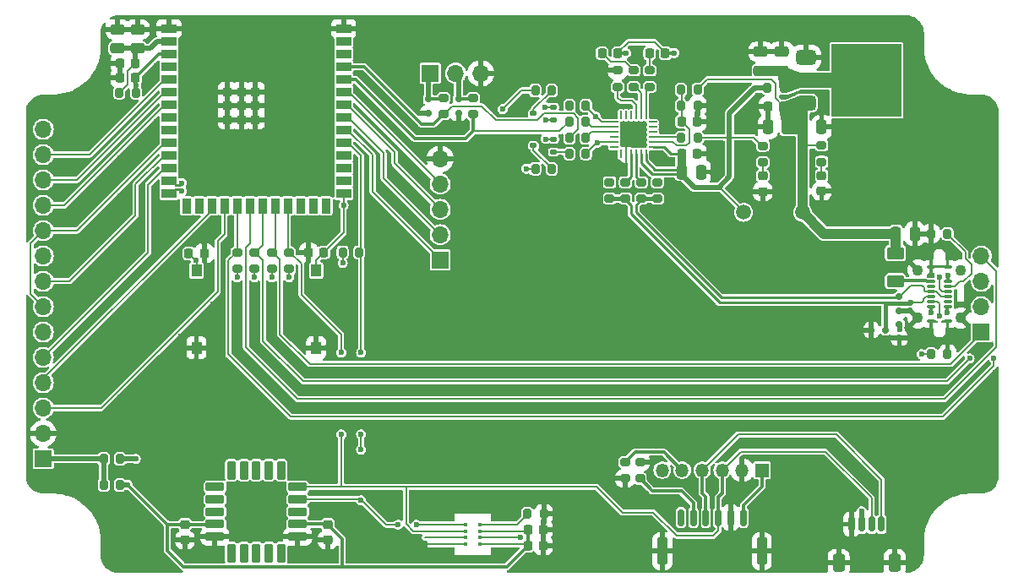
<source format=gtl>
G04 #@! TF.GenerationSoftware,KiCad,Pcbnew,8.0.4*
G04 #@! TF.CreationDate,2024-11-11T15:06:12+01:00*
G04 #@! TF.ProjectId,100008_hw-vern-aqm,31303030-3038-45f6-9877-2d7665726e2d,1.1*
G04 #@! TF.SameCoordinates,Original*
G04 #@! TF.FileFunction,Copper,L1,Top*
G04 #@! TF.FilePolarity,Positive*
%FSLAX46Y46*%
G04 Gerber Fmt 4.6, Leading zero omitted, Abs format (unit mm)*
G04 Created by KiCad (PCBNEW 8.0.4) date 2024-11-11 15:06:12*
%MOMM*%
%LPD*%
G01*
G04 APERTURE LIST*
G04 Aperture macros list*
%AMRoundRect*
0 Rectangle with rounded corners*
0 $1 Rounding radius*
0 $2 $3 $4 $5 $6 $7 $8 $9 X,Y pos of 4 corners*
0 Add a 4 corners polygon primitive as box body*
4,1,4,$2,$3,$4,$5,$6,$7,$8,$9,$2,$3,0*
0 Add four circle primitives for the rounded corners*
1,1,$1+$1,$2,$3*
1,1,$1+$1,$4,$5*
1,1,$1+$1,$6,$7*
1,1,$1+$1,$8,$9*
0 Add four rect primitives between the rounded corners*
20,1,$1+$1,$2,$3,$4,$5,0*
20,1,$1+$1,$4,$5,$6,$7,0*
20,1,$1+$1,$6,$7,$8,$9,0*
20,1,$1+$1,$8,$9,$2,$3,0*%
G04 Aperture macros list end*
G04 #@! TA.AperFunction,Conductor*
%ADD10C,0.000000*%
G04 #@! TD*
G04 #@! TA.AperFunction,SMDPad,CuDef*
%ADD11RoundRect,0.150000X0.200000X-0.150000X0.200000X0.150000X-0.200000X0.150000X-0.200000X-0.150000X0*%
G04 #@! TD*
G04 #@! TA.AperFunction,SMDPad,CuDef*
%ADD12RoundRect,0.200000X-0.200000X-0.275000X0.200000X-0.275000X0.200000X0.275000X-0.200000X0.275000X0*%
G04 #@! TD*
G04 #@! TA.AperFunction,SMDPad,CuDef*
%ADD13RoundRect,0.200000X0.275000X-0.200000X0.275000X0.200000X-0.275000X0.200000X-0.275000X-0.200000X0*%
G04 #@! TD*
G04 #@! TA.AperFunction,SMDPad,CuDef*
%ADD14RoundRect,0.250000X0.475000X-0.250000X0.475000X0.250000X-0.475000X0.250000X-0.475000X-0.250000X0*%
G04 #@! TD*
G04 #@! TA.AperFunction,ComponentPad*
%ADD15R,1.700000X1.700000*%
G04 #@! TD*
G04 #@! TA.AperFunction,ComponentPad*
%ADD16O,1.700000X1.700000*%
G04 #@! TD*
G04 #@! TA.AperFunction,SMDPad,CuDef*
%ADD17RoundRect,0.218750X-0.218750X-0.256250X0.218750X-0.256250X0.218750X0.256250X-0.218750X0.256250X0*%
G04 #@! TD*
G04 #@! TA.AperFunction,SMDPad,CuDef*
%ADD18RoundRect,0.250000X-0.250000X-0.475000X0.250000X-0.475000X0.250000X0.475000X-0.250000X0.475000X0*%
G04 #@! TD*
G04 #@! TA.AperFunction,SMDPad,CuDef*
%ADD19RoundRect,0.225000X-0.225000X-0.250000X0.225000X-0.250000X0.225000X0.250000X-0.225000X0.250000X0*%
G04 #@! TD*
G04 #@! TA.AperFunction,SMDPad,CuDef*
%ADD20RoundRect,0.150000X-0.150000X-0.625000X0.150000X-0.625000X0.150000X0.625000X-0.150000X0.625000X0*%
G04 #@! TD*
G04 #@! TA.AperFunction,SMDPad,CuDef*
%ADD21RoundRect,0.250000X-0.350000X-0.650000X0.350000X-0.650000X0.350000X0.650000X-0.350000X0.650000X0*%
G04 #@! TD*
G04 #@! TA.AperFunction,SMDPad,CuDef*
%ADD22RoundRect,0.225000X0.225000X0.250000X-0.225000X0.250000X-0.225000X-0.250000X0.225000X-0.250000X0*%
G04 #@! TD*
G04 #@! TA.AperFunction,SMDPad,CuDef*
%ADD23RoundRect,0.150000X-0.150000X-0.200000X0.150000X-0.200000X0.150000X0.200000X-0.150000X0.200000X0*%
G04 #@! TD*
G04 #@! TA.AperFunction,SMDPad,CuDef*
%ADD24RoundRect,0.075000X0.350000X-0.075000X0.350000X0.075000X-0.350000X0.075000X-0.350000X-0.075000X0*%
G04 #@! TD*
G04 #@! TA.AperFunction,ComponentPad*
%ADD25C,1.100000*%
G04 #@! TD*
G04 #@! TA.AperFunction,SMDPad,CuDef*
%ADD26RoundRect,0.200000X-0.275000X0.200000X-0.275000X-0.200000X0.275000X-0.200000X0.275000X0.200000X0*%
G04 #@! TD*
G04 #@! TA.AperFunction,SMDPad,CuDef*
%ADD27RoundRect,0.200000X0.200000X0.275000X-0.200000X0.275000X-0.200000X-0.275000X0.200000X-0.275000X0*%
G04 #@! TD*
G04 #@! TA.AperFunction,SMDPad,CuDef*
%ADD28C,1.500000*%
G04 #@! TD*
G04 #@! TA.AperFunction,SMDPad,CuDef*
%ADD29RoundRect,0.250000X0.625000X-0.375000X0.625000X0.375000X-0.625000X0.375000X-0.625000X-0.375000X0*%
G04 #@! TD*
G04 #@! TA.AperFunction,ComponentPad*
%ADD30R,1.350000X1.350000*%
G04 #@! TD*
G04 #@! TA.AperFunction,ComponentPad*
%ADD31O,1.350000X1.350000*%
G04 #@! TD*
G04 #@! TA.AperFunction,SMDPad,CuDef*
%ADD32R,1.000000X1.250000*%
G04 #@! TD*
G04 #@! TA.AperFunction,SMDPad,CuDef*
%ADD33RoundRect,0.225000X-0.250000X0.225000X-0.250000X-0.225000X0.250000X-0.225000X0.250000X0.225000X0*%
G04 #@! TD*
G04 #@! TA.AperFunction,SMDPad,CuDef*
%ADD34RoundRect,0.112500X0.237500X-0.112500X0.237500X0.112500X-0.237500X0.112500X-0.237500X-0.112500X0*%
G04 #@! TD*
G04 #@! TA.AperFunction,SMDPad,CuDef*
%ADD35RoundRect,0.150000X0.150000X0.700000X-0.150000X0.700000X-0.150000X-0.700000X0.150000X-0.700000X0*%
G04 #@! TD*
G04 #@! TA.AperFunction,SMDPad,CuDef*
%ADD36RoundRect,0.250000X0.250000X1.150000X-0.250000X1.150000X-0.250000X-1.150000X0.250000X-1.150000X0*%
G04 #@! TD*
G04 #@! TA.AperFunction,SMDPad,CuDef*
%ADD37R,0.350000X0.350000*%
G04 #@! TD*
G04 #@! TA.AperFunction,SMDPad,CuDef*
%ADD38R,1.500000X0.900000*%
G04 #@! TD*
G04 #@! TA.AperFunction,SMDPad,CuDef*
%ADD39R,0.900000X1.500000*%
G04 #@! TD*
G04 #@! TA.AperFunction,SMDPad,CuDef*
%ADD40R,0.900000X0.900000*%
G04 #@! TD*
G04 #@! TA.AperFunction,SMDPad,CuDef*
%ADD41RoundRect,0.218750X0.256250X-0.218750X0.256250X0.218750X-0.256250X0.218750X-0.256250X-0.218750X0*%
G04 #@! TD*
G04 #@! TA.AperFunction,SMDPad,CuDef*
%ADD42RoundRect,0.212500X0.212500X-0.737500X0.212500X0.737500X-0.212500X0.737500X-0.212500X-0.737500X0*%
G04 #@! TD*
G04 #@! TA.AperFunction,SMDPad,CuDef*
%ADD43RoundRect,0.212500X0.737500X-0.212500X0.737500X0.212500X-0.737500X0.212500X-0.737500X-0.212500X0*%
G04 #@! TD*
G04 #@! TA.AperFunction,HeatsinkPad*
%ADD44R,4.800000X4.800000*%
G04 #@! TD*
G04 #@! TA.AperFunction,SMDPad,CuDef*
%ADD45RoundRect,0.250000X0.250000X0.475000X-0.250000X0.475000X-0.250000X-0.475000X0.250000X-0.475000X0*%
G04 #@! TD*
G04 #@! TA.AperFunction,SMDPad,CuDef*
%ADD46RoundRect,0.062500X0.062500X-0.350000X0.062500X0.350000X-0.062500X0.350000X-0.062500X-0.350000X0*%
G04 #@! TD*
G04 #@! TA.AperFunction,SMDPad,CuDef*
%ADD47RoundRect,0.062500X0.350000X-0.062500X0.350000X0.062500X-0.350000X0.062500X-0.350000X-0.062500X0*%
G04 #@! TD*
G04 #@! TA.AperFunction,HeatsinkPad*
%ADD48R,2.600000X2.600000*%
G04 #@! TD*
G04 #@! TA.AperFunction,SMDPad,CuDef*
%ADD49RoundRect,0.375000X-0.625000X-0.375000X0.625000X-0.375000X0.625000X0.375000X-0.625000X0.375000X0*%
G04 #@! TD*
G04 #@! TA.AperFunction,SMDPad,CuDef*
%ADD50RoundRect,0.500000X-0.500000X-1.400000X0.500000X-1.400000X0.500000X1.400000X-0.500000X1.400000X0*%
G04 #@! TD*
G04 #@! TA.AperFunction,ViaPad*
%ADD51C,0.600000*%
G04 #@! TD*
G04 #@! TA.AperFunction,Conductor*
%ADD52C,1.000000*%
G04 #@! TD*
G04 #@! TA.AperFunction,Conductor*
%ADD53C,0.500000*%
G04 #@! TD*
G04 #@! TA.AperFunction,Conductor*
%ADD54C,0.200000*%
G04 #@! TD*
G04 #@! TA.AperFunction,Conductor*
%ADD55C,0.300000*%
G04 #@! TD*
G04 #@! TA.AperFunction,Conductor*
%ADD56C,0.250000*%
G04 #@! TD*
G04 #@! TA.AperFunction,Conductor*
%ADD57C,0.400000*%
G04 #@! TD*
G04 #@! TA.AperFunction,Conductor*
%ADD58C,0.150000*%
G04 #@! TD*
G04 #@! TA.AperFunction,Conductor*
%ADD59C,0.284000*%
G04 #@! TD*
G04 APERTURE END LIST*
G04 #@! TA.AperFunction,Conductor*
G36*
X181000000Y-303140000D02*
G01*
X188000000Y-303140000D01*
X188000000Y-310390000D01*
X181000000Y-310390000D01*
X181000000Y-303140000D01*
G37*
G04 #@! TD.AperFunction*
G04 #@! TA.AperFunction,Conductor*
G36*
X178450000Y-305990000D02*
G01*
X181050000Y-305990000D01*
X181050000Y-307490000D01*
X178450000Y-307490000D01*
X178450000Y-305990000D01*
G37*
G04 #@! TD.AperFunction*
D10*
G04 #@! TA.AperFunction,Conductor*
G36*
X178600000Y-309740000D02*
G01*
X178600000Y-311890000D01*
X178400000Y-312140000D01*
X176250000Y-312140000D01*
X176050000Y-311990000D01*
X176000000Y-310890000D01*
X175750000Y-309590000D01*
X178600000Y-309740000D01*
G37*
G04 #@! TD.AperFunction*
G04 #@! TA.AperFunction,Conductor*
G36*
X177850000Y-309790000D02*
G01*
X175900000Y-309790000D01*
X175900000Y-308890000D01*
X176350000Y-308890000D01*
X177850000Y-308290000D01*
X177850000Y-309790000D01*
G37*
G04 #@! TD.AperFunction*
G04 #@! TA.AperFunction,Conductor*
G36*
X176700000Y-305540000D02*
G01*
X177850000Y-305990000D01*
X177850000Y-307490000D01*
X176500000Y-307990000D01*
X175850000Y-307890000D01*
X175625000Y-306290000D01*
X173900000Y-306290000D01*
X173900000Y-305290000D01*
X176000000Y-305290000D01*
X176700000Y-305540000D01*
G37*
G04 #@! TD.AperFunction*
G04 #@! TA.AperFunction,Conductor*
G36*
X165525000Y-314040000D02*
G01*
X166425000Y-314040000D01*
X166425000Y-316140000D01*
X165525000Y-316140000D01*
X165525000Y-314040000D01*
G37*
G04 #@! TD.AperFunction*
D11*
X187790000Y-331180000D03*
X187790000Y-332580000D03*
D12*
X165925000Y-309290000D03*
X167575000Y-309290000D03*
D13*
X161150000Y-307415000D03*
X161150000Y-305765000D03*
D12*
X132000000Y-323990000D03*
X133650000Y-323990000D03*
X151300000Y-307765000D03*
X152950000Y-307765000D03*
D14*
X176000000Y-305790000D03*
X176000000Y-303890000D03*
D13*
X124900000Y-325665000D03*
X124900000Y-324015000D03*
D14*
X111450000Y-303540000D03*
X111450000Y-301640000D03*
D11*
X187790000Y-328430000D03*
X187790000Y-329830000D03*
D15*
X140770000Y-306040000D03*
D16*
X143310000Y-306040000D03*
X145850000Y-306040000D03*
D17*
X162762500Y-304040000D03*
X164337500Y-304040000D03*
D18*
X166000000Y-315940000D03*
X167900000Y-315940000D03*
D19*
X150566524Y-353381524D03*
X152116524Y-353381524D03*
D20*
X183000000Y-351240000D03*
X184000000Y-351240000D03*
X185000000Y-351240000D03*
X186000000Y-351240000D03*
D21*
X181700000Y-355115000D03*
X187300000Y-355115000D03*
D22*
X111225000Y-306515000D03*
X109675000Y-306515000D03*
D23*
X186390000Y-331780000D03*
X184990000Y-331780000D03*
D24*
X190965000Y-330920000D03*
X190965000Y-329420000D03*
X190965000Y-328920000D03*
X190965000Y-328420000D03*
X190965000Y-327920000D03*
X190965000Y-327420000D03*
X190965000Y-326920000D03*
X190975000Y-325420000D03*
X192635000Y-325420000D03*
X192635000Y-326920000D03*
X192635000Y-327420000D03*
X192635000Y-327920000D03*
X192635000Y-328420000D03*
X192635000Y-328920000D03*
X192635000Y-329420000D03*
X192635000Y-330920000D03*
D25*
X189650000Y-330570000D03*
X193950000Y-330570000D03*
X189650000Y-325770000D03*
X193950000Y-325770000D03*
D11*
X140600000Y-308640000D03*
X140600000Y-310040000D03*
D26*
X161950000Y-316965000D03*
X161950000Y-318615000D03*
D27*
X167575000Y-312490000D03*
X165925000Y-312490000D03*
D17*
X158012500Y-304040000D03*
X159587500Y-304040000D03*
D28*
X178100000Y-319990000D03*
D22*
X176175000Y-309340000D03*
X174625000Y-309340000D03*
D15*
X141775000Y-324765000D03*
D16*
X141775000Y-322225000D03*
X141775000Y-319685000D03*
X141775000Y-317145000D03*
X141775000Y-314605000D03*
D14*
X109450000Y-303540000D03*
X109450000Y-301640000D03*
D13*
X161800000Y-346665000D03*
X161800000Y-345015000D03*
D12*
X150516524Y-350181524D03*
X152166524Y-350181524D03*
X109625000Y-307990000D03*
X111275000Y-307990000D03*
D22*
X130125000Y-323990000D03*
X128575000Y-323990000D03*
D29*
X187390000Y-326880000D03*
X187390000Y-324080000D03*
D13*
X121425000Y-325665000D03*
X121425000Y-324015000D03*
D30*
X174030000Y-345830000D03*
D31*
X172030000Y-345830000D03*
X170030000Y-345830000D03*
X168030000Y-345830000D03*
X166030000Y-345830000D03*
X164030000Y-345830000D03*
D11*
X143600000Y-308640000D03*
X143600000Y-310040000D03*
D22*
X111225000Y-305040000D03*
X109675000Y-305040000D03*
D13*
X159550000Y-307415000D03*
X159550000Y-305765000D03*
D32*
X117350000Y-325815000D03*
X117350000Y-333565000D03*
D18*
X178100000Y-311440000D03*
X180000000Y-311440000D03*
D27*
X167575000Y-307690000D03*
X165925000Y-307690000D03*
D26*
X180000000Y-313277500D03*
X180000000Y-314927500D03*
D33*
X116200000Y-351265000D03*
X116200000Y-352815000D03*
D27*
X156375000Y-310890000D03*
X154725000Y-310890000D03*
X156375000Y-314090000D03*
X154725000Y-314090000D03*
D15*
X102000000Y-344680000D03*
D16*
X102000000Y-342140000D03*
X102000000Y-339600000D03*
X102000000Y-337060000D03*
X102000000Y-334520000D03*
X102000000Y-331980000D03*
X102000000Y-329440000D03*
X102000000Y-326900000D03*
X102000000Y-324360000D03*
X102000000Y-321820000D03*
X102000000Y-319280000D03*
X102000000Y-316740000D03*
X102000000Y-314200000D03*
X102000000Y-311660000D03*
D34*
X153125000Y-313940000D03*
X153125000Y-312640000D03*
X151125000Y-313290000D03*
D19*
X150566524Y-351781524D03*
X152116524Y-351781524D03*
D35*
X172145000Y-350580000D03*
X170895000Y-350580000D03*
X169645000Y-350580000D03*
X168395000Y-350580000D03*
X167145000Y-350580000D03*
X165895000Y-350580000D03*
D36*
X173995000Y-353930000D03*
X164045000Y-353930000D03*
D13*
X158750000Y-318615000D03*
X158750000Y-316965000D03*
D15*
X196000000Y-331980000D03*
D16*
X196000000Y-329440000D03*
X196000000Y-326900000D03*
X196000000Y-324360000D03*
D37*
X144291524Y-353231524D03*
X144291524Y-352581524D03*
X144291524Y-351931524D03*
X144291524Y-351281524D03*
X145741524Y-351281524D03*
X145741524Y-351931524D03*
X145741524Y-352581524D03*
X145741524Y-353231524D03*
D27*
X156375000Y-309290000D03*
X154725000Y-309290000D03*
D13*
X123150000Y-325665000D03*
X123150000Y-324015000D03*
D19*
X165975000Y-310890000D03*
X167525000Y-310890000D03*
D14*
X173900000Y-305790000D03*
X173900000Y-303890000D03*
D38*
X114600000Y-301580000D03*
X114600000Y-302850000D03*
X114600000Y-304120000D03*
X114600000Y-305390000D03*
X114600000Y-306660000D03*
X114600000Y-307930000D03*
X114600000Y-309200000D03*
X114600000Y-310470000D03*
X114600000Y-311740000D03*
X114600000Y-313010000D03*
X114600000Y-314280000D03*
X114600000Y-315550000D03*
X114600000Y-316820000D03*
X114600000Y-318090000D03*
D39*
X116365000Y-319340000D03*
X117635000Y-319340000D03*
X118905000Y-319340000D03*
X120175000Y-319340000D03*
X121445000Y-319340000D03*
X122715000Y-319340000D03*
X123985000Y-319340000D03*
X125255000Y-319340000D03*
X126525000Y-319340000D03*
X127795000Y-319340000D03*
X129065000Y-319340000D03*
X130335000Y-319340000D03*
D38*
X132100000Y-318090000D03*
X132100000Y-316820000D03*
X132100000Y-315550000D03*
X132100000Y-314280000D03*
X132100000Y-313010000D03*
X132100000Y-311740000D03*
X132100000Y-310470000D03*
X132100000Y-309200000D03*
X132100000Y-307930000D03*
X132100000Y-306660000D03*
X132100000Y-305390000D03*
X132100000Y-304120000D03*
X132100000Y-302850000D03*
X132100000Y-301580000D03*
D40*
X120450000Y-307900000D03*
X120450000Y-309300000D03*
X120450000Y-310700000D03*
X120450000Y-310700000D03*
X121850000Y-307900000D03*
X121850000Y-307900000D03*
X121850000Y-309300000D03*
X121850000Y-310700000D03*
X123250000Y-307900000D03*
X123250000Y-309300000D03*
X123250000Y-310700000D03*
D41*
X180000000Y-317865000D03*
X180000000Y-316290000D03*
D12*
X108050000Y-344690000D03*
X109700000Y-344690000D03*
D26*
X142100000Y-308515000D03*
X142100000Y-310165000D03*
D12*
X108050000Y-347290000D03*
X109700000Y-347290000D03*
D42*
X120850000Y-354140000D03*
X122100000Y-354140000D03*
X123350000Y-354140000D03*
X124600000Y-354140000D03*
X125850000Y-354140000D03*
D43*
X127500000Y-352490000D03*
X127500000Y-351240000D03*
X127500000Y-349990000D03*
X127500000Y-348740000D03*
X127500000Y-347490000D03*
D42*
X125850000Y-345840000D03*
X124600000Y-345840000D03*
X123350000Y-345840000D03*
X122100000Y-345840000D03*
X120850000Y-345840000D03*
D43*
X119200000Y-347490000D03*
X119200000Y-348740000D03*
X119200000Y-349990000D03*
X119200000Y-351240000D03*
X119200000Y-352490000D03*
D44*
X123350000Y-349990000D03*
D26*
X160350000Y-316965000D03*
X160350000Y-318615000D03*
D13*
X163550000Y-318615000D03*
X163550000Y-316965000D03*
D45*
X176500000Y-311440000D03*
X174600000Y-311440000D03*
D19*
X165975000Y-314090000D03*
X167525000Y-314090000D03*
D32*
X129350000Y-325815000D03*
X129350000Y-333565000D03*
D34*
X153125000Y-310740000D03*
X153125000Y-309440000D03*
X151125000Y-310090000D03*
D13*
X126625000Y-325665000D03*
X126625000Y-324015000D03*
D46*
X159900000Y-314127500D03*
X160400000Y-314127500D03*
X160900000Y-314127500D03*
X161400000Y-314127500D03*
X161900000Y-314127500D03*
X162400000Y-314127500D03*
D47*
X163087500Y-313440000D03*
X163087500Y-312940000D03*
X163087500Y-312440000D03*
X163087500Y-311940000D03*
X163087500Y-311440000D03*
X163087500Y-310940000D03*
D46*
X162400000Y-310252500D03*
X161900000Y-310252500D03*
X161400000Y-310252500D03*
X160900000Y-310252500D03*
X160400000Y-310252500D03*
X159900000Y-310252500D03*
D47*
X159212500Y-310940000D03*
X159212500Y-311440000D03*
X159212500Y-311940000D03*
X159212500Y-312440000D03*
X159212500Y-312940000D03*
X159212500Y-313440000D03*
D48*
X161150000Y-312190000D03*
D27*
X176225000Y-307540000D03*
X174575000Y-307540000D03*
D13*
X162750000Y-307415000D03*
X162750000Y-305765000D03*
D26*
X160300000Y-345015000D03*
X160300000Y-346665000D03*
D12*
X190965000Y-334180000D03*
X192615000Y-334180000D03*
D33*
X130500000Y-351265000D03*
X130500000Y-352815000D03*
D41*
X174100000Y-317902500D03*
X174100000Y-316327500D03*
D19*
X116575000Y-324090000D03*
X118125000Y-324090000D03*
D18*
X187440000Y-322130000D03*
X189340000Y-322130000D03*
D27*
X192615000Y-322130000D03*
X190965000Y-322130000D03*
D26*
X145100000Y-308515000D03*
X145100000Y-310165000D03*
D12*
X151300000Y-315615000D03*
X152950000Y-315615000D03*
D27*
X156375000Y-312490000D03*
X154725000Y-312490000D03*
D26*
X174100000Y-313315000D03*
X174100000Y-314965000D03*
D28*
X172175000Y-319990000D03*
D49*
X178450000Y-304440000D03*
X178450000Y-306740000D03*
D50*
X184750000Y-306740000D03*
D49*
X178450000Y-309040000D03*
D51*
X161150000Y-312840000D03*
X160500000Y-312240000D03*
X161850000Y-312190000D03*
X161150000Y-311540000D03*
X111275000Y-344690000D03*
X180240000Y-322130000D03*
X123800000Y-342240000D03*
X169400000Y-318240000D03*
X123349888Y-350610211D03*
X189345768Y-320747182D03*
X123250000Y-307890000D03*
X138400000Y-341240000D03*
X127800000Y-307940000D03*
X109700000Y-336840000D03*
X174789894Y-347084097D03*
X113644097Y-325887550D03*
X111250000Y-347140000D03*
X173100000Y-323440000D03*
X112175000Y-307790000D03*
X108613028Y-355461937D03*
X138400000Y-346840000D03*
X109700000Y-325840000D03*
X163400000Y-334540000D03*
X126700000Y-334240000D03*
X109700000Y-329840000D03*
X190000000Y-304240000D03*
X170037713Y-303356184D03*
X158461636Y-349398602D03*
X117800000Y-343740000D03*
X138100000Y-319740000D03*
X163600000Y-314590000D03*
X195603897Y-308486325D03*
X111250000Y-345540000D03*
X117186080Y-320609153D03*
X130800000Y-302740000D03*
X157200000Y-352440000D03*
X181164216Y-311441855D03*
X135600000Y-316940000D03*
X111450000Y-300590000D03*
X190707126Y-324422015D03*
X124900000Y-327340000D03*
X180400000Y-320790000D03*
X125400000Y-335440000D03*
X126800000Y-346440000D03*
X127800000Y-337740000D03*
X123200000Y-333140000D03*
X195807646Y-334180311D03*
X197440979Y-336063496D03*
X197140590Y-347309710D03*
X127700000Y-300590000D03*
X163400000Y-339540000D03*
X119900000Y-334440000D03*
X190942538Y-306448685D03*
X186300000Y-332740000D03*
X179107234Y-319150277D03*
X111200000Y-335340000D03*
X103400000Y-343840000D03*
X100600000Y-335790000D03*
X134500000Y-337840000D03*
X147900000Y-317790000D03*
X111200000Y-324440000D03*
X134500000Y-328940000D03*
X197400000Y-324840000D03*
X187788251Y-333563608D03*
X169059966Y-315945345D03*
X119500000Y-320640000D03*
X160302561Y-347712160D03*
X126900000Y-317890000D03*
X132800000Y-342240000D03*
X180000000Y-310040000D03*
X134500000Y-336040000D03*
X149000000Y-312540000D03*
X143400000Y-346840000D03*
X127100000Y-339540000D03*
X155400000Y-300590000D03*
X150200000Y-310140000D03*
X169650000Y-329690000D03*
X197416035Y-316101915D03*
X115350000Y-355740000D03*
X138400000Y-334540000D03*
X106900000Y-313040000D03*
X158400000Y-342240000D03*
X143600000Y-310965000D03*
X113100000Y-319740000D03*
X119900000Y-346540000D03*
X193300000Y-344440000D03*
X100552895Y-310845011D03*
X145500000Y-349540000D03*
X188728507Y-355743786D03*
X168400000Y-334540000D03*
X163200000Y-323390000D03*
X163400000Y-342240000D03*
X127800000Y-309240000D03*
X143400000Y-339540000D03*
X130800000Y-307840000D03*
X167700000Y-348740000D03*
X185400000Y-315240000D03*
X128835857Y-350588552D03*
X103900000Y-325940000D03*
X100550111Y-312968953D03*
X138400000Y-339540000D03*
X184009020Y-331780478D03*
X168300000Y-325940000D03*
X151950000Y-324840000D03*
X100553452Y-345940779D03*
X102050000Y-347840000D03*
X181200000Y-325740000D03*
X123997958Y-349994602D03*
X136900000Y-320940000D03*
X148400000Y-334540000D03*
X143100000Y-320940000D03*
X138400000Y-337740000D03*
X128100000Y-333540000D03*
X113150000Y-355740000D03*
X143400000Y-343740000D03*
X138400000Y-343740000D03*
X181000000Y-343240000D03*
X130500000Y-333540000D03*
X195258017Y-328181759D03*
X114719376Y-350610100D03*
X143400000Y-300590000D03*
X150200000Y-312540000D03*
X183200000Y-337840000D03*
X174921965Y-343076692D03*
X184800000Y-339540000D03*
X162015924Y-305027750D03*
X109700000Y-338540000D03*
X123000000Y-304340000D03*
X115800000Y-332440000D03*
X183000000Y-349840000D03*
X115900000Y-304340000D03*
X173600000Y-308309933D03*
X174827783Y-344631286D03*
X148400000Y-336040000D03*
X123850000Y-317890000D03*
X100600000Y-340790000D03*
X105000000Y-315540000D03*
X159700000Y-326840000D03*
X138200000Y-323690000D03*
X173907795Y-302723630D03*
X192945434Y-324422015D03*
X119900000Y-354840000D03*
X169043040Y-342235824D03*
X123150000Y-327340000D03*
X123349888Y-349410211D03*
X186200000Y-323140000D03*
X132605345Y-354848017D03*
X132800000Y-334040000D03*
X119200000Y-307940000D03*
X170400000Y-300590000D03*
X190900000Y-332340000D03*
X131050000Y-322090000D03*
X105080178Y-348307149D03*
X130900000Y-342240000D03*
X103300000Y-340240000D03*
X166992650Y-343747516D03*
X175998552Y-302734766D03*
X100570155Y-343480979D03*
X131200000Y-339540000D03*
X148400000Y-343740000D03*
X109450000Y-300590000D03*
X158715367Y-309794342D03*
X148400000Y-341240000D03*
X188400000Y-302740000D03*
X103900000Y-328140000D03*
X100600000Y-320540000D03*
X178462360Y-302762605D03*
X144450000Y-327790000D03*
X179300000Y-334540000D03*
X184800000Y-341140000D03*
X119900000Y-328340000D03*
X172675000Y-305928750D03*
X152100000Y-355740000D03*
X121850000Y-309290000D03*
X179300000Y-336040000D03*
X161943541Y-306578418D03*
X188700000Y-336040000D03*
X143050000Y-323340000D03*
X193300000Y-340240000D03*
X158200000Y-313540000D03*
X168400000Y-341240000D03*
X166967594Y-342240000D03*
X112500000Y-327140000D03*
X134400000Y-300590000D03*
X117566258Y-352480311D03*
X131050167Y-330546792D03*
X149162138Y-353840779D03*
X163400000Y-337740000D03*
X168625538Y-309282242D03*
X121425000Y-327340000D03*
X185400890Y-300597312D03*
X142100000Y-311240000D03*
X128500000Y-336040000D03*
X158441433Y-305763286D03*
X159546937Y-319428460D03*
X183200000Y-345540000D03*
X162392761Y-348189443D03*
X131200000Y-336040000D03*
X168770081Y-307290000D03*
X183000000Y-321090000D03*
X115900000Y-302740000D03*
X128500000Y-327940000D03*
X108600000Y-305040000D03*
X100600000Y-333340000D03*
X173200000Y-337840000D03*
X100600000Y-328890000D03*
X158400000Y-343740000D03*
X113350000Y-310940000D03*
X148900000Y-348140000D03*
X191200000Y-349540000D03*
X173438381Y-311431685D03*
X170895000Y-349090000D03*
X143400000Y-341240000D03*
X123000000Y-302740000D03*
X165009075Y-342231648D03*
X188700000Y-337840000D03*
X117339309Y-334857650D03*
X174800000Y-334540000D03*
X132800000Y-339540000D03*
X153400000Y-341240000D03*
X130900000Y-334440000D03*
X113350000Y-305315000D03*
X177000824Y-320740824D03*
X109700000Y-318340000D03*
X109700000Y-342640000D03*
X137250000Y-325340000D03*
X197450000Y-341940000D03*
X161000000Y-331240000D03*
X130800000Y-309240000D03*
X126600000Y-327340000D03*
X174800000Y-337840000D03*
X102624164Y-323048574D03*
X160350000Y-308190000D03*
X192834242Y-307989610D03*
X133226107Y-349375214D03*
X183100000Y-347540000D03*
X184800000Y-334540000D03*
X139000000Y-350540000D03*
X112848552Y-348725579D03*
X188500000Y-306640000D03*
X148400000Y-342240000D03*
X109700000Y-308965000D03*
X188700000Y-348340000D03*
X111200000Y-337040000D03*
X123250000Y-310690000D03*
X107313864Y-343924354D03*
X123349888Y-351810211D03*
X174800000Y-339640000D03*
X128831069Y-348115612D03*
X117400000Y-300590000D03*
X134700000Y-334040000D03*
X153450000Y-320690000D03*
X152900000Y-317790000D03*
X171500000Y-311890000D03*
X153900000Y-315040000D03*
X177500000Y-325440000D03*
X180108268Y-344590000D03*
X165000723Y-343751692D03*
X113758908Y-351549688D03*
X133100000Y-319140000D03*
X180000000Y-329690000D03*
X153400000Y-342240000D03*
X170652264Y-306062271D03*
X111200000Y-331740000D03*
X117600000Y-338340000D03*
X116200445Y-333565055D03*
X131200000Y-341140000D03*
X169998663Y-313090000D03*
X173200000Y-334540000D03*
X109700000Y-316640000D03*
X123000000Y-300590000D03*
X100556236Y-331005924D03*
X140831848Y-350681524D03*
X132800000Y-341140000D03*
X104519487Y-308237410D03*
X119202171Y-353576247D03*
X140400000Y-300590000D03*
X152950000Y-353390000D03*
X143400000Y-334540000D03*
X165750000Y-317240000D03*
X163400000Y-341240000D03*
X111900000Y-312440000D03*
X137900000Y-314340000D03*
X130400000Y-313240000D03*
X101945016Y-308481703D03*
X185393875Y-348109320D03*
X192350000Y-339340000D03*
X115900000Y-307940000D03*
X175133351Y-355748352D03*
X140700000Y-331240000D03*
X162765445Y-319379229D03*
X124600000Y-309240000D03*
X188403860Y-300584320D03*
X156500000Y-317640000D03*
X130900000Y-343740000D03*
X170000000Y-311890000D03*
X160300000Y-349440000D03*
X164441361Y-322098638D03*
X120450000Y-307890000D03*
X167400000Y-300590000D03*
X136700000Y-315540000D03*
X148400000Y-339540000D03*
X134800000Y-343740000D03*
X168400000Y-336040000D03*
X121500000Y-333740000D03*
X100600000Y-317990000D03*
X121850000Y-307890000D03*
X144450000Y-325940000D03*
X137700000Y-307940000D03*
X114700000Y-323090000D03*
X138000000Y-312440000D03*
X161100000Y-355740000D03*
X170893736Y-352126553D03*
X190200000Y-351340000D03*
X132000000Y-322990000D03*
X126500000Y-341040000D03*
X163400000Y-336040000D03*
X131200000Y-346840000D03*
X160500000Y-343795261D03*
X103900000Y-322640000D03*
X153400000Y-336040000D03*
X184800000Y-336040000D03*
X138400000Y-336040000D03*
X183200000Y-334540000D03*
X170790089Y-317465055D03*
X182400000Y-302640000D03*
X134600000Y-323340000D03*
X172100000Y-307563682D03*
X174800000Y-336040000D03*
X127800000Y-343740000D03*
X147900000Y-321240000D03*
X168400000Y-337740000D03*
X184800000Y-337840000D03*
X138000000Y-354840000D03*
X158400000Y-300590000D03*
X183017761Y-352711436D03*
X168623682Y-310891224D03*
X169027728Y-348240000D03*
X133200000Y-328840000D03*
X184800000Y-344440000D03*
X103300000Y-338340000D03*
X164400000Y-300590000D03*
X119200000Y-309240000D03*
X172521380Y-303892895D03*
X153400000Y-346840000D03*
X140500000Y-325940000D03*
X155100000Y-355740000D03*
X189900000Y-302105478D03*
X158400000Y-337740000D03*
X123349888Y-348210211D03*
X117800000Y-342240000D03*
X108061804Y-352911826D03*
X120450000Y-309290000D03*
X133150000Y-321540000D03*
X116199331Y-353900133D03*
X101363028Y-325631648D03*
X133503637Y-301574818D03*
X192750000Y-335840000D03*
X137400000Y-300590000D03*
X107240534Y-350166837D03*
X134460746Y-318203474D03*
X103414810Y-334236770D03*
X148400000Y-346840000D03*
X184700000Y-325040000D03*
X168646547Y-314082873D03*
X140225000Y-353240000D03*
X124900000Y-332540000D03*
X171074721Y-343761325D03*
X158400000Y-339540000D03*
X130800000Y-304340000D03*
X100600000Y-338440000D03*
X173200000Y-329690000D03*
X131200000Y-337840000D03*
X197400000Y-318740000D03*
X155002672Y-349393841D03*
X109700000Y-314540000D03*
X118513919Y-333562271D03*
X137727728Y-348115612D03*
X115900000Y-309240000D03*
X184700000Y-327840000D03*
X174800000Y-341540000D03*
X185400000Y-302640000D03*
X158400000Y-334540000D03*
X149850000Y-352581524D03*
X136100000Y-351840000D03*
X197419747Y-310023147D03*
X143400000Y-336040000D03*
X100600000Y-315440000D03*
X162929955Y-345008708D03*
X184800000Y-346540000D03*
X116300000Y-325840000D03*
X179400000Y-300590000D03*
X169354714Y-304766726D03*
X180113919Y-304436547D03*
X164000000Y-311840000D03*
X197400000Y-344981536D03*
X182800000Y-323140000D03*
X180000000Y-327840000D03*
X112975000Y-301615000D03*
X132500000Y-346840000D03*
X170863752Y-342135601D03*
X173100000Y-344640000D03*
X188700000Y-344440000D03*
X158623847Y-315502249D03*
X110900000Y-355740000D03*
X103900000Y-330940000D03*
X139450000Y-309740000D03*
X141841536Y-348119398D03*
X175150000Y-329690000D03*
X132800000Y-343740000D03*
X188700000Y-339540000D03*
X150100000Y-308640000D03*
X110800000Y-351540000D03*
X107800000Y-318440000D03*
X148400000Y-331240000D03*
X173292817Y-347059042D03*
X133200000Y-324940000D03*
X106900000Y-310040000D03*
X108050000Y-304040000D03*
X129300779Y-352807371D03*
X138974944Y-348110044D03*
X148200000Y-325940000D03*
X179300000Y-339640000D03*
X133425000Y-304540000D03*
X171500000Y-313093173D03*
X184479120Y-355556258D03*
X176000000Y-324740000D03*
X152400000Y-300590000D03*
X185400000Y-310940000D03*
X109700000Y-327840000D03*
X173200000Y-327840000D03*
X157700000Y-319040000D03*
X192883630Y-348319398D03*
X138400000Y-342240000D03*
X115551336Y-323986325D03*
X165900000Y-348840000D03*
X152950000Y-351765000D03*
X111250000Y-343640000D03*
X175150000Y-327840000D03*
X164039643Y-355783986D03*
X143100000Y-318390000D03*
X121497958Y-349994602D03*
X173400000Y-300590000D03*
X197429844Y-338963162D03*
X189945434Y-353640445D03*
X133200000Y-348115612D03*
X173200000Y-339640000D03*
X109700000Y-333340000D03*
X111600000Y-325840000D03*
X148900000Y-327790000D03*
X106938752Y-306595567D03*
X179300000Y-341340000D03*
X109700000Y-320940000D03*
X127800000Y-342240000D03*
X118400000Y-325440000D03*
X169009632Y-343751692D03*
X182400000Y-310940000D03*
X143400000Y-337740000D03*
X173200000Y-341440000D03*
X154750000Y-321990000D03*
X158100000Y-355740000D03*
X156000000Y-331240000D03*
X121850000Y-310690000D03*
X115850000Y-301590000D03*
X145400000Y-312540000D03*
X111200000Y-328340000D03*
X163524832Y-304871848D03*
X109700000Y-322740000D03*
X179850000Y-323090000D03*
X122597958Y-349994602D03*
X192800000Y-315240000D03*
X132400000Y-331840000D03*
X131277394Y-354848017D03*
X120100000Y-324340000D03*
X134500000Y-348140000D03*
X150650000Y-323490000D03*
X117826280Y-350614276D03*
X166100000Y-331240000D03*
X115600000Y-322190000D03*
X153400000Y-343740000D03*
X126200000Y-313840000D03*
X129650000Y-320640000D03*
X120450000Y-310690000D03*
X192550000Y-337540000D03*
X139300000Y-318340000D03*
X176400000Y-300590000D03*
X117350000Y-317890000D03*
X169203507Y-355756704D03*
X173534892Y-309341855D03*
X164052171Y-351843340D03*
X143400000Y-342240000D03*
X118100000Y-322940000D03*
X183200000Y-339540000D03*
X134500000Y-341140000D03*
X118900000Y-327140000D03*
X139800000Y-327790000D03*
X127507906Y-353570178D03*
X168400000Y-321440000D03*
X132800000Y-336040000D03*
X112800000Y-342240000D03*
X103900000Y-320440000D03*
X148800000Y-307940000D03*
X153400000Y-337740000D03*
X137700000Y-350440000D03*
X113350000Y-312990000D03*
X186300000Y-325440000D03*
X120200000Y-317890000D03*
X139000000Y-313240000D03*
X149112026Y-355779198D03*
X123250000Y-309290000D03*
X148400000Y-337740000D03*
X165000000Y-315040000D03*
X167000000Y-327190000D03*
X140400000Y-316940000D03*
X124200000Y-336640000D03*
X168400000Y-339540000D03*
X130850000Y-301590000D03*
X149400000Y-300590000D03*
X153400000Y-334540000D03*
X134500000Y-321540000D03*
X163050000Y-308340000D03*
X110342984Y-348107538D03*
X134800000Y-342240000D03*
X108625000Y-306515000D03*
X111900000Y-320340000D03*
X190961859Y-320981035D03*
X188837861Y-332573184D03*
X182400000Y-300590000D03*
X107250000Y-345440000D03*
X195111080Y-347840000D03*
X187200000Y-351940000D03*
X102599109Y-328163830D03*
X163420851Y-349470233D03*
X107600000Y-323040000D03*
X119031514Y-329214721D03*
X132800000Y-337840000D03*
X130995879Y-332212995D03*
X158400000Y-341240000D03*
X100600000Y-322340000D03*
X153400000Y-339540000D03*
X127150000Y-320590000D03*
X188700000Y-341140000D03*
X111900000Y-314440000D03*
X183200000Y-341140000D03*
X108107126Y-301663496D03*
X103400000Y-345440000D03*
X173200000Y-336040000D03*
X134700000Y-346840000D03*
X158400000Y-336040000D03*
X181146547Y-317864109D03*
X124600000Y-307940000D03*
X125197958Y-349994602D03*
X123800000Y-343740000D03*
X134500000Y-339540000D03*
X143276837Y-354776191D03*
X178148385Y-355740000D03*
X197432739Y-313067171D03*
X152950000Y-350190000D03*
X183200000Y-336040000D03*
X139000000Y-311340000D03*
X160500000Y-320690000D03*
X157171269Y-348114498D03*
X120800000Y-320740000D03*
X146400000Y-300590000D03*
X179300000Y-337840000D03*
X115700000Y-330740000D03*
X113100000Y-321440000D03*
X183200000Y-343040000D03*
X188400000Y-310840000D03*
X113300000Y-343790000D03*
X197400000Y-322031870D03*
X158400000Y-347440000D03*
X161400000Y-300590000D03*
X184700000Y-329690000D03*
X116550000Y-323040000D03*
X128600000Y-322740000D03*
X180400000Y-308040000D03*
X178717512Y-322040000D03*
X178200000Y-348340000D03*
X185000000Y-323130000D03*
X115900000Y-312940000D03*
X192900000Y-331940000D03*
X173250000Y-307590000D03*
X184000000Y-349940000D03*
X123150000Y-326490000D03*
X126625000Y-326490000D03*
X110450000Y-303540000D03*
X121425000Y-326490000D03*
X169725000Y-317465000D03*
X165250000Y-304015000D03*
X110450000Y-347290000D03*
X132000000Y-325065000D03*
X160400000Y-304040000D03*
X124900000Y-326490000D03*
X132100000Y-319265000D03*
X148025000Y-309640000D03*
X150425000Y-315615000D03*
X111275000Y-307240000D03*
X117296880Y-324742334D03*
X187800000Y-331740000D03*
X192700000Y-326340000D03*
X190950000Y-330040000D03*
X187390000Y-326880000D03*
X192600000Y-330040000D03*
X190000000Y-334190000D03*
X191800000Y-330390000D03*
X131850000Y-334040000D03*
X131850000Y-342240000D03*
X133850000Y-348840000D03*
X139375000Y-351290000D03*
X133850000Y-334040000D03*
X137550000Y-351290000D03*
X133850000Y-342240000D03*
X133850000Y-343765000D03*
X194825000Y-334640000D03*
X197250000Y-334590000D03*
X152375000Y-312640000D03*
X157375000Y-310390000D03*
X157500000Y-313015000D03*
X152300000Y-309440000D03*
X154725000Y-309290000D03*
X152350000Y-310740000D03*
X188900000Y-329040000D03*
X191800000Y-326440000D03*
X115891455Y-317855000D03*
X158750000Y-316990000D03*
X115891455Y-317055000D03*
X163550000Y-316990000D03*
D52*
X178100000Y-313265000D02*
X178100000Y-311765000D01*
D53*
X111275000Y-344690000D02*
X109700000Y-344690000D01*
D54*
X176175000Y-309340000D02*
X175400000Y-308565000D01*
X175400000Y-307065000D02*
X175000000Y-306665000D01*
X178112500Y-313277500D02*
X178100000Y-313265000D01*
D53*
X187390000Y-322180000D02*
X187440000Y-322130000D01*
D54*
X175400000Y-308565000D02*
X175400000Y-307065000D01*
D55*
X172145000Y-350580000D02*
X172145000Y-349345000D01*
X174030000Y-347460000D02*
X174030000Y-345830000D01*
D52*
X187390000Y-324080000D02*
X187450000Y-324020000D01*
D55*
X172145000Y-349345000D02*
X174030000Y-347460000D01*
D53*
X177775000Y-311765000D02*
X178100000Y-311440000D01*
D52*
X178100000Y-319990000D02*
X178100000Y-315615000D01*
X180240000Y-322130000D02*
X187440000Y-322130000D01*
D54*
X168525000Y-306665000D02*
X167575000Y-307615000D01*
D52*
X178100000Y-315615000D02*
X178100000Y-313265000D01*
X187450000Y-324020000D02*
X187450000Y-322240000D01*
D54*
X175000000Y-306665000D02*
X168525000Y-306665000D01*
D52*
X180240000Y-322130000D02*
X178100000Y-319990000D01*
D54*
X167575000Y-307615000D02*
X167575000Y-307690000D01*
X180000000Y-313277500D02*
X178112500Y-313277500D01*
X140250000Y-353231524D02*
X140225000Y-353240000D01*
X145741524Y-352581524D02*
X149850000Y-352581524D01*
D55*
X152950000Y-351765000D02*
X152133048Y-351765000D01*
X152133048Y-351765000D02*
X152116524Y-351781524D01*
D54*
X144291524Y-353231524D02*
X140250000Y-353231524D01*
D53*
X115850000Y-301590000D02*
X114610000Y-301590000D01*
X130850000Y-301590000D02*
X132090000Y-301590000D01*
X132090000Y-301590000D02*
X132100000Y-301580000D01*
D54*
X140225000Y-353240000D02*
X140233048Y-353231524D01*
D55*
X152950000Y-353390000D02*
X152125000Y-353390000D01*
X152125000Y-353390000D02*
X152116524Y-353381524D01*
X152166524Y-350181524D02*
X152941524Y-350181524D01*
X170895000Y-350580000D02*
X170895000Y-349090000D01*
D54*
X140233048Y-353231524D02*
X140241524Y-353231524D01*
D55*
X152941524Y-350181524D02*
X152950000Y-350190000D01*
D53*
X114610000Y-301590000D02*
X114600000Y-301580000D01*
D55*
X119175000Y-351265000D02*
X119200000Y-351240000D01*
X164362500Y-304015000D02*
X164337500Y-304040000D01*
D54*
X164337500Y-303977500D02*
X164337500Y-304040000D01*
D53*
X109475000Y-303540000D02*
X110450000Y-303540000D01*
X112750000Y-303540000D02*
X111450000Y-303540000D01*
X114600000Y-302850000D02*
X113440000Y-302850000D01*
D54*
X145741524Y-351931524D02*
X150466524Y-351931524D01*
D55*
X127500000Y-351240000D02*
X130475000Y-351240000D01*
D53*
X166000000Y-316240000D02*
X166000000Y-315940000D01*
D56*
X164200000Y-313440000D02*
X164850000Y-314090000D01*
D53*
X110450000Y-303540000D02*
X111450000Y-303540000D01*
D54*
X165800000Y-316140000D02*
X166000000Y-315940000D01*
X110450000Y-305815000D02*
X111225000Y-305040000D01*
D53*
X111225000Y-305040000D02*
X111225000Y-303765000D01*
D54*
X109625000Y-307990000D02*
X110450000Y-307165000D01*
D53*
X169725000Y-317465000D02*
X167225000Y-317465000D01*
X184000000Y-349940000D02*
X184000000Y-351240000D01*
D55*
X110450000Y-347290000D02*
X114425000Y-351265000D01*
D53*
X173200000Y-307590000D02*
X173250000Y-307590000D01*
D54*
X145741524Y-353231524D02*
X150466524Y-353231524D01*
X174100000Y-313315000D02*
X174025000Y-313315000D01*
D55*
X109650000Y-347290000D02*
X109650000Y-347365000D01*
X116050000Y-355515000D02*
X131950000Y-355515000D01*
D53*
X170750000Y-312490000D02*
X170750000Y-310040000D01*
X167225000Y-317465000D02*
X166000000Y-316240000D01*
D54*
X163300000Y-302940000D02*
X164337500Y-303977500D01*
D56*
X163000000Y-316140000D02*
X165800000Y-316140000D01*
X161900000Y-315040000D02*
X163000000Y-316140000D01*
D55*
X131950000Y-355515000D02*
X131950000Y-352715000D01*
D54*
X126625000Y-326490000D02*
X126625000Y-325665000D01*
D55*
X131950000Y-355515000D02*
X148433048Y-355515000D01*
D53*
X113440000Y-302850000D02*
X112750000Y-303540000D01*
D55*
X116200000Y-351265000D02*
X114425000Y-351265000D01*
D54*
X167575000Y-312490000D02*
X170750000Y-312490000D01*
X172175000Y-319890000D02*
X169900000Y-317615000D01*
D53*
X173250000Y-307590000D02*
X173250000Y-307540000D01*
D55*
X114425000Y-351265000D02*
X114425000Y-353890000D01*
D54*
X150466524Y-353231524D02*
X150566524Y-353331524D01*
D55*
X114425000Y-353890000D02*
X116050000Y-355515000D01*
D54*
X160625000Y-302940000D02*
X163300000Y-302940000D01*
D53*
X173250000Y-307540000D02*
X173250000Y-307540000D01*
D54*
X174025000Y-313315000D02*
X173200000Y-312490000D01*
X172175000Y-319990000D02*
X172175000Y-319890000D01*
X132000000Y-325065000D02*
X132000000Y-323990000D01*
D56*
X163087500Y-313440000D02*
X164200000Y-313440000D01*
X163300000Y-315690000D02*
X165750000Y-315690000D01*
D54*
X110450000Y-307165000D02*
X110450000Y-305815000D01*
X123150000Y-326490000D02*
X123150000Y-325665000D01*
X150466524Y-351931524D02*
X150566524Y-351831524D01*
D53*
X111225000Y-303765000D02*
X111450000Y-303540000D01*
D54*
X124900000Y-326490000D02*
X124900000Y-325665000D01*
D53*
X169725000Y-317465000D02*
X170750000Y-316440000D01*
D54*
X173200000Y-312490000D02*
X170750000Y-312490000D01*
D55*
X165250000Y-304015000D02*
X164362500Y-304015000D01*
D54*
X165750000Y-315690000D02*
X166000000Y-315940000D01*
D56*
X164850000Y-314090000D02*
X165975000Y-314090000D01*
D55*
X148433048Y-355515000D02*
X150566524Y-353381524D01*
D54*
X121425000Y-326490000D02*
X121425000Y-325665000D01*
X159587500Y-303977500D02*
X160625000Y-302940000D01*
D53*
X110450000Y-347290000D02*
X109700000Y-347290000D01*
D56*
X161900000Y-314127500D02*
X161900000Y-315040000D01*
D53*
X170750000Y-310040000D02*
X173200000Y-307590000D01*
X170750000Y-316440000D02*
X170750000Y-312490000D01*
D56*
X162400000Y-314127500D02*
X162400000Y-314790000D01*
X162400000Y-314790000D02*
X163300000Y-315690000D01*
D53*
X173250000Y-307540000D02*
X174575000Y-307540000D01*
D54*
X159587500Y-304040000D02*
X159587500Y-303977500D01*
D55*
X160400000Y-304040000D02*
X159587500Y-304040000D01*
X130475000Y-351240000D02*
X130500000Y-351265000D01*
X131950000Y-352715000D02*
X130500000Y-351265000D01*
X150566524Y-353381524D02*
X150566524Y-351781524D01*
X116200000Y-351265000D02*
X119175000Y-351265000D01*
D54*
X130125000Y-323990000D02*
X129350000Y-324765000D01*
X129350000Y-324765000D02*
X129350000Y-325815000D01*
X132100000Y-322015000D02*
X130125000Y-323990000D01*
X132100000Y-319265000D02*
X132100000Y-322015000D01*
X149900000Y-307765000D02*
X151300000Y-307765000D01*
X148025000Y-309640000D02*
X149900000Y-307765000D01*
X132100000Y-319265000D02*
X132100000Y-318090000D01*
X117350000Y-324795454D02*
X117296880Y-324742334D01*
D55*
X111225000Y-306515000D02*
X113620000Y-304120000D01*
X111275000Y-307990000D02*
X111275000Y-306565000D01*
D54*
X111275000Y-307240000D02*
X111275000Y-307990000D01*
X117350000Y-325815000D02*
X117350000Y-324795454D01*
D55*
X111275000Y-306565000D02*
X111225000Y-306515000D01*
D54*
X150425000Y-315615000D02*
X151300000Y-315615000D01*
X117227334Y-324742334D02*
X116575000Y-324090000D01*
D55*
X113620000Y-304120000D02*
X114600000Y-304120000D01*
D54*
X117296880Y-324742334D02*
X117227334Y-324742334D01*
X166750000Y-312990000D02*
X166750000Y-311665000D01*
X163087500Y-312940000D02*
X165100000Y-312940000D01*
X165975000Y-307740000D02*
X165925000Y-307690000D01*
X166450000Y-313290000D02*
X166750000Y-312990000D01*
X166750000Y-311665000D02*
X165975000Y-310890000D01*
X165975000Y-310890000D02*
X165975000Y-307740000D01*
X165100000Y-312940000D02*
X165450000Y-313290000D01*
X165450000Y-313290000D02*
X166450000Y-313290000D01*
D55*
X192600000Y-329455000D02*
X192635000Y-329420000D01*
X187430000Y-326920000D02*
X187390000Y-326880000D01*
X192635000Y-326405000D02*
X192635000Y-326920000D01*
X192700000Y-326340000D02*
X192635000Y-326405000D01*
D57*
X187800000Y-331740000D02*
X187800000Y-331190000D01*
D55*
X190950000Y-330040000D02*
X190950000Y-329435000D01*
X190530000Y-326920000D02*
X190965000Y-326920000D01*
X190950000Y-329435000D02*
X190965000Y-329420000D01*
X190450000Y-326840000D02*
X190530000Y-326920000D01*
X187390000Y-326880000D02*
X187430000Y-326840000D01*
X192600000Y-330040000D02*
X192600000Y-329455000D01*
X187430000Y-326840000D02*
X190450000Y-326840000D01*
D57*
X187800000Y-331190000D02*
X187790000Y-331180000D01*
D55*
X140600000Y-308640000D02*
X141975000Y-308640000D01*
D53*
X140600000Y-306210000D02*
X140770000Y-306040000D01*
D55*
X141975000Y-308640000D02*
X142100000Y-308515000D01*
D53*
X140600000Y-308640000D02*
X140600000Y-306210000D01*
X143600000Y-308640000D02*
X143600000Y-306330000D01*
D55*
X143600000Y-308640000D02*
X144975000Y-308640000D01*
D53*
X143600000Y-306330000D02*
X143310000Y-306040000D01*
D55*
X144975000Y-308640000D02*
X145100000Y-308515000D01*
D54*
X179700000Y-316252500D02*
X179700000Y-316265000D01*
X180000000Y-314927500D02*
X180000000Y-316290000D01*
X174100000Y-316327500D02*
X174100000Y-314965000D01*
X161150000Y-305765000D02*
X160300000Y-304915000D01*
X158887500Y-304915000D02*
X158012500Y-304040000D01*
X160300000Y-304915000D02*
X158887500Y-304915000D01*
X162750000Y-304052500D02*
X162762500Y-304040000D01*
X162750000Y-305765000D02*
X162750000Y-304052500D01*
X102000000Y-329440000D02*
X100750000Y-328190000D01*
X114180000Y-313010000D02*
X105370000Y-321820000D01*
X114600000Y-313010000D02*
X114180000Y-313010000D01*
X100750000Y-328190000D02*
X100750000Y-323070000D01*
X105370000Y-321820000D02*
X102000000Y-321820000D01*
X100750000Y-323070000D02*
X102000000Y-321820000D01*
X114190000Y-309200000D02*
X104110000Y-319280000D01*
X114600000Y-309200000D02*
X114190000Y-309200000D01*
X104110000Y-319280000D02*
X102000000Y-319280000D01*
X102010000Y-326890000D02*
X102000000Y-326900000D01*
X111250000Y-320265000D02*
X104625000Y-326890000D01*
X104625000Y-326890000D02*
X102010000Y-326890000D01*
X111250000Y-317190000D02*
X111250000Y-320265000D01*
X114600000Y-314280000D02*
X114160000Y-314280000D01*
X114160000Y-314280000D02*
X111250000Y-317190000D01*
X102000000Y-336677500D02*
X118905000Y-319772500D01*
X118905000Y-319772500D02*
X118905000Y-319340000D01*
X102000000Y-337060000D02*
X102000000Y-336677500D01*
X119500000Y-327890000D02*
X107790000Y-339600000D01*
X107790000Y-339600000D02*
X102000000Y-339600000D01*
X119500000Y-322815000D02*
X119500000Y-327890000D01*
X120175000Y-319340000D02*
X120175000Y-322140000D01*
X120175000Y-322140000D02*
X119500000Y-322815000D01*
X114185000Y-307930000D02*
X105375000Y-316740000D01*
X114600000Y-307930000D02*
X114185000Y-307930000D01*
X105375000Y-316740000D02*
X102000000Y-316740000D01*
X114600000Y-306660000D02*
X114180000Y-306660000D01*
X114180000Y-306660000D02*
X106640000Y-314200000D01*
X106640000Y-314200000D02*
X102000000Y-314200000D01*
D53*
X108050000Y-347165000D02*
X108175000Y-347290000D01*
X108165000Y-344680000D02*
X108050000Y-344795000D01*
X108050000Y-344795000D02*
X108050000Y-347165000D01*
X102000000Y-344680000D02*
X108165000Y-344680000D01*
D54*
X114600000Y-315550000D02*
X114165000Y-315550000D01*
X114165000Y-315550000D02*
X112500000Y-317215000D01*
X112500000Y-317215000D02*
X112500000Y-324015000D01*
X112500000Y-324015000D02*
X102000000Y-334515000D01*
X102000000Y-334515000D02*
X102000000Y-334520000D01*
D58*
X195000000Y-326140000D02*
X195000000Y-325240000D01*
X192635000Y-327420000D02*
X193370000Y-327420000D01*
X193850000Y-326940000D02*
X194200000Y-326940000D01*
X193370000Y-327420000D02*
X193850000Y-326940000D01*
X194400000Y-324640000D02*
X194400000Y-323940000D01*
X195000000Y-325240000D02*
X194400000Y-324640000D01*
X194200000Y-326940000D02*
X195000000Y-326140000D01*
X194400000Y-323940000D02*
X192615000Y-322155000D01*
X191580000Y-328920000D02*
X191800000Y-329140000D01*
D54*
X190000000Y-334190000D02*
X190955000Y-334190000D01*
X190955000Y-334190000D02*
X190965000Y-334180000D01*
D58*
X191800000Y-329140000D02*
X191800000Y-330390000D01*
X190965000Y-328920000D02*
X191580000Y-328920000D01*
D55*
X165950000Y-347915000D02*
X167145000Y-349110000D01*
X167145000Y-349110000D02*
X167145000Y-350580000D01*
X163050000Y-347915000D02*
X165950000Y-347915000D01*
X161800000Y-346665000D02*
X163050000Y-347915000D01*
D54*
X169645000Y-350580000D02*
X169645000Y-351895000D01*
X131850000Y-332215000D02*
X127875000Y-328240000D01*
X126725000Y-324015000D02*
X126625000Y-324015000D01*
D55*
X169645000Y-348520000D02*
X170030000Y-348135000D01*
D54*
X169150000Y-352390000D02*
X165475000Y-352390000D01*
X165475000Y-352390000D02*
X163150000Y-350065000D01*
X160025000Y-350065000D02*
X157450000Y-347490000D01*
X126525000Y-323815000D02*
X126825000Y-324115000D01*
X127875000Y-328240000D02*
X127875000Y-325165000D01*
X157450000Y-347490000D02*
X131850000Y-347490000D01*
X169645000Y-351895000D02*
X169150000Y-352390000D01*
X170030000Y-345830000D02*
X171895000Y-343965000D01*
X138350000Y-351215000D02*
X138350000Y-347490000D01*
X126525000Y-319340000D02*
X126525000Y-323815000D01*
X185000000Y-348590000D02*
X185000000Y-351240000D01*
D55*
X170030000Y-348135000D02*
X170030000Y-345830000D01*
D54*
X180375000Y-343965000D02*
X185000000Y-348590000D01*
X131850000Y-334040000D02*
X131850000Y-332215000D01*
X163150000Y-350065000D02*
X160025000Y-350065000D01*
X139066524Y-351931524D02*
X138350000Y-351215000D01*
X131850000Y-347490000D02*
X127500000Y-347490000D01*
X144291524Y-351931524D02*
X139066524Y-351931524D01*
D55*
X169645000Y-350580000D02*
X169645000Y-348520000D01*
D54*
X131850000Y-342240000D02*
X131850000Y-347490000D01*
X127875000Y-325165000D02*
X126725000Y-324015000D01*
X171895000Y-343965000D02*
X180375000Y-343965000D01*
X133850000Y-334040000D02*
X133850000Y-314315000D01*
D55*
X168030000Y-348120000D02*
X168030000Y-345830000D01*
X168395000Y-350580000D02*
X168395000Y-348485000D01*
D54*
X168030000Y-345830000D02*
X168035000Y-345830000D01*
X133850000Y-348790000D02*
X133850000Y-348840000D01*
X133900000Y-348840000D02*
X133850000Y-348840000D01*
X133850000Y-342240000D02*
X133850000Y-343765000D01*
X127500000Y-348740000D02*
X133800000Y-348740000D01*
X133850000Y-314315000D02*
X132545000Y-313010000D01*
X171625000Y-342240000D02*
X181475000Y-342240000D01*
X139375000Y-351290000D02*
X139383476Y-351281524D01*
D55*
X168395000Y-348485000D02*
X168030000Y-348120000D01*
D54*
X168035000Y-345830000D02*
X171625000Y-342240000D01*
X139383476Y-351281524D02*
X144291524Y-351281524D01*
X186000000Y-346765000D02*
X186000000Y-351240000D01*
X181475000Y-342240000D02*
X186000000Y-346765000D01*
X137550000Y-351290000D02*
X136350000Y-351290000D01*
X133800000Y-348740000D02*
X133850000Y-348790000D01*
X136350000Y-351290000D02*
X133900000Y-348840000D01*
X132545000Y-313010000D02*
X132100000Y-313010000D01*
X128700000Y-335190000D02*
X125725000Y-332215000D01*
X192925000Y-335190000D02*
X128700000Y-335190000D01*
X125000000Y-324015000D02*
X124900000Y-324015000D01*
X125725000Y-332215000D02*
X125725000Y-324740000D01*
X125255000Y-323660000D02*
X125255000Y-319340000D01*
X196000000Y-331980000D02*
X196000000Y-332115000D01*
X125250000Y-319345000D02*
X125255000Y-319340000D01*
X125725000Y-324740000D02*
X125000000Y-324015000D01*
X124900000Y-324015000D02*
X125255000Y-323660000D01*
X196000000Y-332115000D02*
X192925000Y-335190000D01*
X124025000Y-332890000D02*
X124025000Y-324815000D01*
X123985000Y-323255000D02*
X123985000Y-319340000D01*
X123225000Y-324015000D02*
X123985000Y-323255000D01*
X123225000Y-324015000D02*
X123150000Y-324015000D01*
X128050000Y-336915000D02*
X124025000Y-332890000D01*
X192550000Y-336915000D02*
X128050000Y-336915000D01*
X194825000Y-334640000D02*
X192550000Y-336915000D01*
X124025000Y-324815000D02*
X123225000Y-324015000D01*
X192300000Y-338690000D02*
X127450000Y-338690000D01*
X122300000Y-333540000D02*
X122300000Y-323490000D01*
X197500000Y-333490000D02*
X192300000Y-338690000D01*
X122715000Y-323075000D02*
X122715000Y-319340000D01*
X197500000Y-325860000D02*
X197500000Y-333490000D01*
X127450000Y-338690000D02*
X122300000Y-333540000D01*
X196000000Y-324360000D02*
X197500000Y-325860000D01*
X122300000Y-323490000D02*
X122715000Y-323075000D01*
X120550000Y-324815000D02*
X121350000Y-324015000D01*
X120550000Y-334215000D02*
X120550000Y-324815000D01*
X126800000Y-340465000D02*
X120550000Y-334215000D01*
X192150000Y-340465000D02*
X126800000Y-340465000D01*
X121350000Y-324015000D02*
X121425000Y-324015000D01*
X197250000Y-335365000D02*
X192150000Y-340465000D01*
X197250000Y-334590000D02*
X197250000Y-335365000D01*
X121445000Y-323995000D02*
X121445000Y-319340000D01*
X121425000Y-324015000D02*
X121445000Y-323995000D01*
X132500000Y-311740000D02*
X135000000Y-314240000D01*
X135000000Y-317940000D02*
X141775000Y-324715000D01*
X141775000Y-324715000D02*
X141775000Y-324765000D01*
X135000000Y-314240000D02*
X135000000Y-317940000D01*
X132100000Y-311740000D02*
X132500000Y-311740000D01*
X141775000Y-317115000D02*
X141775000Y-317145000D01*
X132590000Y-307930000D02*
X141775000Y-317115000D01*
X132100000Y-307930000D02*
X132590000Y-307930000D01*
X136100000Y-316550000D02*
X141775000Y-322225000D01*
X132530000Y-310470000D02*
X136100000Y-314040000D01*
X132100000Y-310470000D02*
X132530000Y-310470000D01*
X136100000Y-314040000D02*
X136100000Y-316550000D01*
X137200000Y-313940000D02*
X132460000Y-309200000D01*
X137200000Y-315080000D02*
X137200000Y-313940000D01*
X141775000Y-319655000D02*
X137200000Y-315080000D01*
X132460000Y-309200000D02*
X132100000Y-309200000D01*
X141775000Y-319685000D02*
X141775000Y-319655000D01*
X151125000Y-313740000D02*
X151125000Y-313290000D01*
X152950000Y-315615000D02*
X152950000Y-315565000D01*
X152950000Y-315565000D02*
X151125000Y-313740000D01*
X154575000Y-313940000D02*
X154725000Y-314090000D01*
X153125000Y-313940000D02*
X154575000Y-313940000D01*
X156375000Y-309365000D02*
X156375000Y-309290000D01*
X159212500Y-310940000D02*
X157950000Y-310940000D01*
X157375000Y-310365000D02*
X156375000Y-309365000D01*
X157375000Y-310390000D02*
X157375000Y-310365000D01*
X152375000Y-312640000D02*
X153125000Y-312640000D01*
X157950000Y-310940000D02*
X157400000Y-310390000D01*
X157400000Y-310390000D02*
X157375000Y-310390000D01*
X152300000Y-309440000D02*
X153125000Y-309440000D01*
X157525000Y-312940000D02*
X157500000Y-312965000D01*
X157500000Y-313015000D02*
X157450000Y-313015000D01*
X159212500Y-312940000D02*
X157525000Y-312940000D01*
X157500000Y-312965000D02*
X157500000Y-313015000D01*
X157450000Y-313015000D02*
X156375000Y-314090000D01*
X152950000Y-307765000D02*
X152950000Y-307815000D01*
X152950000Y-307815000D02*
X151125000Y-309640000D01*
X151125000Y-309640000D02*
X151125000Y-310090000D01*
X152350000Y-310740000D02*
X153125000Y-310740000D01*
D59*
X161392000Y-319248000D02*
X161392000Y-319957203D01*
X161950000Y-318690000D02*
X161392000Y-319248000D01*
D58*
X190380000Y-327920000D02*
X190265000Y-327805000D01*
D59*
X169975133Y-328540336D02*
X187679664Y-328540336D01*
D58*
X191480000Y-327920000D02*
X191980000Y-328420000D01*
X190265000Y-327805000D02*
X190265000Y-327505000D01*
X191980000Y-328420000D02*
X192635000Y-328420000D01*
X190265000Y-327505000D02*
X190055000Y-327295000D01*
X190965000Y-327920000D02*
X191480000Y-327920000D01*
X188945000Y-327295000D02*
X187810000Y-328430000D01*
X190965000Y-327920000D02*
X190380000Y-327920000D01*
D59*
X161392000Y-319957203D02*
X169975133Y-328540336D01*
D57*
X161950000Y-318615000D02*
X163550000Y-318615000D01*
X161950000Y-318615000D02*
X161950000Y-318690000D01*
D58*
X190055000Y-327295000D02*
X188945000Y-327295000D01*
D59*
X187679664Y-328540336D02*
X187790000Y-328430000D01*
D58*
X188905000Y-329045000D02*
X188900000Y-329040000D01*
X190200000Y-328640000D02*
X190200000Y-328876066D01*
D57*
X186390000Y-329215000D02*
X186475000Y-329130000D01*
D58*
X190031066Y-329045000D02*
X188905000Y-329045000D01*
D57*
X186465000Y-329140000D02*
X186475000Y-329130000D01*
D58*
X190420000Y-328420000D02*
X190200000Y-328640000D01*
X192080000Y-327920000D02*
X192635000Y-327920000D01*
X191800000Y-326440000D02*
X191800000Y-327640000D01*
D57*
X188810000Y-329130000D02*
X188900000Y-329040000D01*
D59*
X160908000Y-320157683D02*
X169774653Y-329024336D01*
X160908000Y-319248000D02*
X160908000Y-320157683D01*
D57*
X186475000Y-329130000D02*
X188810000Y-329130000D01*
D59*
X169774653Y-329024336D02*
X186369336Y-329024336D01*
D57*
X160350000Y-318615000D02*
X158750000Y-318615000D01*
D59*
X160350000Y-318690000D02*
X160908000Y-319248000D01*
D58*
X190965000Y-328420000D02*
X190420000Y-328420000D01*
D57*
X160350000Y-318615000D02*
X160350000Y-318690000D01*
X186390000Y-331780000D02*
X186390000Y-329215000D01*
D58*
X191800000Y-327640000D02*
X192080000Y-327920000D01*
D59*
X186369336Y-329024336D02*
X186475000Y-329130000D01*
D58*
X190200000Y-328876066D02*
X190031066Y-329045000D01*
D54*
X145950000Y-309365000D02*
X142975000Y-309365000D01*
D55*
X139875000Y-311115000D02*
X134150000Y-305390000D01*
D54*
X142175000Y-310165000D02*
X142100000Y-310165000D01*
X147325000Y-310740000D02*
X145950000Y-309365000D01*
X151500000Y-310740000D02*
X147325000Y-310740000D01*
D55*
X134150000Y-305390000D02*
X132100000Y-305390000D01*
X141125000Y-311115000D02*
X139875000Y-311115000D01*
D54*
X142975000Y-309365000D02*
X142175000Y-310165000D01*
X155550000Y-310527352D02*
X155112648Y-310090000D01*
X152150000Y-310090000D02*
X151500000Y-310740000D01*
X155112648Y-310090000D02*
X152150000Y-310090000D01*
X155550000Y-311665000D02*
X155550000Y-310527352D01*
D55*
X142075000Y-310165000D02*
X141125000Y-311115000D01*
D54*
X154725000Y-312490000D02*
X155550000Y-311665000D01*
D55*
X142100000Y-310165000D02*
X142075000Y-310165000D01*
X144350000Y-312590000D02*
X139250000Y-312590000D01*
D54*
X154725000Y-310890000D02*
X154400000Y-311215000D01*
D55*
X145100000Y-311840000D02*
X144350000Y-312590000D01*
D54*
X154725000Y-310890000D02*
X153750000Y-311865000D01*
D55*
X133320000Y-306660000D02*
X132100000Y-306660000D01*
X139250000Y-312590000D02*
X133320000Y-306660000D01*
D54*
X153750000Y-311865000D02*
X145150000Y-311865000D01*
D55*
X145100000Y-310165000D02*
X145100000Y-311840000D01*
D54*
X163087500Y-312440000D02*
X165875000Y-312440000D01*
X165875000Y-312440000D02*
X165925000Y-312490000D01*
D56*
X161400000Y-314127500D02*
X161400000Y-316415000D01*
X161400000Y-316415000D02*
X161950000Y-316965000D01*
X160900000Y-314127500D02*
X160900000Y-316415000D01*
X160900000Y-316415000D02*
X160350000Y-316965000D01*
D54*
X159212500Y-311940000D02*
X156925000Y-311940000D01*
X156925000Y-311940000D02*
X156375000Y-312490000D01*
X159212500Y-311440000D02*
X156925000Y-311440000D01*
X156925000Y-311440000D02*
X156375000Y-310890000D01*
X161000000Y-308815000D02*
X159875000Y-308815000D01*
X159875000Y-308815000D02*
X159550000Y-308490000D01*
X161400000Y-309215000D02*
X161000000Y-308815000D01*
X159550000Y-308490000D02*
X159550000Y-307415000D01*
X161400000Y-310252500D02*
X161400000Y-309215000D01*
X161275000Y-307415000D02*
X161900000Y-308040000D01*
X161900000Y-308040000D02*
X161900000Y-310252500D01*
X161150000Y-307415000D02*
X161275000Y-307415000D01*
X162400000Y-310252500D02*
X162400000Y-307765000D01*
X162400000Y-307765000D02*
X162750000Y-307415000D01*
X149504024Y-351281524D02*
X150516524Y-350269024D01*
X150516524Y-350269024D02*
X150516524Y-350181524D01*
X145741524Y-351281524D02*
X149504024Y-351281524D01*
X144291524Y-352581524D02*
X140241524Y-352581524D01*
D55*
X161325000Y-343990000D02*
X164190000Y-343990000D01*
X160300000Y-345015000D02*
X161325000Y-343990000D01*
X164190000Y-343990000D02*
X166030000Y-345830000D01*
D59*
X114600000Y-318090000D02*
X114900000Y-318090000D01*
X115293000Y-317697000D02*
X115733455Y-317697000D01*
X115733455Y-317697000D02*
X115891455Y-317855000D01*
X114900000Y-318090000D02*
X115293000Y-317697000D01*
X115733455Y-317213000D02*
X115891455Y-317055000D01*
D57*
X114620000Y-316840000D02*
X114600000Y-316820000D01*
D59*
X115293000Y-317213000D02*
X115733455Y-317213000D01*
X114600000Y-316820000D02*
X114900000Y-316820000D01*
X114900000Y-316820000D02*
X115293000Y-317213000D01*
G04 #@! TA.AperFunction,Conductor*
G36*
X113568834Y-315398651D02*
G01*
X113624767Y-315440523D01*
X113649184Y-315505987D01*
X113649500Y-315514833D01*
X113649500Y-315589167D01*
X113629815Y-315656206D01*
X113613181Y-315676848D01*
X112259541Y-317030487D01*
X112259535Y-317030495D01*
X112219982Y-317099004D01*
X112219979Y-317099009D01*
X112199500Y-317175439D01*
X112199500Y-323839166D01*
X112179815Y-323906205D01*
X112163181Y-323926847D01*
X102561068Y-333528959D01*
X102499745Y-333562444D01*
X102430053Y-333557460D01*
X102414936Y-333550637D01*
X102403959Y-333544770D01*
X102403956Y-333544769D01*
X102403954Y-333544768D01*
X102205934Y-333484700D01*
X102205932Y-333484699D01*
X102205934Y-333484699D01*
X102000000Y-333464417D01*
X101794067Y-333484699D01*
X101596043Y-333544769D01*
X101504116Y-333593906D01*
X101413550Y-333642315D01*
X101413548Y-333642316D01*
X101413547Y-333642317D01*
X101253589Y-333773589D01*
X101136203Y-333916627D01*
X101122315Y-333933550D01*
X101098186Y-333978692D01*
X101024769Y-334116043D01*
X100964699Y-334314067D01*
X100944417Y-334520000D01*
X100964699Y-334725932D01*
X100981846Y-334782457D01*
X101024768Y-334923954D01*
X101122315Y-335106450D01*
X101137882Y-335125418D01*
X101253589Y-335266410D01*
X101350209Y-335345702D01*
X101413550Y-335397685D01*
X101596046Y-335495232D01*
X101794066Y-335555300D01*
X101794065Y-335555300D01*
X101812529Y-335557118D01*
X102000000Y-335575583D01*
X102205934Y-335555300D01*
X102403954Y-335495232D01*
X102425796Y-335483556D01*
X102494197Y-335469312D01*
X102559442Y-335494310D01*
X102600814Y-335550614D01*
X102605179Y-335620347D01*
X102571933Y-335680594D01*
X102267335Y-335985192D01*
X102206012Y-336018677D01*
X102167500Y-336020914D01*
X102000000Y-336004417D01*
X101794067Y-336024699D01*
X101596043Y-336084769D01*
X101485898Y-336143643D01*
X101413550Y-336182315D01*
X101413548Y-336182316D01*
X101413547Y-336182317D01*
X101253589Y-336313589D01*
X101122317Y-336473547D01*
X101024769Y-336656043D01*
X100964699Y-336854067D01*
X100944417Y-337060000D01*
X100964699Y-337265932D01*
X100964700Y-337265934D01*
X101024768Y-337463954D01*
X101122315Y-337646450D01*
X101122317Y-337646452D01*
X101253589Y-337806410D01*
X101350209Y-337885702D01*
X101413550Y-337937685D01*
X101596046Y-338035232D01*
X101794066Y-338095300D01*
X101794065Y-338095300D01*
X101812529Y-338097118D01*
X102000000Y-338115583D01*
X102205934Y-338095300D01*
X102403954Y-338035232D01*
X102586450Y-337937685D01*
X102746410Y-337806410D01*
X102877685Y-337646450D01*
X102975232Y-337463954D01*
X103035300Y-337265934D01*
X103055583Y-337060000D01*
X103035300Y-336854066D01*
X102975232Y-336656046D01*
X102877685Y-336473550D01*
X102836848Y-336423790D01*
X102809537Y-336359484D01*
X102821328Y-336290616D01*
X102845019Y-336257450D01*
X115295965Y-323806506D01*
X115924500Y-323806506D01*
X115924500Y-324373493D01*
X115940279Y-324473121D01*
X115940280Y-324473124D01*
X115940281Y-324473126D01*
X116001472Y-324593220D01*
X116001473Y-324593221D01*
X116001476Y-324593225D01*
X116096774Y-324688523D01*
X116096778Y-324688526D01*
X116096780Y-324688528D01*
X116216874Y-324749719D01*
X116216876Y-324749719D01*
X116216878Y-324749720D01*
X116316507Y-324765500D01*
X116316512Y-324765500D01*
X116687117Y-324765500D01*
X116754156Y-324785185D01*
X116799911Y-324837989D01*
X116809855Y-324871856D01*
X116812355Y-324889247D01*
X116802410Y-324958405D01*
X116758509Y-325009992D01*
X116705448Y-325045446D01*
X116661132Y-325111769D01*
X116661131Y-325111770D01*
X116649500Y-325170247D01*
X116649500Y-326459752D01*
X116661131Y-326518229D01*
X116661132Y-326518230D01*
X116705447Y-326584552D01*
X116771769Y-326628867D01*
X116771770Y-326628868D01*
X116830247Y-326640499D01*
X116830250Y-326640500D01*
X116830252Y-326640500D01*
X117869750Y-326640500D01*
X117869751Y-326640499D01*
X117884568Y-326637552D01*
X117928229Y-326628868D01*
X117928229Y-326628867D01*
X117928231Y-326628867D01*
X117994552Y-326584552D01*
X118038867Y-326518231D01*
X118038867Y-326518229D01*
X118038868Y-326518229D01*
X118047552Y-326474568D01*
X118050500Y-326459748D01*
X118050500Y-325170252D01*
X118050500Y-325170249D01*
X118050499Y-325170247D01*
X118038868Y-325111770D01*
X118038867Y-325111769D01*
X117994551Y-325045446D01*
X117930108Y-325002386D01*
X117885304Y-324948774D01*
X117875000Y-324899285D01*
X117875000Y-323114999D01*
X117851693Y-323115000D01*
X117851674Y-323115001D01*
X117752392Y-323125144D01*
X117591518Y-323178452D01*
X117591507Y-323178457D01*
X117447271Y-323267424D01*
X117447267Y-323267427D01*
X117327426Y-323387268D01*
X117265392Y-323487841D01*
X117213444Y-323534565D01*
X117144481Y-323545786D01*
X117080399Y-323517943D01*
X117072173Y-323510424D01*
X117053225Y-323491476D01*
X117053221Y-323491473D01*
X117053220Y-323491472D01*
X116933126Y-323430281D01*
X116933124Y-323430280D01*
X116933121Y-323430279D01*
X116833493Y-323414500D01*
X116833488Y-323414500D01*
X116316512Y-323414500D01*
X116316507Y-323414500D01*
X116216878Y-323430279D01*
X116096778Y-323491473D01*
X116096774Y-323491476D01*
X116001476Y-323586774D01*
X116001473Y-323586778D01*
X115940279Y-323706878D01*
X115924500Y-323806506D01*
X115295965Y-323806506D01*
X118775652Y-320326819D01*
X118836975Y-320293334D01*
X118863333Y-320290500D01*
X119374750Y-320290500D01*
X119374751Y-320290499D01*
X119389568Y-320287552D01*
X119433229Y-320278868D01*
X119433231Y-320278867D01*
X119471108Y-320253558D01*
X119537785Y-320232679D01*
X119605165Y-320251163D01*
X119608892Y-320253558D01*
X119646768Y-320278867D01*
X119646770Y-320278868D01*
X119705247Y-320290499D01*
X119705250Y-320290500D01*
X119705252Y-320290500D01*
X119750500Y-320290500D01*
X119817539Y-320310185D01*
X119863294Y-320362989D01*
X119874500Y-320414500D01*
X119874500Y-321964167D01*
X119854815Y-322031206D01*
X119838181Y-322051848D01*
X119259541Y-322630487D01*
X119259535Y-322630495D01*
X119219982Y-322699004D01*
X119219979Y-322699009D01*
X119199500Y-322775439D01*
X119199500Y-323398999D01*
X119179815Y-323466038D01*
X119127011Y-323511793D01*
X119057853Y-323521737D01*
X118994297Y-323492712D01*
X118969962Y-323464096D01*
X118922575Y-323387271D01*
X118922572Y-323387267D01*
X118802732Y-323267427D01*
X118802728Y-323267424D01*
X118658492Y-323178457D01*
X118658481Y-323178452D01*
X118497606Y-323125144D01*
X118398322Y-323115000D01*
X118375000Y-323115000D01*
X118375000Y-325064999D01*
X118398308Y-325064999D01*
X118398322Y-325064998D01*
X118497607Y-325054855D01*
X118658481Y-325001547D01*
X118658492Y-325001542D01*
X118802728Y-324912575D01*
X118802732Y-324912572D01*
X118922571Y-324792733D01*
X118969961Y-324715903D01*
X119021909Y-324669179D01*
X119090872Y-324657956D01*
X119154954Y-324685800D01*
X119193810Y-324743869D01*
X119199500Y-324781000D01*
X119199500Y-327714167D01*
X119179815Y-327781206D01*
X119163181Y-327801848D01*
X107701848Y-339263181D01*
X107640525Y-339296666D01*
X107614167Y-339299500D01*
X103098579Y-339299500D01*
X103031540Y-339279815D01*
X102985785Y-339227011D01*
X102979919Y-339211497D01*
X102979677Y-339210701D01*
X102975232Y-339196046D01*
X102877685Y-339013550D01*
X102825702Y-338950209D01*
X102746410Y-338853589D01*
X102586452Y-338722317D01*
X102586453Y-338722317D01*
X102586450Y-338722315D01*
X102403954Y-338624768D01*
X102205934Y-338564700D01*
X102205932Y-338564699D01*
X102205934Y-338564699D01*
X102000000Y-338544417D01*
X101794067Y-338564699D01*
X101596043Y-338624769D01*
X101485898Y-338683643D01*
X101413550Y-338722315D01*
X101413548Y-338722316D01*
X101413547Y-338722317D01*
X101253589Y-338853589D01*
X101122317Y-339013547D01*
X101024769Y-339196043D01*
X100964699Y-339394067D01*
X100944417Y-339600000D01*
X100964699Y-339805932D01*
X100987173Y-339880020D01*
X101024768Y-340003954D01*
X101122315Y-340186450D01*
X101122317Y-340186452D01*
X101253589Y-340346410D01*
X101350209Y-340425702D01*
X101413550Y-340477685D01*
X101596046Y-340575232D01*
X101662551Y-340595405D01*
X101720989Y-340633702D01*
X101749446Y-340697514D01*
X101738887Y-340766581D01*
X101692663Y-340818975D01*
X101658650Y-340833841D01*
X101536514Y-340866567D01*
X101536507Y-340866570D01*
X101322422Y-340966399D01*
X101322420Y-340966400D01*
X101128926Y-341101886D01*
X101128920Y-341101891D01*
X100961891Y-341268920D01*
X100961886Y-341268926D01*
X100826400Y-341462420D01*
X100826399Y-341462422D01*
X100726570Y-341676507D01*
X100726567Y-341676513D01*
X100669364Y-341889999D01*
X100669364Y-341890000D01*
X101566988Y-341890000D01*
X101534075Y-341947007D01*
X101500000Y-342074174D01*
X101500000Y-342205826D01*
X101534075Y-342332993D01*
X101566988Y-342390000D01*
X100669364Y-342390000D01*
X100726567Y-342603486D01*
X100726570Y-342603492D01*
X100826399Y-342817578D01*
X100961894Y-343011082D01*
X101128917Y-343178105D01*
X101322421Y-343313600D01*
X101492948Y-343393118D01*
X101545387Y-343439290D01*
X101564539Y-343506484D01*
X101544323Y-343573365D01*
X101491158Y-343618700D01*
X101440543Y-343629500D01*
X101130247Y-343629500D01*
X101071770Y-343641131D01*
X101071769Y-343641132D01*
X101005447Y-343685447D01*
X100961132Y-343751769D01*
X100961131Y-343751770D01*
X100949500Y-343810247D01*
X100949500Y-345549752D01*
X100961131Y-345608229D01*
X100961132Y-345608230D01*
X101005447Y-345674552D01*
X101071769Y-345718867D01*
X101071770Y-345718868D01*
X101130247Y-345730499D01*
X101130250Y-345730500D01*
X101130252Y-345730500D01*
X102869750Y-345730500D01*
X102869751Y-345730499D01*
X102884568Y-345727552D01*
X102928229Y-345718868D01*
X102928229Y-345718867D01*
X102928231Y-345718867D01*
X102994552Y-345674552D01*
X103038867Y-345608231D01*
X103038867Y-345608229D01*
X103038868Y-345608229D01*
X103050499Y-345549752D01*
X103050500Y-345549750D01*
X103050500Y-345254500D01*
X103070185Y-345187461D01*
X103122989Y-345141706D01*
X103174500Y-345130500D01*
X107408848Y-345130500D01*
X107475887Y-345150185D01*
X107519332Y-345198204D01*
X107521949Y-345203340D01*
X107521953Y-345203346D01*
X107563180Y-345244572D01*
X107596666Y-345305895D01*
X107599500Y-345332254D01*
X107599500Y-346647745D01*
X107579815Y-346714784D01*
X107563181Y-346735426D01*
X107521954Y-346776652D01*
X107521951Y-346776657D01*
X107521950Y-346776658D01*
X107502751Y-346814337D01*
X107464352Y-346889698D01*
X107449500Y-346983475D01*
X107449500Y-347596517D01*
X107455521Y-347634530D01*
X107464354Y-347690304D01*
X107521950Y-347803342D01*
X107521952Y-347803344D01*
X107521954Y-347803347D01*
X107611652Y-347893045D01*
X107611654Y-347893046D01*
X107611658Y-347893050D01*
X107720064Y-347948286D01*
X107724698Y-347950647D01*
X107818475Y-347965499D01*
X107818481Y-347965500D01*
X108281518Y-347965499D01*
X108375304Y-347950646D01*
X108488342Y-347893050D01*
X108578050Y-347803342D01*
X108635646Y-347690304D01*
X108635646Y-347690302D01*
X108635647Y-347690301D01*
X108650499Y-347596524D01*
X108650500Y-347596519D01*
X108650499Y-346983482D01*
X108635646Y-346889696D01*
X108578050Y-346776658D01*
X108578046Y-346776654D01*
X108578045Y-346776652D01*
X108536819Y-346735426D01*
X108503334Y-346674103D01*
X108500500Y-346647745D01*
X108500500Y-345332254D01*
X108520185Y-345265215D01*
X108536820Y-345244572D01*
X108578046Y-345203346D01*
X108578050Y-345203342D01*
X108635646Y-345090304D01*
X108635646Y-345090302D01*
X108635647Y-345090301D01*
X108648294Y-345010447D01*
X108650500Y-344996519D01*
X108650499Y-344383482D01*
X108650498Y-344383475D01*
X109099500Y-344383475D01*
X109099500Y-344996517D01*
X109105748Y-345035964D01*
X109114354Y-345090304D01*
X109171950Y-345203342D01*
X109171952Y-345203344D01*
X109171954Y-345203347D01*
X109261652Y-345293045D01*
X109261654Y-345293046D01*
X109261658Y-345293050D01*
X109374694Y-345350645D01*
X109374698Y-345350647D01*
X109468475Y-345365499D01*
X109468481Y-345365500D01*
X109931518Y-345365499D01*
X110025304Y-345350646D01*
X110138342Y-345293050D01*
X110179376Y-345252016D01*
X110228050Y-345203343D01*
X110233786Y-345195448D01*
X110236059Y-345197100D01*
X110273546Y-345157409D01*
X110336057Y-345140500D01*
X111017273Y-345140500D01*
X111056004Y-345148926D01*
X111056437Y-345147455D01*
X111203036Y-345190499D01*
X111203038Y-345190500D01*
X111203039Y-345190500D01*
X111346962Y-345190500D01*
X111346962Y-345190499D01*
X111485053Y-345149953D01*
X111606128Y-345072143D01*
X111700377Y-344963373D01*
X111760165Y-344832457D01*
X111780647Y-344690000D01*
X111760165Y-344547543D01*
X111700377Y-344416627D01*
X111606128Y-344307857D01*
X111485053Y-344230047D01*
X111485051Y-344230046D01*
X111485049Y-344230045D01*
X111485050Y-344230045D01*
X111346963Y-344189500D01*
X111346961Y-344189500D01*
X111203039Y-344189500D01*
X111203036Y-344189500D01*
X111056437Y-344232545D01*
X111056004Y-344231073D01*
X111017273Y-344239500D01*
X110336057Y-344239500D01*
X110269018Y-344219815D01*
X110235793Y-344183093D01*
X110233786Y-344184552D01*
X110228050Y-344176657D01*
X110138347Y-344086954D01*
X110138344Y-344086952D01*
X110138342Y-344086950D01*
X110043001Y-344038371D01*
X110025301Y-344029352D01*
X109931524Y-344014500D01*
X109468482Y-344014500D01*
X109387519Y-344027323D01*
X109374696Y-344029354D01*
X109261658Y-344086950D01*
X109261657Y-344086951D01*
X109261652Y-344086954D01*
X109171954Y-344176652D01*
X109171951Y-344176657D01*
X109171950Y-344176658D01*
X109168670Y-344183096D01*
X109114352Y-344289698D01*
X109099500Y-344383475D01*
X108650498Y-344383475D01*
X108635646Y-344289696D01*
X108578050Y-344176658D01*
X108578046Y-344176654D01*
X108578045Y-344176652D01*
X108488347Y-344086954D01*
X108488344Y-344086952D01*
X108488342Y-344086950D01*
X108393001Y-344038371D01*
X108375301Y-344029352D01*
X108281524Y-344014500D01*
X107818482Y-344014500D01*
X107737519Y-344027323D01*
X107724696Y-344029354D01*
X107611658Y-344086950D01*
X107611657Y-344086951D01*
X107611656Y-344086951D01*
X107521948Y-344176660D01*
X107520694Y-344178387D01*
X107518631Y-344179977D01*
X107515050Y-344183559D01*
X107514587Y-344183096D01*
X107465364Y-344221052D01*
X107420377Y-344229500D01*
X103174500Y-344229500D01*
X103107461Y-344209815D01*
X103061706Y-344157011D01*
X103050500Y-344105500D01*
X103050500Y-343810249D01*
X103050499Y-343810247D01*
X103038868Y-343751770D01*
X103038867Y-343751769D01*
X102994552Y-343685447D01*
X102928230Y-343641132D01*
X102928229Y-343641131D01*
X102869752Y-343629500D01*
X102869748Y-343629500D01*
X102559457Y-343629500D01*
X102492418Y-343609815D01*
X102446663Y-343557011D01*
X102436719Y-343487853D01*
X102465744Y-343424297D01*
X102507052Y-343393118D01*
X102677578Y-343313600D01*
X102871082Y-343178105D01*
X103038105Y-343011082D01*
X103173600Y-342817578D01*
X103273429Y-342603492D01*
X103273432Y-342603486D01*
X103330636Y-342390000D01*
X102433012Y-342390000D01*
X102465925Y-342332993D01*
X102500000Y-342205826D01*
X102500000Y-342074174D01*
X102465925Y-341947007D01*
X102433012Y-341890000D01*
X103330636Y-341890000D01*
X103330635Y-341889999D01*
X103273432Y-341676513D01*
X103273429Y-341676507D01*
X103173600Y-341462422D01*
X103173599Y-341462420D01*
X103038113Y-341268926D01*
X103038108Y-341268920D01*
X102871082Y-341101894D01*
X102677578Y-340966399D01*
X102463492Y-340866570D01*
X102463486Y-340866567D01*
X102341349Y-340833841D01*
X102281689Y-340797476D01*
X102251160Y-340734629D01*
X102259455Y-340665253D01*
X102303940Y-340611375D01*
X102337444Y-340595407D01*
X102403954Y-340575232D01*
X102586450Y-340477685D01*
X102746410Y-340346410D01*
X102877685Y-340186450D01*
X102975232Y-340003954D01*
X102979919Y-339988503D01*
X103018217Y-339930065D01*
X103082030Y-339901609D01*
X103098579Y-339900500D01*
X107829560Y-339900500D01*
X107829562Y-339900500D01*
X107905989Y-339880021D01*
X107974511Y-339840460D01*
X108030460Y-339784511D01*
X113577127Y-334237844D01*
X116350000Y-334237844D01*
X116356401Y-334297372D01*
X116356403Y-334297379D01*
X116406645Y-334432086D01*
X116406649Y-334432093D01*
X116492809Y-334547187D01*
X116492812Y-334547190D01*
X116607906Y-334633350D01*
X116607913Y-334633354D01*
X116742620Y-334683596D01*
X116742627Y-334683598D01*
X116802155Y-334689999D01*
X116802172Y-334690000D01*
X117100000Y-334690000D01*
X117600000Y-334690000D01*
X117897828Y-334690000D01*
X117897844Y-334689999D01*
X117957372Y-334683598D01*
X117957379Y-334683596D01*
X118092086Y-334633354D01*
X118092093Y-334633350D01*
X118207187Y-334547190D01*
X118207190Y-334547187D01*
X118293350Y-334432093D01*
X118293354Y-334432086D01*
X118343596Y-334297379D01*
X118343598Y-334297372D01*
X118349999Y-334237844D01*
X118350000Y-334237827D01*
X118350000Y-333815000D01*
X117600000Y-333815000D01*
X117600000Y-334690000D01*
X117100000Y-334690000D01*
X117100000Y-333815000D01*
X116350000Y-333815000D01*
X116350000Y-334237844D01*
X113577127Y-334237844D01*
X114922816Y-332892155D01*
X116350000Y-332892155D01*
X116350000Y-333315000D01*
X117100000Y-333315000D01*
X117600000Y-333315000D01*
X118350000Y-333315000D01*
X118350000Y-332892172D01*
X118349999Y-332892155D01*
X118343598Y-332832627D01*
X118343596Y-332832620D01*
X118293354Y-332697913D01*
X118293350Y-332697906D01*
X118207190Y-332582812D01*
X118207187Y-332582809D01*
X118092093Y-332496649D01*
X118092086Y-332496645D01*
X117957379Y-332446403D01*
X117957372Y-332446401D01*
X117897844Y-332440000D01*
X117600000Y-332440000D01*
X117600000Y-333315000D01*
X117100000Y-333315000D01*
X117100000Y-332440000D01*
X116802155Y-332440000D01*
X116742627Y-332446401D01*
X116742620Y-332446403D01*
X116607913Y-332496645D01*
X116607906Y-332496649D01*
X116492812Y-332582809D01*
X116492809Y-332582812D01*
X116406649Y-332697906D01*
X116406645Y-332697913D01*
X116356403Y-332832620D01*
X116356401Y-332832627D01*
X116350000Y-332892155D01*
X114922816Y-332892155D01*
X119740460Y-328074511D01*
X119741034Y-328073517D01*
X119780021Y-328005989D01*
X119800500Y-327929562D01*
X119800500Y-322990833D01*
X119820185Y-322923794D01*
X119836819Y-322903152D01*
X120111017Y-322628954D01*
X120415460Y-322324511D01*
X120427367Y-322303887D01*
X120455021Y-322255989D01*
X120475500Y-322179562D01*
X120475500Y-320414500D01*
X120495185Y-320347461D01*
X120547989Y-320301706D01*
X120599500Y-320290500D01*
X120644750Y-320290500D01*
X120644751Y-320290499D01*
X120659568Y-320287552D01*
X120703229Y-320278868D01*
X120703231Y-320278867D01*
X120741108Y-320253558D01*
X120807785Y-320232679D01*
X120875165Y-320251163D01*
X120878892Y-320253558D01*
X120916768Y-320278867D01*
X120916770Y-320278868D01*
X120975247Y-320290499D01*
X120975250Y-320290500D01*
X120975252Y-320290500D01*
X121020500Y-320290500D01*
X121087539Y-320310185D01*
X121133294Y-320362989D01*
X121144500Y-320414500D01*
X121144500Y-323304473D01*
X121124815Y-323371512D01*
X121072011Y-323417267D01*
X121039899Y-323426946D01*
X121024696Y-323429354D01*
X120911658Y-323486950D01*
X120911657Y-323486951D01*
X120911652Y-323486954D01*
X120821954Y-323576652D01*
X120821951Y-323576657D01*
X120821950Y-323576658D01*
X120815306Y-323589698D01*
X120764352Y-323689698D01*
X120749500Y-323783475D01*
X120749500Y-324139166D01*
X120729815Y-324206205D01*
X120713181Y-324226847D01*
X120365489Y-324574540D01*
X120309541Y-324630487D01*
X120309535Y-324630495D01*
X120269982Y-324699004D01*
X120269979Y-324699009D01*
X120258370Y-324742334D01*
X120249500Y-324775438D01*
X120249500Y-334254562D01*
X120250383Y-334257856D01*
X120269979Y-334330990D01*
X120269982Y-334330995D01*
X120309235Y-334398984D01*
X120309537Y-334399508D01*
X120309540Y-334399511D01*
X126615489Y-340705460D01*
X126666011Y-340734629D01*
X126684008Y-340745020D01*
X126684012Y-340745022D01*
X126760438Y-340765500D01*
X126760440Y-340765500D01*
X192189560Y-340765500D01*
X192189562Y-340765500D01*
X192265989Y-340745021D01*
X192334511Y-340705460D01*
X192390460Y-340649511D01*
X197490460Y-335549511D01*
X197518113Y-335501613D01*
X197568679Y-335453399D01*
X197637286Y-335440175D01*
X197702151Y-335466143D01*
X197742680Y-335523056D01*
X197749500Y-335563614D01*
X197749500Y-346415572D01*
X197749184Y-346424418D01*
X197732325Y-346660135D01*
X197729807Y-346677647D01*
X197680519Y-346904220D01*
X197675535Y-346921196D01*
X197594498Y-347138462D01*
X197587148Y-347154555D01*
X197476022Y-347358068D01*
X197466457Y-347372951D01*
X197327498Y-347558579D01*
X197315912Y-347571950D01*
X197151950Y-347735912D01*
X197138579Y-347747498D01*
X196952951Y-347886457D01*
X196938068Y-347896022D01*
X196734555Y-348007148D01*
X196718462Y-348014498D01*
X196501196Y-348095535D01*
X196484220Y-348100519D01*
X196257647Y-348149807D01*
X196240135Y-348152325D01*
X196004418Y-348169184D01*
X195995572Y-348169500D01*
X194792585Y-348169500D01*
X194379342Y-348205654D01*
X194379338Y-348205654D01*
X193970833Y-348277685D01*
X193970816Y-348277689D01*
X193570146Y-348385047D01*
X193180316Y-348526934D01*
X192804390Y-348702230D01*
X192804366Y-348702243D01*
X192445134Y-348909647D01*
X192445108Y-348909663D01*
X192105322Y-349147584D01*
X191787548Y-349414229D01*
X191494229Y-349707548D01*
X191227584Y-350025322D01*
X190989663Y-350365108D01*
X190989647Y-350365134D01*
X190782243Y-350724366D01*
X190782230Y-350724390D01*
X190606934Y-351100316D01*
X190465047Y-351490146D01*
X190357689Y-351890816D01*
X190357685Y-351890833D01*
X190285654Y-352299338D01*
X190285654Y-352299342D01*
X190249500Y-352712585D01*
X190249500Y-354335572D01*
X190249184Y-354344418D01*
X190232325Y-354580135D01*
X190229807Y-354597647D01*
X190180519Y-354824220D01*
X190175535Y-354841196D01*
X190094498Y-355058462D01*
X190087148Y-355074555D01*
X189976022Y-355278068D01*
X189966457Y-355292951D01*
X189827498Y-355478579D01*
X189815912Y-355491950D01*
X189651950Y-355655912D01*
X189638579Y-355667498D01*
X189452951Y-355806457D01*
X189438068Y-355816022D01*
X189234555Y-355927148D01*
X189218462Y-355934498D01*
X189001196Y-356015535D01*
X188984220Y-356020519D01*
X188757647Y-356069807D01*
X188740135Y-356072325D01*
X188513353Y-356088544D01*
X188445080Y-356073692D01*
X188395675Y-356024287D01*
X188380823Y-355956014D01*
X188386803Y-355925851D01*
X188389504Y-355917698D01*
X188389506Y-355917690D01*
X188399999Y-355814986D01*
X188400000Y-355814973D01*
X188400000Y-355365000D01*
X186200001Y-355365000D01*
X186200001Y-355814986D01*
X186210494Y-355917698D01*
X186213409Y-355926494D01*
X186215812Y-355996323D01*
X186180081Y-356056365D01*
X186117562Y-356087558D01*
X186095704Y-356089500D01*
X182904296Y-356089500D01*
X182837257Y-356069815D01*
X182791502Y-356017011D01*
X182781558Y-355947853D01*
X182786589Y-355926499D01*
X182789504Y-355917699D01*
X182789506Y-355917690D01*
X182799999Y-355814986D01*
X182800000Y-355814973D01*
X182800000Y-355365000D01*
X180600001Y-355365000D01*
X180600001Y-355814986D01*
X180610494Y-355917698D01*
X180613409Y-355926494D01*
X180615812Y-355996323D01*
X180580081Y-356056365D01*
X180517562Y-356087558D01*
X180495704Y-356089500D01*
X148585085Y-356089500D01*
X148518046Y-356069815D01*
X148472291Y-356017011D01*
X148462347Y-355947853D01*
X148491372Y-355884297D01*
X148550150Y-355846523D01*
X148552960Y-355845733D01*
X148568336Y-355841614D01*
X148648260Y-355795470D01*
X149313744Y-355129986D01*
X163045001Y-355129986D01*
X163055494Y-355232697D01*
X163110641Y-355399119D01*
X163110643Y-355399124D01*
X163202684Y-355548345D01*
X163326654Y-355672315D01*
X163475875Y-355764356D01*
X163475880Y-355764358D01*
X163642302Y-355819505D01*
X163642309Y-355819506D01*
X163745019Y-355829999D01*
X164295000Y-355829999D01*
X164344972Y-355829999D01*
X164344986Y-355829998D01*
X164447697Y-355819505D01*
X164614119Y-355764358D01*
X164614124Y-355764356D01*
X164763345Y-355672315D01*
X164887315Y-355548345D01*
X164979356Y-355399124D01*
X164979358Y-355399119D01*
X165034505Y-355232697D01*
X165034506Y-355232690D01*
X165044999Y-355129986D01*
X172995001Y-355129986D01*
X173005494Y-355232697D01*
X173060641Y-355399119D01*
X173060643Y-355399124D01*
X173152684Y-355548345D01*
X173276654Y-355672315D01*
X173425875Y-355764356D01*
X173425880Y-355764358D01*
X173592302Y-355819505D01*
X173592309Y-355819506D01*
X173695019Y-355829999D01*
X174245000Y-355829999D01*
X174294972Y-355829999D01*
X174294986Y-355829998D01*
X174397697Y-355819505D01*
X174564119Y-355764358D01*
X174564124Y-355764356D01*
X174713345Y-355672315D01*
X174837315Y-355548345D01*
X174929356Y-355399124D01*
X174929358Y-355399119D01*
X174984505Y-355232697D01*
X174984506Y-355232690D01*
X174994999Y-355129986D01*
X174995000Y-355129973D01*
X174995000Y-354415013D01*
X180600000Y-354415013D01*
X180600000Y-354865000D01*
X181450000Y-354865000D01*
X181950000Y-354865000D01*
X182799999Y-354865000D01*
X182799999Y-354415028D01*
X182799998Y-354415013D01*
X186200000Y-354415013D01*
X186200000Y-354865000D01*
X187050000Y-354865000D01*
X187550000Y-354865000D01*
X188399999Y-354865000D01*
X188399999Y-354415028D01*
X188399998Y-354415013D01*
X188389505Y-354312302D01*
X188334358Y-354145880D01*
X188334356Y-354145875D01*
X188242315Y-353996654D01*
X188118345Y-353872684D01*
X187969124Y-353780643D01*
X187969119Y-353780641D01*
X187802697Y-353725494D01*
X187802690Y-353725493D01*
X187699986Y-353715000D01*
X187550000Y-353715000D01*
X187550000Y-354865000D01*
X187050000Y-354865000D01*
X187050000Y-353715000D01*
X186900027Y-353715000D01*
X186900012Y-353715001D01*
X186797302Y-353725494D01*
X186630880Y-353780641D01*
X186630875Y-353780643D01*
X186481654Y-353872684D01*
X186357684Y-353996654D01*
X186265643Y-354145875D01*
X186265641Y-354145880D01*
X186210494Y-354312302D01*
X186210493Y-354312309D01*
X186200000Y-354415013D01*
X182799998Y-354415013D01*
X182789505Y-354312302D01*
X182734358Y-354145880D01*
X182734356Y-354145875D01*
X182642315Y-353996654D01*
X182518345Y-353872684D01*
X182369124Y-353780643D01*
X182369119Y-353780641D01*
X182202697Y-353725494D01*
X182202690Y-353725493D01*
X182099986Y-353715000D01*
X181950000Y-353715000D01*
X181950000Y-354865000D01*
X181450000Y-354865000D01*
X181450000Y-353715000D01*
X181300027Y-353715000D01*
X181300012Y-353715001D01*
X181197302Y-353725494D01*
X181030880Y-353780641D01*
X181030875Y-353780643D01*
X180881654Y-353872684D01*
X180757684Y-353996654D01*
X180665643Y-354145875D01*
X180665641Y-354145880D01*
X180610494Y-354312302D01*
X180610493Y-354312309D01*
X180600000Y-354415013D01*
X174995000Y-354415013D01*
X174995000Y-354180000D01*
X174245000Y-354180000D01*
X174245000Y-355829999D01*
X173695019Y-355829999D01*
X173744999Y-355829998D01*
X173745000Y-355829998D01*
X173745000Y-354180000D01*
X172995001Y-354180000D01*
X172995001Y-355129986D01*
X165044999Y-355129986D01*
X165045000Y-355129973D01*
X165045000Y-354180000D01*
X164295000Y-354180000D01*
X164295000Y-355829999D01*
X163745019Y-355829999D01*
X163794999Y-355829998D01*
X163795000Y-355829998D01*
X163795000Y-354180000D01*
X163045001Y-354180000D01*
X163045001Y-355129986D01*
X149313744Y-355129986D01*
X150350387Y-354093343D01*
X150411710Y-354059858D01*
X150438068Y-354057024D01*
X150825017Y-354057024D01*
X150924645Y-354041244D01*
X150924645Y-354041243D01*
X150924650Y-354041243D01*
X151044744Y-353980052D01*
X151063697Y-353961098D01*
X151125018Y-353927614D01*
X151194709Y-353932597D01*
X151250644Y-353974468D01*
X151256916Y-353983683D01*
X151318948Y-354084252D01*
X151318951Y-354084256D01*
X151438791Y-354204096D01*
X151438795Y-354204099D01*
X151583031Y-354293066D01*
X151583042Y-354293071D01*
X151743917Y-354346379D01*
X151843207Y-354356523D01*
X152366524Y-354356523D01*
X152389832Y-354356523D01*
X152389846Y-354356522D01*
X152489131Y-354346379D01*
X152650005Y-354293071D01*
X152650016Y-354293066D01*
X152794252Y-354204099D01*
X152794256Y-354204096D01*
X152914096Y-354084256D01*
X152914099Y-354084252D01*
X153003066Y-353940016D01*
X153003071Y-353940005D01*
X153056379Y-353779130D01*
X153066523Y-353679846D01*
X153066524Y-353679833D01*
X153066524Y-353631524D01*
X152366524Y-353631524D01*
X152366524Y-354356523D01*
X151843207Y-354356523D01*
X151866524Y-354356522D01*
X151866524Y-353131524D01*
X152366524Y-353131524D01*
X153066523Y-353131524D01*
X153066523Y-353083216D01*
X153066522Y-353083201D01*
X153056379Y-352983916D01*
X153003071Y-352823042D01*
X153003066Y-352823031D01*
X152945691Y-352730013D01*
X163045000Y-352730013D01*
X163045000Y-353680000D01*
X163795000Y-353680000D01*
X163795000Y-352030000D01*
X163794999Y-352029999D01*
X163745029Y-352030000D01*
X163745011Y-352030001D01*
X163642302Y-352040494D01*
X163475880Y-352095641D01*
X163475875Y-352095643D01*
X163326654Y-352187684D01*
X163202684Y-352311654D01*
X163110643Y-352460875D01*
X163110641Y-352460880D01*
X163055494Y-352627302D01*
X163055493Y-352627309D01*
X163045000Y-352730013D01*
X152945691Y-352730013D01*
X152914099Y-352678795D01*
X152914096Y-352678791D01*
X152904510Y-352669205D01*
X152871025Y-352607882D01*
X152876009Y-352538190D01*
X152904510Y-352493843D01*
X152914096Y-352484256D01*
X152914099Y-352484252D01*
X153003066Y-352340016D01*
X153003071Y-352340005D01*
X153056379Y-352179130D01*
X153066523Y-352079846D01*
X153066524Y-352079833D01*
X153066524Y-352031524D01*
X152366524Y-352031524D01*
X152366524Y-353131524D01*
X151866524Y-353131524D01*
X151866524Y-351199524D01*
X152366524Y-351199524D01*
X152366524Y-351531524D01*
X153066523Y-351531524D01*
X153066523Y-351483216D01*
X153066522Y-351483201D01*
X153056379Y-351383916D01*
X153003071Y-351223042D01*
X153003066Y-351223031D01*
X152914099Y-351078795D01*
X152914096Y-351078791D01*
X152911832Y-351076527D01*
X152910774Y-351074590D01*
X152909619Y-351073129D01*
X152909868Y-351072931D01*
X152878347Y-351015204D01*
X152883331Y-350945512D01*
X152911835Y-350901162D01*
X152921596Y-350891401D01*
X153009543Y-350745919D01*
X153060114Y-350583630D01*
X153066524Y-350513096D01*
X153066524Y-350431524D01*
X152416524Y-350431524D01*
X152416524Y-351098162D01*
X152396839Y-351165201D01*
X152380205Y-351185843D01*
X152366524Y-351199524D01*
X151866524Y-351199524D01*
X151866524Y-350864886D01*
X151886209Y-350797847D01*
X151902843Y-350777205D01*
X151916524Y-350763524D01*
X151916524Y-349931524D01*
X152416524Y-349931524D01*
X153066523Y-349931524D01*
X153066523Y-349849941D01*
X153060115Y-349779421D01*
X153060114Y-349779416D01*
X153009542Y-349617127D01*
X152921596Y-349471646D01*
X152801401Y-349351451D01*
X152655919Y-349263504D01*
X152655920Y-349263504D01*
X152493629Y-349212933D01*
X152493630Y-349212933D01*
X152423096Y-349206524D01*
X152416524Y-349206524D01*
X152416524Y-349931524D01*
X151916524Y-349931524D01*
X151916524Y-349206524D01*
X151916523Y-349206523D01*
X151909960Y-349206524D01*
X151909941Y-349206525D01*
X151839421Y-349212932D01*
X151839416Y-349212933D01*
X151677127Y-349263505D01*
X151531646Y-349351451D01*
X151411451Y-349471646D01*
X151323505Y-349617127D01*
X151298387Y-349697733D01*
X151259649Y-349755880D01*
X151195624Y-349783854D01*
X151126639Y-349772772D01*
X151074596Y-349726153D01*
X151069526Y-349717154D01*
X151044574Y-349668182D01*
X151044572Y-349668180D01*
X151044569Y-349668176D01*
X150954871Y-349578478D01*
X150954868Y-349578476D01*
X150954866Y-349578474D01*
X150857427Y-349528826D01*
X150841825Y-349520876D01*
X150748048Y-349506024D01*
X150285006Y-349506024D01*
X150204043Y-349518847D01*
X150191220Y-349520878D01*
X150078182Y-349578474D01*
X150078181Y-349578475D01*
X150078176Y-349578478D01*
X149988478Y-349668176D01*
X149988476Y-349668180D01*
X149988474Y-349668182D01*
X149985756Y-349673517D01*
X149930876Y-349781222D01*
X149916024Y-349874999D01*
X149916024Y-350393190D01*
X149896339Y-350460229D01*
X149879705Y-350480871D01*
X149415872Y-350944705D01*
X149354549Y-350978190D01*
X149328191Y-350981024D01*
X146940524Y-350981024D01*
X146873485Y-350961339D01*
X146827730Y-350908535D01*
X146816524Y-350857024D01*
X146816524Y-350156524D01*
X143216524Y-350156524D01*
X143216524Y-350857024D01*
X143196839Y-350924063D01*
X143144035Y-350969818D01*
X143092524Y-350981024D01*
X139826156Y-350981024D01*
X139759117Y-350961339D01*
X139732445Y-350938228D01*
X139706128Y-350907857D01*
X139585053Y-350830047D01*
X139585051Y-350830046D01*
X139585049Y-350830045D01*
X139585050Y-350830045D01*
X139446963Y-350789500D01*
X139446961Y-350789500D01*
X139303039Y-350789500D01*
X139303036Y-350789500D01*
X139164949Y-350830045D01*
X139043873Y-350907856D01*
X138949623Y-351016626D01*
X138906865Y-351110251D01*
X138861109Y-351163054D01*
X138794069Y-351182738D01*
X138727030Y-351163052D01*
X138706390Y-351146419D01*
X138686819Y-351126848D01*
X138653334Y-351065525D01*
X138650500Y-351039167D01*
X138650500Y-347914500D01*
X138670185Y-347847461D01*
X138722989Y-347801706D01*
X138774500Y-347790500D01*
X157274167Y-347790500D01*
X157341206Y-347810185D01*
X157361848Y-347826819D01*
X159784540Y-350249511D01*
X159840489Y-350305460D01*
X159840491Y-350305461D01*
X159840495Y-350305464D01*
X159885962Y-350331714D01*
X159909011Y-350345021D01*
X159985438Y-350365500D01*
X162974167Y-350365500D01*
X163041206Y-350385185D01*
X163061848Y-350401819D01*
X164482827Y-351822798D01*
X164516312Y-351884121D01*
X164511328Y-351953813D01*
X164469456Y-352009746D01*
X164403992Y-352034163D01*
X164382545Y-352033837D01*
X164344991Y-352030000D01*
X164295000Y-352030000D01*
X164295000Y-353680000D01*
X165044999Y-353680000D01*
X165044999Y-352730028D01*
X165044998Y-352730015D01*
X165044998Y-352730013D01*
X172995000Y-352730013D01*
X172995000Y-353680000D01*
X173745000Y-353680000D01*
X174245000Y-353680000D01*
X174994999Y-353680000D01*
X174994999Y-352730028D01*
X174994998Y-352730013D01*
X174984505Y-352627302D01*
X174929358Y-352460880D01*
X174929356Y-352460875D01*
X174837315Y-352311654D01*
X174713345Y-352187684D01*
X174564124Y-352095643D01*
X174564119Y-352095641D01*
X174397697Y-352040494D01*
X174397690Y-352040493D01*
X174294986Y-352030000D01*
X174245000Y-352030000D01*
X174245000Y-353680000D01*
X173745000Y-353680000D01*
X173745000Y-352030000D01*
X173744999Y-352029999D01*
X173695029Y-352030000D01*
X173695011Y-352030001D01*
X173592302Y-352040494D01*
X173425880Y-352095641D01*
X173425875Y-352095643D01*
X173276654Y-352187684D01*
X173152684Y-352311654D01*
X173060643Y-352460875D01*
X173060641Y-352460880D01*
X173005494Y-352627302D01*
X173005493Y-352627309D01*
X172995000Y-352730013D01*
X165044998Y-352730013D01*
X165041161Y-352692455D01*
X165053930Y-352623762D01*
X165101810Y-352572877D01*
X165169600Y-352555956D01*
X165235777Y-352578371D01*
X165252200Y-352592171D01*
X165290489Y-352630460D01*
X165349829Y-352664720D01*
X165359008Y-352670020D01*
X165359012Y-352670022D01*
X165435438Y-352690500D01*
X165435440Y-352690500D01*
X169189560Y-352690500D01*
X169189562Y-352690500D01*
X169265989Y-352670021D01*
X169334511Y-352630460D01*
X169390460Y-352574511D01*
X169885460Y-352079511D01*
X169925022Y-352010988D01*
X169945500Y-351934562D01*
X169945500Y-351930649D01*
X182200000Y-351930649D01*
X182202899Y-351967489D01*
X182202900Y-351967495D01*
X182248716Y-352125193D01*
X182248717Y-352125196D01*
X182332314Y-352266552D01*
X182332321Y-352266561D01*
X182448438Y-352382678D01*
X182448447Y-352382685D01*
X182589801Y-352466281D01*
X182747514Y-352512100D01*
X182747511Y-352512100D01*
X182749998Y-352512295D01*
X182750000Y-352512295D01*
X182750000Y-351490000D01*
X182200000Y-351490000D01*
X182200000Y-351930649D01*
X169945500Y-351930649D01*
X169945500Y-351855438D01*
X169945500Y-351672997D01*
X169965185Y-351605958D01*
X169997445Y-351572081D01*
X170003557Y-351567717D01*
X170069555Y-351544781D01*
X170137476Y-351561167D01*
X170182344Y-351605511D01*
X170227317Y-351681555D01*
X170227321Y-351681561D01*
X170343438Y-351797678D01*
X170343447Y-351797685D01*
X170484801Y-351881281D01*
X170642514Y-351927100D01*
X170642511Y-351927100D01*
X170644998Y-351927295D01*
X170645000Y-351927295D01*
X170645000Y-349232703D01*
X170642503Y-349232900D01*
X170484806Y-349278716D01*
X170484803Y-349278717D01*
X170343447Y-349362314D01*
X170343438Y-349362321D01*
X170227321Y-349478438D01*
X170227312Y-349478449D01*
X170226231Y-349480279D01*
X170225009Y-349481419D01*
X170222537Y-349484607D01*
X170222022Y-349484208D01*
X170175162Y-349527962D01*
X170106420Y-349540465D01*
X170041831Y-349513819D01*
X170001901Y-349456483D01*
X169995500Y-349417157D01*
X169995500Y-348716544D01*
X170015185Y-348649505D01*
X170031819Y-348628863D01*
X170165690Y-348494992D01*
X170310470Y-348350212D01*
X170356614Y-348270288D01*
X170364855Y-348239531D01*
X170380500Y-348181144D01*
X170380500Y-346712827D01*
X170400185Y-346645788D01*
X170452989Y-346600033D01*
X170454068Y-346599546D01*
X170455730Y-346598805D01*
X170470161Y-346592381D01*
X170619050Y-346484207D01*
X170742195Y-346347440D01*
X170751758Y-346330875D01*
X170802323Y-346282660D01*
X170870930Y-346269435D01*
X170935795Y-346295402D01*
X170970146Y-346337602D01*
X171026715Y-346451208D01*
X171157945Y-346624985D01*
X171318868Y-346771685D01*
X171504012Y-346886322D01*
X171504023Y-346886327D01*
X171707060Y-346964984D01*
X171780000Y-346978619D01*
X171780000Y-346145686D01*
X171784394Y-346150080D01*
X171875606Y-346202741D01*
X171977339Y-346230000D01*
X172082661Y-346230000D01*
X172184394Y-346202741D01*
X172275606Y-346150080D01*
X172280000Y-346145686D01*
X172280000Y-346978619D01*
X172352939Y-346964984D01*
X172555976Y-346886327D01*
X172555987Y-346886322D01*
X172741130Y-346771685D01*
X172741131Y-346771685D01*
X172902055Y-346624984D01*
X172902057Y-346624982D01*
X172953172Y-346557296D01*
X173009281Y-346515659D01*
X173078993Y-346510968D01*
X173140175Y-346544710D01*
X173159137Y-346573217D01*
X173159348Y-346573077D01*
X173210447Y-346649552D01*
X173276769Y-346693867D01*
X173276770Y-346693868D01*
X173335247Y-346705499D01*
X173335250Y-346705500D01*
X173335252Y-346705500D01*
X173555500Y-346705500D01*
X173622539Y-346725185D01*
X173668294Y-346777989D01*
X173679500Y-346829500D01*
X173679500Y-347263456D01*
X173659815Y-347330495D01*
X173643181Y-347351137D01*
X171864531Y-349129786D01*
X171864529Y-349129789D01*
X171824988Y-349198278D01*
X171824986Y-349198280D01*
X171818386Y-349209709D01*
X171818386Y-349209710D01*
X171794500Y-349298856D01*
X171794500Y-349417157D01*
X171774815Y-349484196D01*
X171722011Y-349529951D01*
X171652853Y-349539895D01*
X171589297Y-349510870D01*
X171563769Y-349480279D01*
X171562687Y-349478449D01*
X171562678Y-349478438D01*
X171446561Y-349362321D01*
X171446552Y-349362314D01*
X171305196Y-349278717D01*
X171305193Y-349278716D01*
X171147494Y-349232900D01*
X171147497Y-349232900D01*
X171145000Y-349232703D01*
X171145000Y-351927295D01*
X171145001Y-351927295D01*
X171147486Y-351927100D01*
X171305198Y-351881281D01*
X171446552Y-351797685D01*
X171446561Y-351797678D01*
X171562678Y-351681561D01*
X171562684Y-351681553D01*
X171607655Y-351605512D01*
X171658724Y-351557829D01*
X171727465Y-351545325D01*
X171779156Y-351564949D01*
X171779286Y-351564685D01*
X171782155Y-351566087D01*
X171786439Y-351567714D01*
X171788517Y-351569198D01*
X171893607Y-351620573D01*
X171927673Y-351625536D01*
X171961739Y-351630500D01*
X171961740Y-351630500D01*
X172328261Y-351630500D01*
X172354300Y-351626706D01*
X172396393Y-351620573D01*
X172501483Y-351569198D01*
X172584198Y-351486483D01*
X172635573Y-351381393D01*
X172645500Y-351313260D01*
X172645500Y-350549350D01*
X182200000Y-350549350D01*
X182200000Y-350990000D01*
X182750000Y-350990000D01*
X182750000Y-349967703D01*
X182747503Y-349967900D01*
X182589806Y-350013716D01*
X182589803Y-350013717D01*
X182448447Y-350097314D01*
X182448438Y-350097321D01*
X182332321Y-350213438D01*
X182332314Y-350213447D01*
X182248717Y-350354803D01*
X182248716Y-350354806D01*
X182202900Y-350512504D01*
X182202899Y-350512510D01*
X182200000Y-350549350D01*
X172645500Y-350549350D01*
X172645500Y-349846740D01*
X172642265Y-349824540D01*
X172637315Y-349790566D01*
X172635573Y-349778607D01*
X172584198Y-349673517D01*
X172584196Y-349673515D01*
X172584196Y-349673514D01*
X172535863Y-349625182D01*
X172502377Y-349563859D01*
X172507361Y-349494167D01*
X172535860Y-349449821D01*
X174310470Y-347675212D01*
X174356614Y-347595288D01*
X174358996Y-347586397D01*
X174380500Y-347506144D01*
X174380500Y-346829500D01*
X174400185Y-346762461D01*
X174452989Y-346716706D01*
X174504500Y-346705500D01*
X174724750Y-346705500D01*
X174724751Y-346705499D01*
X174739568Y-346702552D01*
X174783229Y-346693868D01*
X174783229Y-346693867D01*
X174783231Y-346693867D01*
X174849552Y-346649552D01*
X174893867Y-346583231D01*
X174893867Y-346583229D01*
X174893868Y-346583229D01*
X174905499Y-346524752D01*
X174905500Y-346524750D01*
X174905500Y-345135249D01*
X174905499Y-345135247D01*
X174893868Y-345076770D01*
X174893867Y-345076769D01*
X174849552Y-345010447D01*
X174783230Y-344966132D01*
X174783229Y-344966131D01*
X174724752Y-344954500D01*
X174724748Y-344954500D01*
X173335252Y-344954500D01*
X173335247Y-344954500D01*
X173276770Y-344966131D01*
X173276769Y-344966132D01*
X173210447Y-345010447D01*
X173159348Y-345086923D01*
X173158098Y-345086088D01*
X173122840Y-345129837D01*
X173056545Y-345151898D01*
X172988847Y-345134615D01*
X172953172Y-345102704D01*
X172902054Y-345035014D01*
X172741131Y-344888314D01*
X172555987Y-344773677D01*
X172555985Y-344773676D01*
X172352931Y-344695013D01*
X172352921Y-344695010D01*
X172280001Y-344681378D01*
X172280000Y-344681379D01*
X172280000Y-345514314D01*
X172275606Y-345509920D01*
X172184394Y-345457259D01*
X172082661Y-345430000D01*
X171977339Y-345430000D01*
X171875606Y-345457259D01*
X171784394Y-345509920D01*
X171780000Y-345514314D01*
X171780000Y-344675955D01*
X171749267Y-344630273D01*
X171747799Y-344560419D01*
X171779799Y-344505171D01*
X171983154Y-344301816D01*
X172044475Y-344268334D01*
X172070833Y-344265500D01*
X180199167Y-344265500D01*
X180266206Y-344285185D01*
X180286848Y-344301819D01*
X184663181Y-348678152D01*
X184696666Y-348739475D01*
X184699500Y-348765833D01*
X184699500Y-349696853D01*
X184679815Y-349763892D01*
X184627011Y-349809647D01*
X184557853Y-349819591D01*
X184494297Y-349790566D01*
X184462706Y-349748365D01*
X184448444Y-349717137D01*
X184425377Y-349666627D01*
X184331128Y-349557857D01*
X184210053Y-349480047D01*
X184210051Y-349480046D01*
X184210049Y-349480045D01*
X184210050Y-349480045D01*
X184071963Y-349439500D01*
X184071961Y-349439500D01*
X183928039Y-349439500D01*
X183928036Y-349439500D01*
X183789949Y-349480045D01*
X183668873Y-349557856D01*
X183574623Y-349666626D01*
X183574622Y-349666628D01*
X183514834Y-349797543D01*
X183501111Y-349892992D01*
X183472086Y-349956547D01*
X183413307Y-349994321D01*
X183343779Y-349994421D01*
X183252492Y-349967900D01*
X183250000Y-349967703D01*
X183250000Y-352512295D01*
X183250001Y-352512295D01*
X183252486Y-352512100D01*
X183410198Y-352466281D01*
X183551552Y-352382685D01*
X183551561Y-352382678D01*
X183667676Y-352266563D01*
X183672460Y-352260396D01*
X183674653Y-352262097D01*
X183716034Y-352223450D01*
X183784774Y-352210938D01*
X183789578Y-352211542D01*
X183816740Y-352215500D01*
X183816741Y-352215500D01*
X184183261Y-352215500D01*
X184210405Y-352211545D01*
X184251393Y-352205573D01*
X184356483Y-352154198D01*
X184378244Y-352132437D01*
X184412319Y-352098363D01*
X184473642Y-352064878D01*
X184543334Y-352069862D01*
X184587681Y-352098363D01*
X184643514Y-352154196D01*
X184643515Y-352154196D01*
X184643517Y-352154198D01*
X184748607Y-352205573D01*
X184782673Y-352210536D01*
X184816739Y-352215500D01*
X184816740Y-352215500D01*
X185183261Y-352215500D01*
X185210405Y-352211545D01*
X185251393Y-352205573D01*
X185356483Y-352154198D01*
X185378244Y-352132437D01*
X185412319Y-352098363D01*
X185473642Y-352064878D01*
X185543334Y-352069862D01*
X185587681Y-352098363D01*
X185643514Y-352154196D01*
X185643515Y-352154196D01*
X185643517Y-352154198D01*
X185748607Y-352205573D01*
X185782673Y-352210536D01*
X185816739Y-352215500D01*
X185816740Y-352215500D01*
X186183261Y-352215500D01*
X186210405Y-352211545D01*
X186251393Y-352205573D01*
X186356483Y-352154198D01*
X186439198Y-352071483D01*
X186490573Y-351966393D01*
X186500500Y-351898260D01*
X186500500Y-350581740D01*
X186490573Y-350513607D01*
X186439198Y-350408517D01*
X186439196Y-350408515D01*
X186439196Y-350408514D01*
X186356483Y-350325801D01*
X186352445Y-350322918D01*
X186309324Y-350267942D01*
X186300500Y-350222002D01*
X186300500Y-346725439D01*
X186297121Y-346712827D01*
X186280021Y-346649011D01*
X186260096Y-346614500D01*
X186240464Y-346580495D01*
X186240458Y-346580487D01*
X181659514Y-341999543D01*
X181659513Y-341999542D01*
X181659511Y-341999540D01*
X181659507Y-341999538D01*
X181659505Y-341999536D01*
X181659047Y-341999272D01*
X181659007Y-341999249D01*
X181590992Y-341959980D01*
X181590991Y-341959979D01*
X181552775Y-341949739D01*
X181514562Y-341939500D01*
X171664562Y-341939500D01*
X171585438Y-341939500D01*
X171509010Y-341959978D01*
X171440489Y-341999540D01*
X171440486Y-341999542D01*
X168462785Y-344977242D01*
X168401462Y-345010727D01*
X168331770Y-345005743D01*
X168324671Y-345002842D01*
X168302033Y-344992763D01*
X168122019Y-344954500D01*
X167937981Y-344954500D01*
X167757966Y-344992763D01*
X167757961Y-344992765D01*
X167589839Y-345067619D01*
X167589834Y-345067621D01*
X167440951Y-345175791D01*
X167440949Y-345175793D01*
X167317804Y-345312561D01*
X167225786Y-345471940D01*
X167225783Y-345471946D01*
X167168917Y-345646965D01*
X167168915Y-345646971D01*
X167153321Y-345795342D01*
X167139137Y-345829814D01*
X167151977Y-345855312D01*
X167153319Y-345864646D01*
X167168915Y-346013029D01*
X167168916Y-346013032D01*
X167225783Y-346188053D01*
X167225786Y-346188059D01*
X167317805Y-346347440D01*
X167411238Y-346451208D01*
X167440949Y-346484206D01*
X167440951Y-346484208D01*
X167589837Y-346592380D01*
X167589839Y-346592381D01*
X167605932Y-346599546D01*
X167659171Y-346644795D01*
X167679494Y-346711643D01*
X167679500Y-346712827D01*
X167679500Y-348166144D01*
X167689785Y-348204530D01*
X167689786Y-348204530D01*
X167689786Y-348204531D01*
X167703386Y-348255288D01*
X167703388Y-348255291D01*
X167749527Y-348335208D01*
X167749530Y-348335212D01*
X168008181Y-348593863D01*
X168041666Y-348655186D01*
X168044500Y-348681544D01*
X168044500Y-349533456D01*
X168024815Y-349600495D01*
X168008181Y-349621137D01*
X167955803Y-349673514D01*
X167904426Y-349778608D01*
X167894500Y-349846739D01*
X167894500Y-351313260D01*
X167904426Y-351381391D01*
X167955803Y-351486485D01*
X168038514Y-351569196D01*
X168038515Y-351569196D01*
X168038517Y-351569198D01*
X168143607Y-351620573D01*
X168177673Y-351625536D01*
X168211739Y-351630500D01*
X168211740Y-351630500D01*
X168578261Y-351630500D01*
X168604300Y-351626706D01*
X168646393Y-351620573D01*
X168751483Y-351569198D01*
X168834198Y-351486483D01*
X168885573Y-351381393D01*
X168895500Y-351313260D01*
X168895500Y-349846740D01*
X168892265Y-349824540D01*
X168887315Y-349790566D01*
X168885573Y-349778607D01*
X168834198Y-349673517D01*
X168834196Y-349673515D01*
X168834196Y-349673514D01*
X168781819Y-349621137D01*
X168748334Y-349559814D01*
X168745500Y-349533456D01*
X168745500Y-348438858D01*
X168745500Y-348438856D01*
X168721614Y-348349712D01*
X168713242Y-348335212D01*
X168675470Y-348269788D01*
X168416819Y-348011137D01*
X168383334Y-347949814D01*
X168380500Y-347923456D01*
X168380500Y-346712827D01*
X168400185Y-346645788D01*
X168452989Y-346600033D01*
X168454068Y-346599546D01*
X168455730Y-346598805D01*
X168470161Y-346592381D01*
X168619050Y-346484207D01*
X168742195Y-346347440D01*
X168834214Y-346188059D01*
X168891085Y-346013029D01*
X168906679Y-345864655D01*
X168920862Y-345830184D01*
X168908023Y-345804687D01*
X168906679Y-345795342D01*
X168891085Y-345646971D01*
X168853726Y-345531992D01*
X168851731Y-345462151D01*
X168883974Y-345405995D01*
X169116790Y-345173179D01*
X169178111Y-345139696D01*
X169247803Y-345144680D01*
X169303736Y-345186552D01*
X169328153Y-345252016D01*
X169313301Y-345320289D01*
X169311856Y-345322861D01*
X169225788Y-345471935D01*
X169225783Y-345471946D01*
X169168917Y-345646965D01*
X169168915Y-345646971D01*
X169153321Y-345795342D01*
X169139137Y-345829814D01*
X169151977Y-345855312D01*
X169153319Y-345864646D01*
X169168915Y-346013029D01*
X169168916Y-346013032D01*
X169225783Y-346188053D01*
X169225786Y-346188059D01*
X169317805Y-346347440D01*
X169411238Y-346451208D01*
X169440949Y-346484206D01*
X169440951Y-346484208D01*
X169589837Y-346592380D01*
X169589839Y-346592381D01*
X169605932Y-346599546D01*
X169659171Y-346644795D01*
X169679494Y-346711643D01*
X169679500Y-346712827D01*
X169679500Y-347938456D01*
X169659815Y-348005495D01*
X169643181Y-348026137D01*
X169364531Y-348304786D01*
X169364525Y-348304794D01*
X169338305Y-348350209D01*
X169338306Y-348350210D01*
X169338305Y-348350212D01*
X169318386Y-348384712D01*
X169312820Y-348405486D01*
X169294500Y-348473856D01*
X169294500Y-349533456D01*
X169274815Y-349600495D01*
X169258181Y-349621137D01*
X169205803Y-349673514D01*
X169154426Y-349778608D01*
X169144500Y-349846739D01*
X169144500Y-351313260D01*
X169154426Y-351381391D01*
X169205803Y-351486485D01*
X169288512Y-351569194D01*
X169288515Y-351569196D01*
X169288517Y-351569198D01*
X169288518Y-351569198D01*
X169292550Y-351572077D01*
X169335674Y-351627051D01*
X169344500Y-351672997D01*
X169344500Y-351719167D01*
X169324815Y-351786206D01*
X169308181Y-351806848D01*
X169061848Y-352053181D01*
X169000525Y-352086666D01*
X168974167Y-352089500D01*
X165650833Y-352089500D01*
X165583794Y-352069815D01*
X165563152Y-352053181D01*
X163356710Y-349846739D01*
X165394500Y-349846739D01*
X165394500Y-351313260D01*
X165404426Y-351381391D01*
X165455803Y-351486485D01*
X165538514Y-351569196D01*
X165538515Y-351569196D01*
X165538517Y-351569198D01*
X165643607Y-351620573D01*
X165677673Y-351625536D01*
X165711739Y-351630500D01*
X165711740Y-351630500D01*
X166078261Y-351630500D01*
X166104300Y-351626706D01*
X166146393Y-351620573D01*
X166251483Y-351569198D01*
X166334198Y-351486483D01*
X166385573Y-351381393D01*
X166395500Y-351313260D01*
X166395500Y-349846740D01*
X166392265Y-349824540D01*
X166387315Y-349790566D01*
X166385573Y-349778607D01*
X166334198Y-349673517D01*
X166334196Y-349673515D01*
X166334196Y-349673514D01*
X166251485Y-349590803D01*
X166146391Y-349539426D01*
X166078261Y-349529500D01*
X166078260Y-349529500D01*
X165711740Y-349529500D01*
X165711739Y-349529500D01*
X165643608Y-349539426D01*
X165538514Y-349590803D01*
X165455803Y-349673514D01*
X165404426Y-349778608D01*
X165394500Y-349846739D01*
X163356710Y-349846739D01*
X163334513Y-349824542D01*
X163334511Y-349824540D01*
X163315294Y-349813445D01*
X163265991Y-349784980D01*
X163265990Y-349784979D01*
X163240513Y-349778152D01*
X163189562Y-349764500D01*
X163189560Y-349764500D01*
X160200833Y-349764500D01*
X160133794Y-349744815D01*
X160113152Y-349728181D01*
X157634512Y-347249541D01*
X157634504Y-347249535D01*
X157590809Y-347224308D01*
X157590807Y-347224308D01*
X157565989Y-347209979D01*
X157564444Y-347209565D01*
X157489562Y-347189500D01*
X157489560Y-347189500D01*
X132274500Y-347189500D01*
X132207461Y-347169815D01*
X132161706Y-347117011D01*
X132150500Y-347065500D01*
X132150500Y-346921582D01*
X159325001Y-346921582D01*
X159331408Y-346992102D01*
X159331409Y-346992107D01*
X159381981Y-347154396D01*
X159469927Y-347299877D01*
X159590122Y-347420072D01*
X159735604Y-347508019D01*
X159735603Y-347508019D01*
X159897894Y-347558590D01*
X159897892Y-347558590D01*
X159968418Y-347564999D01*
X160049999Y-347564998D01*
X160050000Y-347564998D01*
X160050000Y-346915000D01*
X159325001Y-346915000D01*
X159325001Y-346921582D01*
X132150500Y-346921582D01*
X132150500Y-346408427D01*
X159325000Y-346408427D01*
X159325000Y-346415000D01*
X160426000Y-346415000D01*
X160493039Y-346434685D01*
X160538794Y-346487489D01*
X160550000Y-346539000D01*
X160550000Y-347564999D01*
X160631581Y-347564999D01*
X160702102Y-347558591D01*
X160702107Y-347558590D01*
X160864396Y-347508018D01*
X161009877Y-347420072D01*
X161130072Y-347299877D01*
X161156658Y-347255899D01*
X161208185Y-347208712D01*
X161277045Y-347196873D01*
X161319070Y-347209565D01*
X161399693Y-347250645D01*
X161399698Y-347250647D01*
X161493475Y-347265499D01*
X161493481Y-347265500D01*
X161853455Y-347265499D01*
X161920494Y-347285183D01*
X161941136Y-347301818D01*
X162834788Y-348195470D01*
X162911104Y-348239531D01*
X162911106Y-348239532D01*
X162911105Y-348239532D01*
X162913945Y-348241171D01*
X162914712Y-348241614D01*
X163003856Y-348265500D01*
X165753456Y-348265500D01*
X165820495Y-348285185D01*
X165841137Y-348301819D01*
X166758181Y-349218863D01*
X166791666Y-349280186D01*
X166794500Y-349306544D01*
X166794500Y-349533456D01*
X166774815Y-349600495D01*
X166758181Y-349621137D01*
X166705803Y-349673514D01*
X166654426Y-349778608D01*
X166644500Y-349846739D01*
X166644500Y-351313260D01*
X166654426Y-351381391D01*
X166705803Y-351486485D01*
X166788514Y-351569196D01*
X166788515Y-351569196D01*
X166788517Y-351569198D01*
X166893607Y-351620573D01*
X166927673Y-351625536D01*
X166961739Y-351630500D01*
X166961740Y-351630500D01*
X167328261Y-351630500D01*
X167354300Y-351626706D01*
X167396393Y-351620573D01*
X167501483Y-351569198D01*
X167584198Y-351486483D01*
X167635573Y-351381393D01*
X167645500Y-351313260D01*
X167645500Y-349846740D01*
X167642265Y-349824540D01*
X167637315Y-349790566D01*
X167635573Y-349778607D01*
X167584198Y-349673517D01*
X167584196Y-349673515D01*
X167584196Y-349673514D01*
X167531819Y-349621137D01*
X167498334Y-349559814D01*
X167495500Y-349533456D01*
X167495500Y-349063858D01*
X167495500Y-349063856D01*
X167471614Y-348974712D01*
X167471498Y-348974511D01*
X167425470Y-348894788D01*
X166165212Y-347634530D01*
X166165211Y-347634529D01*
X166165208Y-347634527D01*
X166085290Y-347588387D01*
X166085283Y-347588384D01*
X166071902Y-347584798D01*
X166071902Y-347584799D01*
X166023948Y-347571950D01*
X165996144Y-347564500D01*
X165996143Y-347564500D01*
X163246544Y-347564500D01*
X163179505Y-347544815D01*
X163158863Y-347528181D01*
X162511818Y-346881136D01*
X162478333Y-346819813D01*
X162475499Y-346793455D01*
X162475499Y-346433482D01*
X162475499Y-346433481D01*
X162460646Y-346339696D01*
X162403050Y-346226658D01*
X162403046Y-346226654D01*
X162403045Y-346226652D01*
X162313347Y-346136954D01*
X162313343Y-346136951D01*
X162313342Y-346136950D01*
X162311724Y-346136126D01*
X162264386Y-346112005D01*
X162213590Y-346064030D01*
X162196796Y-345996209D01*
X162219334Y-345930074D01*
X162274050Y-345886623D01*
X162283792Y-345883135D01*
X162364399Y-345858017D01*
X162509877Y-345770072D01*
X162630072Y-345649877D01*
X162718019Y-345504395D01*
X162768590Y-345342106D01*
X162775000Y-345271572D01*
X162775000Y-345265000D01*
X161674000Y-345265000D01*
X161606961Y-345245315D01*
X161561206Y-345192511D01*
X161550000Y-345141000D01*
X161550000Y-344889000D01*
X161569685Y-344821961D01*
X161622489Y-344776206D01*
X161674000Y-344765000D01*
X162774999Y-344765000D01*
X162774999Y-344758417D01*
X162768591Y-344687897D01*
X162768590Y-344687892D01*
X162718018Y-344525601D01*
X162714940Y-344518762D01*
X162717004Y-344517832D01*
X162702025Y-344461089D01*
X162723546Y-344394616D01*
X162777589Y-344350331D01*
X162825978Y-344340500D01*
X163993456Y-344340500D01*
X164060495Y-344360185D01*
X164081137Y-344376819D01*
X164541040Y-344836722D01*
X164574525Y-344898045D01*
X164569541Y-344967737D01*
X164527669Y-345023670D01*
X164462205Y-345048087D01*
X164402924Y-345037683D01*
X164302033Y-344992763D01*
X164122019Y-344954500D01*
X163937981Y-344954500D01*
X163757966Y-344992763D01*
X163757961Y-344992765D01*
X163589839Y-345067619D01*
X163589834Y-345067621D01*
X163440951Y-345175791D01*
X163440949Y-345175793D01*
X163317804Y-345312561D01*
X163225786Y-345471940D01*
X163225783Y-345471946D01*
X163168917Y-345646965D01*
X163168915Y-345646971D01*
X163149678Y-345830000D01*
X163168915Y-346013029D01*
X163168916Y-346013032D01*
X163225783Y-346188053D01*
X163225786Y-346188059D01*
X163317805Y-346347440D01*
X163411238Y-346451208D01*
X163440949Y-346484206D01*
X163440951Y-346484208D01*
X163589834Y-346592378D01*
X163589835Y-346592378D01*
X163589839Y-346592381D01*
X163707563Y-346644795D01*
X163757961Y-346667234D01*
X163757966Y-346667236D01*
X163937981Y-346705500D01*
X164122019Y-346705500D01*
X164302034Y-346667236D01*
X164470161Y-346592381D01*
X164619050Y-346484207D01*
X164742195Y-346347440D01*
X164834214Y-346188059D01*
X164891085Y-346013029D01*
X164906679Y-345864655D01*
X164920862Y-345830184D01*
X164908023Y-345804687D01*
X164906679Y-345795342D01*
X164891085Y-345646971D01*
X164834214Y-345471941D01*
X164834211Y-345471935D01*
X164831835Y-345466600D01*
X164822544Y-345397351D01*
X164852167Y-345334071D01*
X164911298Y-345296853D01*
X164981165Y-345297511D01*
X165032791Y-345328473D01*
X165159908Y-345455590D01*
X165193393Y-345516913D01*
X165190158Y-345581588D01*
X165168916Y-345646965D01*
X165168916Y-345646967D01*
X165168915Y-345646971D01*
X165153321Y-345795342D01*
X165139137Y-345829814D01*
X165151977Y-345855312D01*
X165153319Y-345864646D01*
X165168915Y-346013029D01*
X165168916Y-346013032D01*
X165225783Y-346188053D01*
X165225786Y-346188059D01*
X165317805Y-346347440D01*
X165411238Y-346451208D01*
X165440949Y-346484206D01*
X165440951Y-346484208D01*
X165589834Y-346592378D01*
X165589835Y-346592378D01*
X165589839Y-346592381D01*
X165707563Y-346644795D01*
X165757961Y-346667234D01*
X165757966Y-346667236D01*
X165937981Y-346705500D01*
X166122019Y-346705500D01*
X166302034Y-346667236D01*
X166470161Y-346592381D01*
X166619050Y-346484207D01*
X166742195Y-346347440D01*
X166834214Y-346188059D01*
X166891085Y-346013029D01*
X166906679Y-345864655D01*
X166920862Y-345830184D01*
X166908023Y-345804687D01*
X166906679Y-345795342D01*
X166891085Y-345646971D01*
X166834214Y-345471941D01*
X166742195Y-345312560D01*
X166619050Y-345175793D01*
X166619048Y-345175791D01*
X166470165Y-345067621D01*
X166470162Y-345067619D01*
X166470161Y-345067619D01*
X166396929Y-345035014D01*
X166302038Y-344992765D01*
X166302033Y-344992763D01*
X166122019Y-344954500D01*
X165937981Y-344954500D01*
X165766487Y-344990952D01*
X165696820Y-344985636D01*
X165653025Y-344957343D01*
X164405213Y-343709531D01*
X164405208Y-343709527D01*
X164325290Y-343663387D01*
X164325289Y-343663386D01*
X164325288Y-343663386D01*
X164236144Y-343639500D01*
X161278856Y-343639500D01*
X161189712Y-343663386D01*
X161189709Y-343663387D01*
X161109791Y-343709527D01*
X161109786Y-343709531D01*
X160441135Y-344378181D01*
X160379812Y-344411666D01*
X160353454Y-344414500D01*
X159993482Y-344414500D01*
X159912519Y-344427323D01*
X159899696Y-344429354D01*
X159786658Y-344486950D01*
X159786657Y-344486951D01*
X159786652Y-344486954D01*
X159696954Y-344576652D01*
X159696951Y-344576657D01*
X159639352Y-344689698D01*
X159624500Y-344783475D01*
X159624500Y-345246517D01*
X159634960Y-345312560D01*
X159639354Y-345340304D01*
X159696950Y-345453342D01*
X159696952Y-345453344D01*
X159696954Y-345453347D01*
X159786652Y-345543045D01*
X159786654Y-345543046D01*
X159786658Y-345543050D01*
X159835612Y-345567993D01*
X159886408Y-345615968D01*
X159903203Y-345683789D01*
X159880665Y-345749924D01*
X159825950Y-345793375D01*
X159816208Y-345796863D01*
X159735603Y-345821981D01*
X159590122Y-345909927D01*
X159469927Y-346030122D01*
X159381980Y-346175604D01*
X159331409Y-346337893D01*
X159325000Y-346408427D01*
X132150500Y-346408427D01*
X132150500Y-342703738D01*
X132170185Y-342636699D01*
X132180787Y-342622535D01*
X132181124Y-342622144D01*
X132181128Y-342622143D01*
X132275377Y-342513373D01*
X132335165Y-342382457D01*
X132355647Y-342240000D01*
X133344353Y-342240000D01*
X133364834Y-342382456D01*
X133394314Y-342447007D01*
X133424623Y-342513373D01*
X133518872Y-342622143D01*
X133518875Y-342622144D01*
X133519213Y-342622535D01*
X133548238Y-342686091D01*
X133549500Y-342703738D01*
X133549500Y-343301260D01*
X133529815Y-343368299D01*
X133519213Y-343382462D01*
X133424625Y-343491622D01*
X133424622Y-343491628D01*
X133364834Y-343622543D01*
X133344353Y-343765000D01*
X133364834Y-343907456D01*
X133413720Y-344014500D01*
X133424623Y-344038373D01*
X133518872Y-344147143D01*
X133639947Y-344224953D01*
X133639950Y-344224954D01*
X133639949Y-344224954D01*
X133778036Y-344265499D01*
X133778038Y-344265500D01*
X133778039Y-344265500D01*
X133921962Y-344265500D01*
X133921962Y-344265499D01*
X134060053Y-344224953D01*
X134181128Y-344147143D01*
X134275377Y-344038373D01*
X134335165Y-343907457D01*
X134355647Y-343765000D01*
X134335165Y-343622543D01*
X134275377Y-343491627D01*
X134275375Y-343491625D01*
X134275374Y-343491622D01*
X134180787Y-343382462D01*
X134151762Y-343318906D01*
X134150500Y-343301260D01*
X134150500Y-342703738D01*
X134170185Y-342636699D01*
X134180787Y-342622535D01*
X134181124Y-342622144D01*
X134181128Y-342622143D01*
X134275377Y-342513373D01*
X134335165Y-342382457D01*
X134355647Y-342240000D01*
X134335165Y-342097543D01*
X134275377Y-341966627D01*
X134181128Y-341857857D01*
X134060053Y-341780047D01*
X134060051Y-341780046D01*
X134060049Y-341780045D01*
X134060050Y-341780045D01*
X133921963Y-341739500D01*
X133921961Y-341739500D01*
X133778039Y-341739500D01*
X133778036Y-341739500D01*
X133639949Y-341780045D01*
X133518873Y-341857856D01*
X133424623Y-341966626D01*
X133424622Y-341966628D01*
X133364834Y-342097543D01*
X133344353Y-342240000D01*
X132355647Y-342240000D01*
X132335165Y-342097543D01*
X132275377Y-341966627D01*
X132181128Y-341857857D01*
X132060053Y-341780047D01*
X132060051Y-341780046D01*
X132060049Y-341780045D01*
X132060050Y-341780045D01*
X131921963Y-341739500D01*
X131921961Y-341739500D01*
X131778039Y-341739500D01*
X131778036Y-341739500D01*
X131639949Y-341780045D01*
X131518873Y-341857856D01*
X131424623Y-341966626D01*
X131424622Y-341966628D01*
X131364834Y-342097543D01*
X131344353Y-342240000D01*
X131364834Y-342382456D01*
X131394314Y-342447007D01*
X131424623Y-342513373D01*
X131518872Y-342622143D01*
X131518875Y-342622144D01*
X131519213Y-342622535D01*
X131548238Y-342686091D01*
X131549500Y-342703738D01*
X131549500Y-347065500D01*
X131529815Y-347132539D01*
X131477011Y-347178294D01*
X131425500Y-347189500D01*
X128732170Y-347189500D01*
X128665131Y-347169815D01*
X128621685Y-347121795D01*
X128593001Y-347065500D01*
X128575789Y-347031719D01*
X128575788Y-347031718D01*
X128575784Y-347031713D01*
X128483286Y-346939215D01*
X128483282Y-346939212D01*
X128483281Y-346939211D01*
X128366715Y-346879818D01*
X128366714Y-346879817D01*
X128366711Y-346879816D01*
X128366712Y-346879816D01*
X128270003Y-346864500D01*
X126729992Y-346864500D01*
X126729992Y-346864501D01*
X126633286Y-346879817D01*
X126633280Y-346879819D01*
X126620387Y-346886388D01*
X126551717Y-346899281D01*
X126486978Y-346873002D01*
X126446723Y-346815894D01*
X126443734Y-346746089D01*
X126453610Y-346719612D01*
X126460182Y-346706715D01*
X126460375Y-346705500D01*
X126463312Y-346686951D01*
X126475500Y-346610003D01*
X126475499Y-345069998D01*
X126475499Y-345069996D01*
X126475499Y-345069992D01*
X126460182Y-344973286D01*
X126460182Y-344973285D01*
X126456537Y-344966131D01*
X126400789Y-344856719D01*
X126400785Y-344856715D01*
X126400784Y-344856713D01*
X126308286Y-344764215D01*
X126308282Y-344764212D01*
X126308281Y-344764211D01*
X126191715Y-344704818D01*
X126191714Y-344704817D01*
X126191711Y-344704816D01*
X126191712Y-344704816D01*
X126095003Y-344689500D01*
X125604992Y-344689500D01*
X125604992Y-344689501D01*
X125508286Y-344704817D01*
X125508285Y-344704817D01*
X125430077Y-344744666D01*
X125391719Y-344764211D01*
X125391718Y-344764212D01*
X125391713Y-344764215D01*
X125312681Y-344843248D01*
X125251358Y-344876733D01*
X125181666Y-344871749D01*
X125137319Y-344843248D01*
X125058286Y-344764215D01*
X125058282Y-344764212D01*
X125058281Y-344764211D01*
X124941715Y-344704818D01*
X124941714Y-344704817D01*
X124941711Y-344704816D01*
X124941712Y-344704816D01*
X124845003Y-344689500D01*
X124354992Y-344689500D01*
X124354992Y-344689501D01*
X124258286Y-344704817D01*
X124258285Y-344704817D01*
X124180077Y-344744666D01*
X124141719Y-344764211D01*
X124141718Y-344764212D01*
X124141713Y-344764215D01*
X124062681Y-344843248D01*
X124001358Y-344876733D01*
X123931666Y-344871749D01*
X123887319Y-344843248D01*
X123808286Y-344764215D01*
X123808282Y-344764212D01*
X123808281Y-344764211D01*
X123691715Y-344704818D01*
X123691714Y-344704817D01*
X123691711Y-344704816D01*
X123691712Y-344704816D01*
X123595003Y-344689500D01*
X123104992Y-344689500D01*
X123104992Y-344689501D01*
X123008286Y-344704817D01*
X123008285Y-344704817D01*
X122930077Y-344744666D01*
X122891719Y-344764211D01*
X122891718Y-344764212D01*
X122891713Y-344764215D01*
X122812681Y-344843248D01*
X122751358Y-344876733D01*
X122681666Y-344871749D01*
X122637319Y-344843248D01*
X122558286Y-344764215D01*
X122558282Y-344764212D01*
X122558281Y-344764211D01*
X122441715Y-344704818D01*
X122441714Y-344704817D01*
X122441711Y-344704816D01*
X122441712Y-344704816D01*
X122345003Y-344689500D01*
X121854992Y-344689500D01*
X121854992Y-344689501D01*
X121758286Y-344704817D01*
X121758285Y-344704817D01*
X121680077Y-344744666D01*
X121641719Y-344764211D01*
X121641718Y-344764212D01*
X121641713Y-344764215D01*
X121562681Y-344843248D01*
X121501358Y-344876733D01*
X121431666Y-344871749D01*
X121387319Y-344843248D01*
X121308286Y-344764215D01*
X121308282Y-344764212D01*
X121308281Y-344764211D01*
X121191715Y-344704818D01*
X121191714Y-344704817D01*
X121191711Y-344704816D01*
X121191712Y-344704816D01*
X121095003Y-344689500D01*
X120604992Y-344689500D01*
X120604992Y-344689501D01*
X120508286Y-344704817D01*
X120508285Y-344704817D01*
X120430077Y-344744666D01*
X120391719Y-344764211D01*
X120391718Y-344764212D01*
X120391713Y-344764215D01*
X120299215Y-344856713D01*
X120299210Y-344856720D01*
X120239816Y-344973288D01*
X120224500Y-345069996D01*
X120224500Y-346610007D01*
X120239817Y-346706713D01*
X120239818Y-346706718D01*
X120246387Y-346719610D01*
X120259282Y-346788279D01*
X120233004Y-346853019D01*
X120175896Y-346893275D01*
X120106091Y-346896265D01*
X120079607Y-346886387D01*
X120079489Y-346886327D01*
X120066715Y-346879818D01*
X120066714Y-346879817D01*
X120066711Y-346879816D01*
X120066712Y-346879816D01*
X119970003Y-346864500D01*
X118429992Y-346864500D01*
X118429992Y-346864501D01*
X118333286Y-346879817D01*
X118333285Y-346879817D01*
X118255077Y-346919666D01*
X118216719Y-346939211D01*
X118216718Y-346939212D01*
X118216713Y-346939215D01*
X118124215Y-347031713D01*
X118124210Y-347031720D01*
X118064816Y-347148288D01*
X118049500Y-347244996D01*
X118049500Y-347735007D01*
X118064817Y-347831713D01*
X118064817Y-347831714D01*
X118064818Y-347831715D01*
X118124211Y-347948281D01*
X118124213Y-347948283D01*
X118124215Y-347948286D01*
X118203248Y-348027319D01*
X118236733Y-348088642D01*
X118231749Y-348158334D01*
X118203248Y-348202681D01*
X118124215Y-348281713D01*
X118124210Y-348281720D01*
X118064816Y-348398288D01*
X118049500Y-348494996D01*
X118049500Y-348985007D01*
X118064817Y-349081713D01*
X118064817Y-349081714D01*
X118080752Y-349112987D01*
X118124211Y-349198281D01*
X118124213Y-349198283D01*
X118124215Y-349198286D01*
X118203248Y-349277319D01*
X118236733Y-349338642D01*
X118231749Y-349408334D01*
X118203248Y-349452681D01*
X118124215Y-349531713D01*
X118124210Y-349531720D01*
X118064816Y-349648288D01*
X118049500Y-349744996D01*
X118049500Y-350235007D01*
X118064817Y-350331713D01*
X118064817Y-350331714D01*
X118076582Y-350354803D01*
X118124211Y-350448281D01*
X118124213Y-350448283D01*
X118124215Y-350448286D01*
X118203248Y-350527319D01*
X118236733Y-350588642D01*
X118231749Y-350658334D01*
X118203248Y-350702681D01*
X118124215Y-350781713D01*
X118124212Y-350781717D01*
X118124211Y-350781719D01*
X118091052Y-350846796D01*
X118043080Y-350897591D01*
X117980569Y-350914500D01*
X116939592Y-350914500D01*
X116872553Y-350894815D01*
X116829108Y-350846795D01*
X116798530Y-350786783D01*
X116798528Y-350786781D01*
X116798528Y-350786780D01*
X116798526Y-350786778D01*
X116798523Y-350786774D01*
X116703225Y-350691476D01*
X116703221Y-350691473D01*
X116703220Y-350691472D01*
X116583126Y-350630281D01*
X116583124Y-350630280D01*
X116583121Y-350630279D01*
X116483493Y-350614500D01*
X116483488Y-350614500D01*
X115916512Y-350614500D01*
X115916507Y-350614500D01*
X115816878Y-350630279D01*
X115696778Y-350691473D01*
X115696774Y-350691476D01*
X115601476Y-350786774D01*
X115601469Y-350786783D01*
X115570892Y-350846795D01*
X115522918Y-350897591D01*
X115460408Y-350914500D01*
X114621544Y-350914500D01*
X114554505Y-350894815D01*
X114533863Y-350878181D01*
X110986503Y-347330821D01*
X110953018Y-347269498D01*
X110951449Y-347260805D01*
X110935165Y-347147543D01*
X110875377Y-347016627D01*
X110781128Y-346907857D01*
X110660053Y-346830047D01*
X110660051Y-346830046D01*
X110660049Y-346830045D01*
X110660050Y-346830045D01*
X110521963Y-346789500D01*
X110521961Y-346789500D01*
X110378039Y-346789500D01*
X110378037Y-346789500D01*
X110342613Y-346799901D01*
X110272743Y-346799901D01*
X110219998Y-346768605D01*
X110138347Y-346686954D01*
X110138344Y-346686952D01*
X110138342Y-346686950D01*
X110055609Y-346644795D01*
X110025301Y-346629352D01*
X109931524Y-346614500D01*
X109468482Y-346614500D01*
X109387519Y-346627323D01*
X109374696Y-346629354D01*
X109261658Y-346686950D01*
X109261657Y-346686951D01*
X109261652Y-346686954D01*
X109171954Y-346776652D01*
X109171951Y-346776657D01*
X109171950Y-346776658D01*
X109152751Y-346814337D01*
X109114352Y-346889698D01*
X109099500Y-346983475D01*
X109099500Y-347596517D01*
X109105521Y-347634530D01*
X109114354Y-347690304D01*
X109171950Y-347803342D01*
X109171952Y-347803344D01*
X109171954Y-347803347D01*
X109261652Y-347893045D01*
X109261654Y-347893046D01*
X109261658Y-347893050D01*
X109370064Y-347948286D01*
X109374698Y-347950647D01*
X109468475Y-347965499D01*
X109468481Y-347965500D01*
X109931518Y-347965499D01*
X110025304Y-347950646D01*
X110138342Y-347893050D01*
X110219998Y-347811393D01*
X110281319Y-347777909D01*
X110342613Y-347780098D01*
X110378038Y-347790500D01*
X110378039Y-347790500D01*
X110403456Y-347790500D01*
X110470495Y-347810185D01*
X110491137Y-347826819D01*
X114038181Y-351373863D01*
X114071666Y-351435186D01*
X114074500Y-351461544D01*
X114074500Y-353936144D01*
X114075538Y-353940016D01*
X114098386Y-354025287D01*
X114098387Y-354025290D01*
X114144527Y-354105208D01*
X114144529Y-354105211D01*
X114144530Y-354105212D01*
X115834788Y-355795470D01*
X115914712Y-355841614D01*
X115930057Y-355845725D01*
X115989717Y-355882090D01*
X116020246Y-355944937D01*
X116011951Y-356014312D01*
X115967466Y-356068190D01*
X115900914Y-356089465D01*
X115897963Y-356089500D01*
X109504428Y-356089500D01*
X109495582Y-356089184D01*
X109259864Y-356072325D01*
X109242352Y-356069807D01*
X109015779Y-356020519D01*
X108998803Y-356015535D01*
X108781537Y-355934498D01*
X108765444Y-355927148D01*
X108561931Y-355816022D01*
X108547048Y-355806457D01*
X108361420Y-355667498D01*
X108348049Y-355655912D01*
X108184087Y-355491950D01*
X108172501Y-355478579D01*
X108033542Y-355292951D01*
X108023977Y-355278068D01*
X107912851Y-355074555D01*
X107905501Y-355058462D01*
X107851304Y-354913156D01*
X107824461Y-354841188D01*
X107819482Y-354824229D01*
X107770191Y-354597641D01*
X107767674Y-354580135D01*
X107750816Y-354344418D01*
X107750500Y-354335572D01*
X107750500Y-352712588D01*
X107750499Y-352712587D01*
X107714346Y-352299345D01*
X107711771Y-352284744D01*
X107683638Y-352125193D01*
X107642313Y-351890824D01*
X107543483Y-351521984D01*
X107534952Y-351490146D01*
X107534950Y-351490142D01*
X107534949Y-351490136D01*
X107393071Y-351100330D01*
X107393066Y-351100321D01*
X107393065Y-351100316D01*
X107217769Y-350724390D01*
X107217756Y-350724366D01*
X107154613Y-350614999D01*
X107010348Y-350365126D01*
X107010340Y-350365115D01*
X107010336Y-350365108D01*
X106772415Y-350025322D01*
X106599786Y-349819591D01*
X106505773Y-349707551D01*
X106212449Y-349414227D01*
X106076264Y-349299954D01*
X105894677Y-349147584D01*
X105554891Y-348909663D01*
X105554880Y-348909656D01*
X105554874Y-348909652D01*
X105260120Y-348739475D01*
X105195633Y-348702243D01*
X105195609Y-348702230D01*
X104819683Y-348526934D01*
X104819672Y-348526930D01*
X104819670Y-348526929D01*
X104429864Y-348385051D01*
X104429863Y-348385050D01*
X104429853Y-348385047D01*
X104044227Y-348281720D01*
X104029176Y-348277687D01*
X104029170Y-348277685D01*
X104029166Y-348277685D01*
X103620659Y-348205654D01*
X103207414Y-348169500D01*
X103207411Y-348169500D01*
X103049828Y-348169500D01*
X102004428Y-348169500D01*
X101995582Y-348169184D01*
X101759864Y-348152325D01*
X101742352Y-348149807D01*
X101515779Y-348100519D01*
X101498803Y-348095535D01*
X101281537Y-348014498D01*
X101265444Y-348007148D01*
X101061931Y-347896022D01*
X101047048Y-347886457D01*
X100861420Y-347747498D01*
X100848049Y-347735912D01*
X100684087Y-347571950D01*
X100672501Y-347558579D01*
X100533542Y-347372951D01*
X100523977Y-347358068D01*
X100520192Y-347351137D01*
X100450939Y-347224308D01*
X100412851Y-347154555D01*
X100405501Y-347138462D01*
X100365688Y-347031720D01*
X100324461Y-346921188D01*
X100319482Y-346904229D01*
X100270191Y-346677641D01*
X100267674Y-346660135D01*
X100266917Y-346649552D01*
X100250816Y-346424418D01*
X100250500Y-346415572D01*
X100250500Y-331980000D01*
X100944417Y-331980000D01*
X100964699Y-332185932D01*
X100994734Y-332284944D01*
X101024768Y-332383954D01*
X101122315Y-332566450D01*
X101135743Y-332582812D01*
X101253589Y-332726410D01*
X101315048Y-332776847D01*
X101413550Y-332857685D01*
X101596046Y-332955232D01*
X101794066Y-333015300D01*
X101794065Y-333015300D01*
X101812529Y-333017118D01*
X102000000Y-333035583D01*
X102205934Y-333015300D01*
X102403954Y-332955232D01*
X102586450Y-332857685D01*
X102746410Y-332726410D01*
X102877685Y-332566450D01*
X102975232Y-332383954D01*
X103035300Y-332185934D01*
X103055583Y-331980000D01*
X103035300Y-331774066D01*
X102975232Y-331576046D01*
X102877685Y-331393550D01*
X102825702Y-331330209D01*
X102746410Y-331233589D01*
X102586452Y-331102317D01*
X102586453Y-331102317D01*
X102586450Y-331102315D01*
X102403954Y-331004768D01*
X102205934Y-330944700D01*
X102205932Y-330944699D01*
X102205934Y-330944699D01*
X102000000Y-330924417D01*
X101794067Y-330944699D01*
X101596043Y-331004769D01*
X101554073Y-331027203D01*
X101413550Y-331102315D01*
X101413548Y-331102316D01*
X101413547Y-331102317D01*
X101253589Y-331233589D01*
X101122317Y-331393547D01*
X101122315Y-331393550D01*
X101099475Y-331436280D01*
X101024769Y-331576043D01*
X100964699Y-331774067D01*
X100944417Y-331980000D01*
X100250500Y-331980000D01*
X100250500Y-328388614D01*
X100270185Y-328321575D01*
X100322989Y-328275820D01*
X100392147Y-328265876D01*
X100455703Y-328294901D01*
X100481885Y-328326612D01*
X100503760Y-328364500D01*
X100509540Y-328374511D01*
X100509542Y-328374514D01*
X101010701Y-328875672D01*
X101044186Y-328936995D01*
X101039202Y-329006686D01*
X101032381Y-329021800D01*
X101024770Y-329036039D01*
X100964699Y-329234067D01*
X100944417Y-329440000D01*
X100964699Y-329645932D01*
X100972296Y-329670975D01*
X101024768Y-329843954D01*
X101122315Y-330026450D01*
X101122317Y-330026452D01*
X101253589Y-330186410D01*
X101325595Y-330245503D01*
X101413550Y-330317685D01*
X101596046Y-330415232D01*
X101794066Y-330475300D01*
X101794065Y-330475300D01*
X101812529Y-330477118D01*
X102000000Y-330495583D01*
X102205934Y-330475300D01*
X102403954Y-330415232D01*
X102586450Y-330317685D01*
X102746410Y-330186410D01*
X102877685Y-330026450D01*
X102975232Y-329843954D01*
X103035300Y-329645934D01*
X103055583Y-329440000D01*
X103035300Y-329234066D01*
X102975232Y-329036046D01*
X102877685Y-328853550D01*
X102782450Y-328737505D01*
X102746410Y-328693589D01*
X102611535Y-328582902D01*
X102586450Y-328562315D01*
X102403954Y-328464768D01*
X102205934Y-328404700D01*
X102205932Y-328404699D01*
X102205934Y-328404699D01*
X102000000Y-328384417D01*
X101794067Y-328404699D01*
X101596039Y-328464770D01*
X101581800Y-328472381D01*
X101513397Y-328486620D01*
X101448154Y-328461616D01*
X101435672Y-328450701D01*
X101086819Y-328101848D01*
X101053334Y-328040525D01*
X101050500Y-328014167D01*
X101050500Y-327741914D01*
X101070185Y-327674875D01*
X101122989Y-327629120D01*
X101192147Y-327619176D01*
X101253165Y-327646061D01*
X101253589Y-327646409D01*
X101253590Y-327646410D01*
X101313407Y-327695500D01*
X101398737Y-327765529D01*
X101413550Y-327777685D01*
X101596046Y-327875232D01*
X101794066Y-327935300D01*
X101794065Y-327935300D01*
X101812529Y-327937118D01*
X102000000Y-327955583D01*
X102205934Y-327935300D01*
X102403954Y-327875232D01*
X102586450Y-327777685D01*
X102746410Y-327646410D01*
X102877685Y-327486450D01*
X102975232Y-327303954D01*
X102982952Y-327278503D01*
X103021249Y-327220066D01*
X103085061Y-327191610D01*
X103101612Y-327190500D01*
X104664560Y-327190500D01*
X104664562Y-327190500D01*
X104740989Y-327170021D01*
X104809511Y-327130460D01*
X104865460Y-327074511D01*
X111490460Y-320449511D01*
X111500714Y-320431751D01*
X111530021Y-320380989D01*
X111550500Y-320304562D01*
X111550500Y-317365833D01*
X111570185Y-317298794D01*
X111586819Y-317278152D01*
X113437819Y-315427152D01*
X113499142Y-315393667D01*
X113568834Y-315398651D01*
G37*
G04 #@! TD.AperFunction*
G04 #@! TA.AperFunction,Conductor*
G36*
X125268334Y-346808251D02*
G01*
X125312681Y-346836752D01*
X125391713Y-346915784D01*
X125391716Y-346915786D01*
X125391719Y-346915789D01*
X125508285Y-346975182D01*
X125508286Y-346975182D01*
X125508288Y-346975183D01*
X125508287Y-346975183D01*
X125551281Y-346981992D01*
X125604997Y-346990500D01*
X126095002Y-346990499D01*
X126095007Y-346990499D01*
X126095007Y-346990498D01*
X126191715Y-346975182D01*
X126204606Y-346968614D01*
X126273275Y-346955717D01*
X126338016Y-346981992D01*
X126378273Y-347039098D01*
X126381267Y-347108904D01*
X126371388Y-347135390D01*
X126364816Y-347148287D01*
X126349500Y-347244996D01*
X126349500Y-347735007D01*
X126364817Y-347831713D01*
X126364817Y-347831714D01*
X126364818Y-347831715D01*
X126424211Y-347948281D01*
X126424213Y-347948283D01*
X126424215Y-347948286D01*
X126503248Y-348027319D01*
X126536733Y-348088642D01*
X126531749Y-348158334D01*
X126503248Y-348202681D01*
X126424215Y-348281713D01*
X126424210Y-348281720D01*
X126364816Y-348398288D01*
X126349500Y-348494996D01*
X126349500Y-348985007D01*
X126364817Y-349081713D01*
X126364817Y-349081714D01*
X126380752Y-349112987D01*
X126424211Y-349198281D01*
X126424213Y-349198283D01*
X126424215Y-349198286D01*
X126503248Y-349277319D01*
X126536733Y-349338642D01*
X126531749Y-349408334D01*
X126503248Y-349452681D01*
X126424215Y-349531713D01*
X126424210Y-349531720D01*
X126364816Y-349648288D01*
X126349500Y-349744996D01*
X126349500Y-350235007D01*
X126364817Y-350331713D01*
X126364817Y-350331714D01*
X126376582Y-350354803D01*
X126424211Y-350448281D01*
X126424213Y-350448283D01*
X126424215Y-350448286D01*
X126503248Y-350527319D01*
X126536733Y-350588642D01*
X126531749Y-350658334D01*
X126503248Y-350702681D01*
X126424215Y-350781713D01*
X126424210Y-350781720D01*
X126364816Y-350898288D01*
X126349500Y-350994996D01*
X126349500Y-351485007D01*
X126366344Y-351591354D01*
X126363358Y-351591826D01*
X126364892Y-351645659D01*
X126328807Y-351705490D01*
X126321885Y-351711389D01*
X126317577Y-351714795D01*
X126199800Y-351832572D01*
X126112361Y-351974332D01*
X126112359Y-351974337D01*
X126059970Y-352132438D01*
X126050000Y-352230019D01*
X126050000Y-352240000D01*
X128949999Y-352240000D01*
X128949999Y-352230034D01*
X128949998Y-352230019D01*
X128940029Y-352132437D01*
X128887640Y-351974337D01*
X128887638Y-351974332D01*
X128800199Y-351832572D01*
X128769808Y-351802181D01*
X128736323Y-351740858D01*
X128741307Y-351671166D01*
X128783179Y-351615233D01*
X128848643Y-351590816D01*
X128857489Y-351590500D01*
X129747670Y-351590500D01*
X129814709Y-351610185D01*
X129858154Y-351658204D01*
X129901472Y-351743220D01*
X129901474Y-351743222D01*
X129901476Y-351743225D01*
X129920424Y-351762173D01*
X129953909Y-351823496D01*
X129948925Y-351893188D01*
X129907053Y-351949121D01*
X129897841Y-351955392D01*
X129797268Y-352017426D01*
X129677427Y-352137267D01*
X129677424Y-352137271D01*
X129588457Y-352281507D01*
X129588452Y-352281518D01*
X129535144Y-352442393D01*
X129525000Y-352541677D01*
X129525000Y-352565000D01*
X130626000Y-352565000D01*
X130693039Y-352584685D01*
X130738794Y-352637489D01*
X130750000Y-352689000D01*
X130750000Y-353764999D01*
X130798308Y-353764999D01*
X130798322Y-353764998D01*
X130897607Y-353754855D01*
X131058481Y-353701547D01*
X131058492Y-353701542D01*
X131202728Y-353612575D01*
X131202732Y-353612572D01*
X131322571Y-353492733D01*
X131369961Y-353415903D01*
X131421909Y-353369179D01*
X131490872Y-353357956D01*
X131554954Y-353385800D01*
X131593810Y-353443869D01*
X131599500Y-353481000D01*
X131599500Y-355040500D01*
X131579815Y-355107539D01*
X131527011Y-355153294D01*
X131475500Y-355164500D01*
X126579586Y-355164500D01*
X126512547Y-355144815D01*
X126466792Y-355092011D01*
X126456848Y-355022853D01*
X126459289Y-355012356D01*
X126464438Y-354979843D01*
X126475500Y-354910003D01*
X126475499Y-353527841D01*
X126495184Y-353460803D01*
X126547987Y-353415048D01*
X126612103Y-353404484D01*
X126715027Y-353414999D01*
X127249999Y-353414999D01*
X127750000Y-353414999D01*
X128284966Y-353414999D01*
X128284980Y-353414998D01*
X128382562Y-353405029D01*
X128540662Y-353352640D01*
X128540667Y-353352638D01*
X128682427Y-353265199D01*
X128800199Y-353147427D01*
X128836656Y-353088322D01*
X129525001Y-353088322D01*
X129535144Y-353187607D01*
X129588452Y-353348481D01*
X129588457Y-353348492D01*
X129677424Y-353492728D01*
X129677427Y-353492732D01*
X129797267Y-353612572D01*
X129797271Y-353612575D01*
X129941507Y-353701542D01*
X129941518Y-353701547D01*
X130102393Y-353754855D01*
X130201683Y-353764999D01*
X130249999Y-353764998D01*
X130250000Y-353764998D01*
X130250000Y-353065000D01*
X129525001Y-353065000D01*
X129525001Y-353088322D01*
X128836656Y-353088322D01*
X128887638Y-353005667D01*
X128887640Y-353005662D01*
X128940029Y-352847561D01*
X128949999Y-352749980D01*
X128950000Y-352749967D01*
X128950000Y-352740000D01*
X127750000Y-352740000D01*
X127750000Y-353414999D01*
X127249999Y-353414999D01*
X127250000Y-353414998D01*
X127250000Y-352740000D01*
X126050001Y-352740000D01*
X126050001Y-352749982D01*
X126060515Y-352852899D01*
X126047745Y-352921591D01*
X125999864Y-352972476D01*
X125937157Y-352989500D01*
X125604992Y-352989500D01*
X125604992Y-352989501D01*
X125508286Y-353004817D01*
X125508285Y-353004817D01*
X125430077Y-353044666D01*
X125391719Y-353064211D01*
X125391718Y-353064212D01*
X125391713Y-353064215D01*
X125312681Y-353143248D01*
X125251358Y-353176733D01*
X125181666Y-353171749D01*
X125137319Y-353143248D01*
X125058286Y-353064215D01*
X125058282Y-353064212D01*
X125058281Y-353064211D01*
X124941715Y-353004818D01*
X124941714Y-353004817D01*
X124941711Y-353004816D01*
X124941712Y-353004816D01*
X124845003Y-352989500D01*
X124354992Y-352989500D01*
X124354992Y-352989501D01*
X124258286Y-353004817D01*
X124258285Y-353004817D01*
X124180077Y-353044666D01*
X124141719Y-353064211D01*
X124141718Y-353064212D01*
X124141713Y-353064215D01*
X124062681Y-353143248D01*
X124001358Y-353176733D01*
X123931666Y-353171749D01*
X123887319Y-353143248D01*
X123808286Y-353064215D01*
X123808282Y-353064212D01*
X123808281Y-353064211D01*
X123691715Y-353004818D01*
X123691714Y-353004817D01*
X123691711Y-353004816D01*
X123691712Y-353004816D01*
X123595003Y-352989500D01*
X123104992Y-352989500D01*
X123104992Y-352989501D01*
X123008286Y-353004817D01*
X123008285Y-353004817D01*
X122930077Y-353044666D01*
X122891719Y-353064211D01*
X122891718Y-353064212D01*
X122891713Y-353064215D01*
X122812681Y-353143248D01*
X122751358Y-353176733D01*
X122681666Y-353171749D01*
X122637319Y-353143248D01*
X122558286Y-353064215D01*
X122558282Y-353064212D01*
X122558281Y-353064211D01*
X122441715Y-353004818D01*
X122441714Y-353004817D01*
X122441711Y-353004816D01*
X122441712Y-353004816D01*
X122345003Y-352989500D01*
X121854992Y-352989500D01*
X121854992Y-352989501D01*
X121758286Y-353004817D01*
X121758285Y-353004817D01*
X121680077Y-353044666D01*
X121641719Y-353064211D01*
X121641718Y-353064212D01*
X121641713Y-353064215D01*
X121562681Y-353143248D01*
X121501358Y-353176733D01*
X121431666Y-353171749D01*
X121387319Y-353143248D01*
X121308286Y-353064215D01*
X121308282Y-353064212D01*
X121308281Y-353064211D01*
X121191715Y-353004818D01*
X121191714Y-353004817D01*
X121191711Y-353004816D01*
X121191712Y-353004816D01*
X121095003Y-352989500D01*
X120762842Y-352989500D01*
X120695803Y-352969815D01*
X120650048Y-352917011D01*
X120639484Y-352852896D01*
X120649999Y-352749977D01*
X120650000Y-352749967D01*
X120650000Y-352740000D01*
X119450000Y-352740000D01*
X119450000Y-353414999D01*
X119984966Y-353414999D01*
X119984980Y-353414998D01*
X120087898Y-353404484D01*
X120156590Y-353417253D01*
X120207475Y-353465134D01*
X120224500Y-353527842D01*
X120224500Y-354910007D01*
X120241344Y-355016354D01*
X120238761Y-355016763D01*
X120240340Y-355072024D01*
X120204259Y-355131857D01*
X120141558Y-355162684D01*
X120120414Y-355164500D01*
X116246544Y-355164500D01*
X116179505Y-355144815D01*
X116158863Y-355128181D01*
X114811819Y-353781137D01*
X114778334Y-353719814D01*
X114775500Y-353693456D01*
X114775500Y-353088322D01*
X115225001Y-353088322D01*
X115235144Y-353187607D01*
X115288452Y-353348481D01*
X115288457Y-353348492D01*
X115377424Y-353492728D01*
X115377427Y-353492732D01*
X115497267Y-353612572D01*
X115497271Y-353612575D01*
X115641507Y-353701542D01*
X115641518Y-353701547D01*
X115802393Y-353754855D01*
X115901683Y-353764999D01*
X116450000Y-353764999D01*
X116498308Y-353764999D01*
X116498322Y-353764998D01*
X116597607Y-353754855D01*
X116758481Y-353701547D01*
X116758492Y-353701542D01*
X116902728Y-353612575D01*
X116902732Y-353612572D01*
X117022572Y-353492732D01*
X117022575Y-353492728D01*
X117111542Y-353348492D01*
X117111547Y-353348481D01*
X117164855Y-353187606D01*
X117174999Y-353088322D01*
X117175000Y-353088309D01*
X117175000Y-353065000D01*
X116450000Y-353065000D01*
X116450000Y-353764999D01*
X115901683Y-353764999D01*
X115949999Y-353764998D01*
X115950000Y-353764998D01*
X115950000Y-353065000D01*
X115225001Y-353065000D01*
X115225001Y-353088322D01*
X114775500Y-353088322D01*
X114775500Y-352749980D01*
X117750001Y-352749980D01*
X117759970Y-352847562D01*
X117812359Y-353005662D01*
X117812361Y-353005667D01*
X117899800Y-353147427D01*
X118017572Y-353265199D01*
X118159332Y-353352638D01*
X118159337Y-353352640D01*
X118317438Y-353405029D01*
X118415025Y-353414999D01*
X118949999Y-353414999D01*
X118950000Y-353414998D01*
X118950000Y-352740000D01*
X117750001Y-352740000D01*
X117750001Y-352749980D01*
X114775500Y-352749980D01*
X114775500Y-351739500D01*
X114795185Y-351672461D01*
X114847989Y-351626706D01*
X114899500Y-351615500D01*
X115460408Y-351615500D01*
X115527447Y-351635185D01*
X115570892Y-351683205D01*
X115601469Y-351743216D01*
X115601476Y-351743225D01*
X115620424Y-351762173D01*
X115653909Y-351823496D01*
X115648925Y-351893188D01*
X115607053Y-351949121D01*
X115597841Y-351955392D01*
X115497268Y-352017426D01*
X115377427Y-352137267D01*
X115377424Y-352137271D01*
X115288457Y-352281507D01*
X115288452Y-352281518D01*
X115235144Y-352442393D01*
X115225000Y-352541677D01*
X115225000Y-352565000D01*
X117174999Y-352565000D01*
X117174999Y-352541692D01*
X117174998Y-352541677D01*
X117164855Y-352442392D01*
X117111547Y-352281518D01*
X117111542Y-352281507D01*
X117022575Y-352137271D01*
X117022572Y-352137267D01*
X116902732Y-352017427D01*
X116902728Y-352017424D01*
X116802159Y-351955392D01*
X116755434Y-351903444D01*
X116744213Y-351834482D01*
X116772056Y-351770400D01*
X116779565Y-351762182D01*
X116798528Y-351743220D01*
X116810784Y-351719167D01*
X116829108Y-351683205D01*
X116877082Y-351632409D01*
X116939592Y-351615500D01*
X117817511Y-351615500D01*
X117884550Y-351635185D01*
X117930305Y-351687989D01*
X117940249Y-351757147D01*
X117911224Y-351820703D01*
X117905192Y-351827181D01*
X117899800Y-351832572D01*
X117812361Y-351974332D01*
X117812359Y-351974337D01*
X117759970Y-352132438D01*
X117750000Y-352230019D01*
X117750000Y-352240000D01*
X120649999Y-352240000D01*
X120649999Y-352230034D01*
X120649998Y-352230019D01*
X120640029Y-352132437D01*
X120587640Y-351974337D01*
X120587638Y-351974332D01*
X120500199Y-351832572D01*
X120382424Y-351714797D01*
X120378119Y-351711393D01*
X120337743Y-351654371D01*
X120334918Y-351591555D01*
X120333656Y-351591355D01*
X120334632Y-351585187D01*
X120334605Y-351584571D01*
X120334887Y-351583579D01*
X120338965Y-351557829D01*
X120350500Y-351485003D01*
X120350499Y-350994998D01*
X120350499Y-350994996D01*
X120350499Y-350994992D01*
X120335182Y-350898286D01*
X120335182Y-350898285D01*
X120330706Y-350889500D01*
X120275789Y-350781719D01*
X120275785Y-350781715D01*
X120275784Y-350781713D01*
X120196752Y-350702681D01*
X120163267Y-350641358D01*
X120168251Y-350571666D01*
X120196752Y-350527319D01*
X120275784Y-350448286D01*
X120275789Y-350448281D01*
X120335182Y-350331715D01*
X120336576Y-350322918D01*
X120341941Y-350289041D01*
X120350500Y-350235003D01*
X120350499Y-349744998D01*
X120350499Y-349744996D01*
X120350499Y-349744992D01*
X120335182Y-349648286D01*
X120335182Y-349648285D01*
X120275789Y-349531719D01*
X120275785Y-349531715D01*
X120275784Y-349531713D01*
X120196752Y-349452681D01*
X120163267Y-349391358D01*
X120168251Y-349321666D01*
X120196752Y-349277319D01*
X120275784Y-349198286D01*
X120275789Y-349198281D01*
X120335182Y-349081715D01*
X120350500Y-348985003D01*
X120350499Y-348494998D01*
X120350499Y-348494996D01*
X120350499Y-348494992D01*
X120335182Y-348398286D01*
X120335182Y-348398285D01*
X120325888Y-348380045D01*
X120275789Y-348281719D01*
X120275785Y-348281715D01*
X120275784Y-348281713D01*
X120196752Y-348202681D01*
X120163267Y-348141358D01*
X120168251Y-348071666D01*
X120196752Y-348027319D01*
X120275784Y-347948286D01*
X120275789Y-347948281D01*
X120335182Y-347831715D01*
X120335958Y-347826819D01*
X120341710Y-347790500D01*
X120350500Y-347735003D01*
X120350499Y-347244998D01*
X120350499Y-347244996D01*
X120350499Y-347244992D01*
X120335182Y-347148286D01*
X120335181Y-347148282D01*
X120328613Y-347135391D01*
X120315717Y-347066722D01*
X120341994Y-347001982D01*
X120399100Y-346961725D01*
X120468906Y-346958733D01*
X120495388Y-346968610D01*
X120508285Y-346975182D01*
X120508287Y-346975182D01*
X120508289Y-346975183D01*
X120508287Y-346975183D01*
X120551281Y-346981992D01*
X120604997Y-346990500D01*
X121095002Y-346990499D01*
X121095007Y-346990499D01*
X121095007Y-346990498D01*
X121191715Y-346975182D01*
X121308281Y-346915789D01*
X121344254Y-346879816D01*
X121387319Y-346836752D01*
X121448642Y-346803267D01*
X121518334Y-346808251D01*
X121562681Y-346836752D01*
X121641713Y-346915784D01*
X121641716Y-346915786D01*
X121641719Y-346915789D01*
X121758285Y-346975182D01*
X121758286Y-346975182D01*
X121758288Y-346975183D01*
X121758287Y-346975183D01*
X121801281Y-346981992D01*
X121854997Y-346990500D01*
X122345002Y-346990499D01*
X122345007Y-346990499D01*
X122345007Y-346990498D01*
X122441715Y-346975182D01*
X122558281Y-346915789D01*
X122594254Y-346879816D01*
X122637319Y-346836752D01*
X122698642Y-346803267D01*
X122768334Y-346808251D01*
X122812681Y-346836752D01*
X122891713Y-346915784D01*
X122891716Y-346915786D01*
X122891719Y-346915789D01*
X123008285Y-346975182D01*
X123008286Y-346975182D01*
X123008288Y-346975183D01*
X123008287Y-346975183D01*
X123051281Y-346981992D01*
X123104997Y-346990500D01*
X123595002Y-346990499D01*
X123595007Y-346990499D01*
X123595007Y-346990498D01*
X123691715Y-346975182D01*
X123808281Y-346915789D01*
X123844254Y-346879816D01*
X123887319Y-346836752D01*
X123948642Y-346803267D01*
X124018334Y-346808251D01*
X124062681Y-346836752D01*
X124141713Y-346915784D01*
X124141716Y-346915786D01*
X124141719Y-346915789D01*
X124258285Y-346975182D01*
X124258286Y-346975182D01*
X124258288Y-346975183D01*
X124258287Y-346975183D01*
X124301281Y-346981992D01*
X124354997Y-346990500D01*
X124845002Y-346990499D01*
X124845007Y-346990499D01*
X124845007Y-346990498D01*
X124941715Y-346975182D01*
X125058281Y-346915789D01*
X125094254Y-346879816D01*
X125137319Y-346836752D01*
X125198642Y-346803267D01*
X125268334Y-346808251D01*
G37*
G04 #@! TD.AperFunction*
G04 #@! TA.AperFunction,Conductor*
G36*
X133378692Y-349060185D02*
G01*
X133418857Y-349106537D01*
X133419829Y-349105913D01*
X133424168Y-349112665D01*
X133424446Y-349112986D01*
X133424623Y-349113373D01*
X133518872Y-349222143D01*
X133639947Y-349299953D01*
X133639950Y-349299954D01*
X133639949Y-349299954D01*
X133778036Y-349340499D01*
X133778038Y-349340500D01*
X133924167Y-349340500D01*
X133991206Y-349360185D01*
X134011848Y-349376819D01*
X136109540Y-351474511D01*
X136165489Y-351530460D01*
X136165491Y-351530461D01*
X136165495Y-351530464D01*
X136234004Y-351570017D01*
X136234011Y-351570021D01*
X136310438Y-351590500D01*
X136389562Y-351590500D01*
X137091499Y-351590500D01*
X137158538Y-351610185D01*
X137185211Y-351633296D01*
X137218872Y-351672143D01*
X137339947Y-351749953D01*
X137339950Y-351749954D01*
X137339949Y-351749954D01*
X137478036Y-351790499D01*
X137478038Y-351790500D01*
X137478039Y-351790500D01*
X137621962Y-351790500D01*
X137621962Y-351790499D01*
X137760053Y-351749953D01*
X137881128Y-351672143D01*
X137975377Y-351563373D01*
X137994621Y-351521234D01*
X138040373Y-351468433D01*
X138107412Y-351448747D01*
X138174452Y-351468431D01*
X138195095Y-351485066D01*
X138826064Y-352116035D01*
X138882013Y-352171984D01*
X138882015Y-352171985D01*
X138882019Y-352171988D01*
X138894390Y-352179130D01*
X138950535Y-352211545D01*
X139026962Y-352232024D01*
X139881546Y-352232024D01*
X139948585Y-352251709D01*
X139994340Y-352304513D01*
X140004284Y-352373671D01*
X139988934Y-352418023D01*
X139961503Y-352465534D01*
X139953918Y-352493843D01*
X139941024Y-352541962D01*
X139941024Y-352621086D01*
X139946610Y-352641932D01*
X139961503Y-352697514D01*
X139961506Y-352697519D01*
X140001059Y-352766028D01*
X140001063Y-352766033D01*
X140001064Y-352766035D01*
X140057013Y-352821984D01*
X140057015Y-352821985D01*
X140057019Y-352821988D01*
X140123174Y-352860182D01*
X140125535Y-352861545D01*
X140201962Y-352882024D01*
X140392524Y-352882024D01*
X140459563Y-352901709D01*
X140505318Y-352954513D01*
X140516524Y-353006024D01*
X140516524Y-353540000D01*
X143092524Y-353540000D01*
X143159563Y-353559685D01*
X143205318Y-353612489D01*
X143216524Y-353664000D01*
X143216524Y-354356524D01*
X146816524Y-354356524D01*
X146816524Y-353656024D01*
X146836209Y-353588985D01*
X146889013Y-353543230D01*
X146940524Y-353532024D01*
X149620980Y-353532024D01*
X149688019Y-353551709D01*
X149733774Y-353604513D01*
X149743718Y-353673671D01*
X149714693Y-353737227D01*
X149708661Y-353743705D01*
X148324185Y-355128181D01*
X148262862Y-355161666D01*
X148236504Y-355164500D01*
X132424500Y-355164500D01*
X132357461Y-355144815D01*
X132311706Y-355092011D01*
X132300500Y-355040500D01*
X132300500Y-352668858D01*
X132300500Y-352668856D01*
X132276614Y-352579712D01*
X132273611Y-352574511D01*
X132254820Y-352541963D01*
X132254818Y-352541961D01*
X132252641Y-352538190D01*
X132230470Y-352499788D01*
X131211819Y-351481137D01*
X131178334Y-351419814D01*
X131175500Y-351393456D01*
X131175500Y-351006506D01*
X131159720Y-350906878D01*
X131159719Y-350906876D01*
X131159719Y-350906874D01*
X131098528Y-350786780D01*
X131098526Y-350786778D01*
X131098523Y-350786774D01*
X131003225Y-350691476D01*
X131003221Y-350691473D01*
X131003220Y-350691472D01*
X130883126Y-350630281D01*
X130883124Y-350630280D01*
X130883121Y-350630279D01*
X130783493Y-350614500D01*
X130783488Y-350614500D01*
X130216512Y-350614500D01*
X130216507Y-350614500D01*
X130116878Y-350630279D01*
X129996778Y-350691473D01*
X129996774Y-350691476D01*
X129901476Y-350786774D01*
X129901471Y-350786781D01*
X129883632Y-350821794D01*
X129835658Y-350872590D01*
X129773147Y-350889500D01*
X128706693Y-350889500D01*
X128639654Y-350869815D01*
X128596209Y-350821796D01*
X128575789Y-350781719D01*
X128575787Y-350781717D01*
X128575784Y-350781713D01*
X128496752Y-350702681D01*
X128463267Y-350641358D01*
X128468251Y-350571666D01*
X128496752Y-350527319D01*
X128575784Y-350448286D01*
X128575789Y-350448281D01*
X128635182Y-350331715D01*
X128636576Y-350322918D01*
X128641941Y-350289041D01*
X128650500Y-350235003D01*
X128650499Y-349744998D01*
X128650499Y-349744996D01*
X128650499Y-349744992D01*
X128635182Y-349648286D01*
X128635182Y-349648285D01*
X128575789Y-349531719D01*
X128575785Y-349531715D01*
X128575784Y-349531713D01*
X128496752Y-349452681D01*
X128463267Y-349391358D01*
X128468251Y-349321666D01*
X128496752Y-349277319D01*
X128575784Y-349198286D01*
X128575789Y-349198281D01*
X128621685Y-349108203D01*
X128669658Y-349057409D01*
X128732169Y-349040500D01*
X133311653Y-349040500D01*
X133378692Y-349060185D01*
G37*
G04 #@! TD.AperFunction*
G04 #@! TA.AperFunction,Conductor*
G36*
X137992539Y-347810185D02*
G01*
X138038294Y-347862989D01*
X138049500Y-347914500D01*
X138049500Y-350788973D01*
X138029815Y-350856012D01*
X137977011Y-350901767D01*
X137907853Y-350911711D01*
X137858461Y-350893289D01*
X137760050Y-350830045D01*
X137621963Y-350789500D01*
X137621961Y-350789500D01*
X137478039Y-350789500D01*
X137478036Y-350789500D01*
X137339949Y-350830045D01*
X137218873Y-350907856D01*
X137218872Y-350907856D01*
X137218872Y-350907857D01*
X137204830Y-350924063D01*
X137185212Y-350946703D01*
X137126433Y-350984477D01*
X137091499Y-350989500D01*
X136525833Y-350989500D01*
X136458794Y-350969815D01*
X136438152Y-350953181D01*
X134389981Y-348905010D01*
X134356496Y-348843687D01*
X134354926Y-348834989D01*
X134335165Y-348697543D01*
X134275377Y-348566627D01*
X134181128Y-348457857D01*
X134060053Y-348380047D01*
X134060051Y-348380046D01*
X134060049Y-348380045D01*
X134060050Y-348380045D01*
X133921963Y-348339500D01*
X133921961Y-348339500D01*
X133778039Y-348339500D01*
X133778036Y-348339500D01*
X133639950Y-348380045D01*
X133639948Y-348380045D01*
X133578064Y-348419816D01*
X133511026Y-348439500D01*
X128732170Y-348439500D01*
X128665131Y-348419815D01*
X128621685Y-348371795D01*
X128577555Y-348285185D01*
X128575789Y-348281719D01*
X128575788Y-348281718D01*
X128575784Y-348281713D01*
X128496752Y-348202681D01*
X128463267Y-348141358D01*
X128468251Y-348071666D01*
X128496752Y-348027319D01*
X128575784Y-347948286D01*
X128575789Y-347948281D01*
X128621685Y-347858203D01*
X128669658Y-347807409D01*
X128732169Y-347790500D01*
X131810438Y-347790500D01*
X131889562Y-347790500D01*
X137925500Y-347790500D01*
X137992539Y-347810185D01*
G37*
G04 #@! TD.AperFunction*
G04 #@! TA.AperFunction,Conductor*
G36*
X181366206Y-342560185D02*
G01*
X181386848Y-342576819D01*
X185663181Y-346853152D01*
X185696666Y-346914475D01*
X185699500Y-346940833D01*
X185699500Y-350222002D01*
X185679815Y-350289041D01*
X185647555Y-350322918D01*
X185643516Y-350325801D01*
X185587681Y-350381637D01*
X185526358Y-350415122D01*
X185456666Y-350410138D01*
X185412319Y-350381637D01*
X185356483Y-350325801D01*
X185352445Y-350322918D01*
X185309324Y-350267942D01*
X185300500Y-350222002D01*
X185300500Y-348550440D01*
X185300499Y-348550436D01*
X185289659Y-348509977D01*
X185280023Y-348474014D01*
X185280022Y-348474013D01*
X185280022Y-348474012D01*
X185240460Y-348405489D01*
X180559511Y-343724540D01*
X180559509Y-343724539D01*
X180559504Y-343724535D01*
X180490995Y-343684982D01*
X180490990Y-343684979D01*
X180465513Y-343678152D01*
X180414562Y-343664500D01*
X171855438Y-343664500D01*
X171817224Y-343674739D01*
X171779009Y-343684979D01*
X171779004Y-343684982D01*
X171710495Y-343724535D01*
X171710487Y-343724541D01*
X170459325Y-344975702D01*
X170398002Y-345009187D01*
X170328310Y-345004203D01*
X170321211Y-345001302D01*
X170310468Y-344996519D01*
X170302034Y-344992764D01*
X170302032Y-344992763D01*
X170302031Y-344992763D01*
X170122019Y-344954500D01*
X169937981Y-344954500D01*
X169757966Y-344992763D01*
X169757961Y-344992765D01*
X169589839Y-345067619D01*
X169589835Y-345067620D01*
X169520641Y-345117893D01*
X169454835Y-345141372D01*
X169386781Y-345125546D01*
X169338087Y-345075440D01*
X169324212Y-345006962D01*
X169349562Y-344941853D01*
X169360067Y-344929902D01*
X171713152Y-342576819D01*
X171774475Y-342543334D01*
X171800833Y-342540500D01*
X181299167Y-342540500D01*
X181366206Y-342560185D01*
G37*
G04 #@! TD.AperFunction*
G04 #@! TA.AperFunction,Conductor*
G36*
X121055703Y-326830020D02*
G01*
X121068208Y-326842525D01*
X121093872Y-326872143D01*
X121214947Y-326949953D01*
X121214950Y-326949954D01*
X121214949Y-326949954D01*
X121353036Y-326990499D01*
X121353038Y-326990500D01*
X121353039Y-326990500D01*
X121496962Y-326990500D01*
X121496962Y-326990499D01*
X121635053Y-326949953D01*
X121756128Y-326872143D01*
X121781788Y-326842529D01*
X121840565Y-326804756D01*
X121910435Y-326804756D01*
X121969213Y-326842530D01*
X121998238Y-326906086D01*
X121999500Y-326923733D01*
X121999500Y-333579562D01*
X122013152Y-333630513D01*
X122019979Y-333655990D01*
X122050394Y-333708668D01*
X122050396Y-333708675D01*
X122050397Y-333708675D01*
X122059537Y-333724508D01*
X122059541Y-333724513D01*
X124648618Y-336313589D01*
X127209540Y-338874511D01*
X127265489Y-338930460D01*
X127265491Y-338930461D01*
X127265495Y-338930464D01*
X127334004Y-338970017D01*
X127334011Y-338970021D01*
X127410438Y-338990500D01*
X127410440Y-338990500D01*
X192339560Y-338990500D01*
X192339562Y-338990500D01*
X192415989Y-338970021D01*
X192484511Y-338930460D01*
X192540460Y-338874511D01*
X196612743Y-334802226D01*
X196674064Y-334768743D01*
X196743756Y-334773727D01*
X196799689Y-334815599D01*
X196813215Y-334838395D01*
X196824621Y-334863370D01*
X196824622Y-334863371D01*
X196824623Y-334863373D01*
X196918872Y-334972143D01*
X196918875Y-334972144D01*
X196919213Y-334972535D01*
X196948238Y-335036091D01*
X196949500Y-335053738D01*
X196949500Y-335189167D01*
X196929815Y-335256206D01*
X196913181Y-335276848D01*
X192061848Y-340128181D01*
X192000525Y-340161666D01*
X191974167Y-340164500D01*
X126975833Y-340164500D01*
X126908794Y-340144815D01*
X126888152Y-340128181D01*
X120886819Y-334126848D01*
X120853334Y-334065525D01*
X120850500Y-334039167D01*
X120850500Y-326923733D01*
X120870185Y-326856694D01*
X120922989Y-326810939D01*
X120992147Y-326800995D01*
X121055703Y-326830020D01*
G37*
G04 #@! TD.AperFunction*
G04 #@! TA.AperFunction,Conductor*
G36*
X123694213Y-326842530D02*
G01*
X123723238Y-326906086D01*
X123724500Y-326923733D01*
X123724500Y-332929562D01*
X123734737Y-332967767D01*
X123744979Y-333005990D01*
X123744980Y-333005991D01*
X123762065Y-333035583D01*
X123784540Y-333074511D01*
X127865489Y-337155460D01*
X127924829Y-337189720D01*
X127934008Y-337195020D01*
X127934012Y-337195022D01*
X128010438Y-337215500D01*
X128010440Y-337215500D01*
X192589560Y-337215500D01*
X192589562Y-337215500D01*
X192665989Y-337195021D01*
X192734511Y-337155460D01*
X192790460Y-337099511D01*
X194713151Y-335176818D01*
X194774474Y-335143334D01*
X194800832Y-335140500D01*
X194896962Y-335140500D01*
X194896962Y-335140499D01*
X195035053Y-335099953D01*
X195156128Y-335022143D01*
X195250377Y-334913373D01*
X195310165Y-334782457D01*
X195330647Y-334640000D01*
X195310165Y-334497543D01*
X195250377Y-334366627D01*
X195156128Y-334257857D01*
X195035053Y-334180047D01*
X195035051Y-334180046D01*
X195035049Y-334180045D01*
X195035050Y-334180045D01*
X194896963Y-334139500D01*
X194896961Y-334139500D01*
X194753039Y-334139500D01*
X194720060Y-334149183D01*
X194650190Y-334149182D01*
X194591413Y-334111406D01*
X194562389Y-334047850D01*
X194572333Y-333978692D01*
X194597443Y-333942527D01*
X195473152Y-333066819D01*
X195534475Y-333033334D01*
X195560833Y-333030500D01*
X196869750Y-333030500D01*
X196869751Y-333030499D01*
X196884568Y-333027552D01*
X196928229Y-333018868D01*
X196928229Y-333018867D01*
X196928231Y-333018867D01*
X196994552Y-332974552D01*
X196994551Y-332974552D01*
X197004707Y-332967767D01*
X197006810Y-332970915D01*
X197049142Y-332947801D01*
X197118834Y-332952785D01*
X197174767Y-332994657D01*
X197199184Y-333060121D01*
X197199500Y-333068967D01*
X197199500Y-333314167D01*
X197179815Y-333381206D01*
X197163181Y-333401848D01*
X192211848Y-338353181D01*
X192150525Y-338386666D01*
X192124167Y-338389500D01*
X127625833Y-338389500D01*
X127558794Y-338369815D01*
X127538152Y-338353181D01*
X122636819Y-333451848D01*
X122603334Y-333390525D01*
X122600500Y-333364167D01*
X122600500Y-326952584D01*
X122620185Y-326885545D01*
X122672989Y-326839790D01*
X122742147Y-326829846D01*
X122805703Y-326858871D01*
X122818209Y-326871378D01*
X122818870Y-326872141D01*
X122818873Y-326872144D01*
X122822838Y-326874692D01*
X122939947Y-326949953D01*
X122939950Y-326949954D01*
X122939949Y-326949954D01*
X123078036Y-326990499D01*
X123078038Y-326990500D01*
X123078039Y-326990500D01*
X123221962Y-326990500D01*
X123221962Y-326990499D01*
X123360053Y-326949953D01*
X123481128Y-326872143D01*
X123506788Y-326842529D01*
X123565565Y-326804756D01*
X123635435Y-326804756D01*
X123694213Y-326842530D01*
G37*
G04 #@! TD.AperFunction*
G04 #@! TA.AperFunction,Conductor*
G36*
X124530703Y-326830020D02*
G01*
X124543208Y-326842525D01*
X124568872Y-326872143D01*
X124689947Y-326949953D01*
X124689950Y-326949954D01*
X124689949Y-326949954D01*
X124828036Y-326990499D01*
X124828038Y-326990500D01*
X124828039Y-326990500D01*
X124971962Y-326990500D01*
X124971962Y-326990499D01*
X125110050Y-326949954D01*
X125110051Y-326949954D01*
X125151297Y-326923447D01*
X125231128Y-326872143D01*
X125231128Y-326872142D01*
X125233460Y-326870644D01*
X125300500Y-326850959D01*
X125367539Y-326870643D01*
X125413294Y-326923447D01*
X125424500Y-326974959D01*
X125424500Y-332254562D01*
X125428422Y-332269198D01*
X125444979Y-332330990D01*
X125444980Y-332330991D01*
X125475558Y-332383954D01*
X125484540Y-332399511D01*
X128459540Y-335374511D01*
X128515489Y-335430460D01*
X128515491Y-335430461D01*
X128515495Y-335430464D01*
X128577294Y-335466143D01*
X128584011Y-335470021D01*
X128660438Y-335490500D01*
X128660440Y-335490500D01*
X192964560Y-335490500D01*
X192964562Y-335490500D01*
X193040989Y-335470021D01*
X193109511Y-335430460D01*
X193165460Y-335374511D01*
X194126338Y-334413632D01*
X194187659Y-334380149D01*
X194257350Y-334385133D01*
X194313284Y-334427005D01*
X194337701Y-334492469D01*
X194336755Y-334518961D01*
X194319353Y-334639999D01*
X194319353Y-334640001D01*
X194320661Y-334649103D01*
X194310713Y-334718261D01*
X194285603Y-334754424D01*
X192461848Y-336578181D01*
X192400525Y-336611666D01*
X192374167Y-336614500D01*
X128225833Y-336614500D01*
X128158794Y-336594815D01*
X128138152Y-336578181D01*
X124361819Y-332801848D01*
X124328334Y-332740525D01*
X124325500Y-332714167D01*
X124325500Y-326923733D01*
X124345185Y-326856694D01*
X124397989Y-326810939D01*
X124467147Y-326800995D01*
X124530703Y-326830020D01*
G37*
G04 #@! TD.AperFunction*
G04 #@! TA.AperFunction,Conductor*
G36*
X113568834Y-316673651D02*
G01*
X113624767Y-316715523D01*
X113649184Y-316780987D01*
X113649500Y-316789833D01*
X113649500Y-317289752D01*
X113661131Y-317348229D01*
X113661132Y-317348230D01*
X113686442Y-317386109D01*
X113707320Y-317452787D01*
X113688835Y-317520167D01*
X113686442Y-317523891D01*
X113661132Y-317561769D01*
X113661131Y-317561770D01*
X113649500Y-317620247D01*
X113649500Y-318559752D01*
X113661131Y-318618229D01*
X113661132Y-318618230D01*
X113705447Y-318684552D01*
X113771769Y-318728867D01*
X113771770Y-318728868D01*
X113830247Y-318740499D01*
X113830250Y-318740500D01*
X113830252Y-318740500D01*
X115369750Y-318740500D01*
X115369751Y-318740499D01*
X115384568Y-318737552D01*
X115428229Y-318728868D01*
X115428229Y-318728867D01*
X115428231Y-318728867D01*
X115494552Y-318684552D01*
X115494553Y-318684551D01*
X115502819Y-318676286D01*
X115564142Y-318642801D01*
X115633834Y-318647785D01*
X115689767Y-318689657D01*
X115714184Y-318755121D01*
X115714500Y-318763967D01*
X115714500Y-320109752D01*
X115726131Y-320168229D01*
X115726132Y-320168230D01*
X115770447Y-320234552D01*
X115836769Y-320278867D01*
X115836770Y-320278868D01*
X115895247Y-320290499D01*
X115895250Y-320290500D01*
X115895252Y-320290500D01*
X116834750Y-320290500D01*
X116834751Y-320290499D01*
X116849568Y-320287552D01*
X116893229Y-320278868D01*
X116893231Y-320278867D01*
X116931108Y-320253558D01*
X116997785Y-320232679D01*
X117065165Y-320251163D01*
X117068892Y-320253558D01*
X117106768Y-320278867D01*
X117106770Y-320278868D01*
X117165247Y-320290499D01*
X117165250Y-320290500D01*
X117165252Y-320290500D01*
X117662667Y-320290500D01*
X117729706Y-320310185D01*
X117775461Y-320362989D01*
X117785405Y-320432147D01*
X117756380Y-320495703D01*
X117750348Y-320502181D01*
X103160594Y-335091933D01*
X103099271Y-335125418D01*
X103029579Y-335120434D01*
X102973646Y-335078562D01*
X102949229Y-335013098D01*
X102963556Y-334945796D01*
X102975232Y-334923954D01*
X103035300Y-334725934D01*
X103055583Y-334520000D01*
X103035300Y-334314066D01*
X102975232Y-334116046D01*
X102965878Y-334098547D01*
X102951637Y-334030145D01*
X102976637Y-333964901D01*
X102987548Y-333952421D01*
X112740460Y-324199511D01*
X112754329Y-324175489D01*
X112780021Y-324130989D01*
X112800500Y-324054562D01*
X112800500Y-317390833D01*
X112820185Y-317323794D01*
X112836819Y-317303152D01*
X113437819Y-316702152D01*
X113499142Y-316668667D01*
X113568834Y-316673651D01*
G37*
G04 #@! TD.AperFunction*
G04 #@! TA.AperFunction,Conductor*
G36*
X188504418Y-300250816D02*
G01*
X188740140Y-300267674D01*
X188757641Y-300270191D01*
X188984229Y-300319482D01*
X189001188Y-300324461D01*
X189138672Y-300375740D01*
X189218462Y-300405501D01*
X189234555Y-300412851D01*
X189438068Y-300523977D01*
X189452951Y-300533542D01*
X189638579Y-300672501D01*
X189651950Y-300684087D01*
X189815912Y-300848049D01*
X189827498Y-300861420D01*
X189966457Y-301047048D01*
X189976022Y-301061931D01*
X190087148Y-301265444D01*
X190094498Y-301281537D01*
X190175535Y-301498803D01*
X190180519Y-301515779D01*
X190229807Y-301742352D01*
X190232325Y-301759864D01*
X190249184Y-301995581D01*
X190249500Y-302004427D01*
X190249500Y-303627414D01*
X190285654Y-304040657D01*
X190285654Y-304040661D01*
X190357685Y-304449166D01*
X190357687Y-304449176D01*
X190360351Y-304459119D01*
X190465047Y-304849853D01*
X190465050Y-304849863D01*
X190465051Y-304849864D01*
X190605940Y-305236954D01*
X190606934Y-305239683D01*
X190782230Y-305615609D01*
X190782243Y-305615633D01*
X190913282Y-305842597D01*
X190989652Y-305974874D01*
X190989656Y-305974880D01*
X190989663Y-305974891D01*
X191227584Y-306314677D01*
X191416653Y-306540000D01*
X191494227Y-306632449D01*
X191787551Y-306925773D01*
X191893292Y-307014500D01*
X192105322Y-307192415D01*
X192445108Y-307430336D01*
X192445115Y-307430340D01*
X192445126Y-307430348D01*
X192734024Y-307597144D01*
X192804366Y-307637756D01*
X192804390Y-307637769D01*
X193180316Y-307813065D01*
X193180321Y-307813066D01*
X193180330Y-307813071D01*
X193570136Y-307954949D01*
X193570142Y-307954950D01*
X193570146Y-307954952D01*
X193679260Y-307984188D01*
X193970824Y-308062313D01*
X194379345Y-308134346D01*
X194792587Y-308170499D01*
X194792588Y-308170500D01*
X194792589Y-308170500D01*
X194950172Y-308170500D01*
X195955830Y-308170500D01*
X195995572Y-308170500D01*
X196004418Y-308170816D01*
X196240140Y-308187674D01*
X196257641Y-308190191D01*
X196484229Y-308239482D01*
X196501188Y-308244461D01*
X196631461Y-308293051D01*
X196718462Y-308325501D01*
X196734555Y-308332851D01*
X196857068Y-308399748D01*
X196936888Y-308443333D01*
X196938068Y-308443977D01*
X196952951Y-308453542D01*
X197138579Y-308592501D01*
X197151950Y-308604087D01*
X197315912Y-308768049D01*
X197327498Y-308781420D01*
X197466457Y-308967048D01*
X197476022Y-308981931D01*
X197587148Y-309185444D01*
X197594498Y-309201537D01*
X197675535Y-309418803D01*
X197680519Y-309435779D01*
X197729807Y-309662352D01*
X197732325Y-309679864D01*
X197749184Y-309915581D01*
X197749500Y-309924427D01*
X197749500Y-325385167D01*
X197729815Y-325452206D01*
X197677011Y-325497961D01*
X197607853Y-325507905D01*
X197544297Y-325478880D01*
X197537819Y-325472848D01*
X196989298Y-324924327D01*
X196955813Y-324863004D01*
X196960797Y-324793312D01*
X196967618Y-324778197D01*
X196975232Y-324763954D01*
X197035300Y-324565934D01*
X197055583Y-324360000D01*
X197035300Y-324154066D01*
X196975232Y-323956046D01*
X196877685Y-323773550D01*
X196822966Y-323706874D01*
X196746410Y-323613589D01*
X196598394Y-323492117D01*
X196586450Y-323482315D01*
X196403954Y-323384768D01*
X196205934Y-323324700D01*
X196205932Y-323324699D01*
X196205934Y-323324699D01*
X196000000Y-323304417D01*
X195794067Y-323324699D01*
X195596043Y-323384769D01*
X195507510Y-323432092D01*
X195413550Y-323482315D01*
X195413548Y-323482316D01*
X195413547Y-323482317D01*
X195253589Y-323613589D01*
X195122317Y-323773547D01*
X195122315Y-323773550D01*
X195099714Y-323815833D01*
X195024769Y-323956043D01*
X194964699Y-324154067D01*
X194944417Y-324360000D01*
X194957951Y-324497416D01*
X194944932Y-324566062D01*
X194896867Y-324616772D01*
X194829016Y-324633447D01*
X194762922Y-324610791D01*
X194746866Y-324597250D01*
X194711818Y-324562201D01*
X194678333Y-324500877D01*
X194675500Y-324474521D01*
X194675500Y-323885201D01*
X194675499Y-323885197D01*
X194642482Y-323805488D01*
X194642482Y-323805487D01*
X194633559Y-323783946D01*
X194633557Y-323783941D01*
X193928068Y-323078452D01*
X193251818Y-322402202D01*
X193218333Y-322340879D01*
X193215499Y-322314521D01*
X193215499Y-321823482D01*
X193212857Y-321806800D01*
X193200646Y-321729696D01*
X193143050Y-321616658D01*
X193143046Y-321616654D01*
X193143045Y-321616652D01*
X193053347Y-321526954D01*
X193053344Y-321526952D01*
X193053342Y-321526950D01*
X192958429Y-321478589D01*
X192940301Y-321469352D01*
X192846524Y-321454500D01*
X192383482Y-321454500D01*
X192302519Y-321467323D01*
X192289696Y-321469354D01*
X192176658Y-321526950D01*
X192176657Y-321526951D01*
X192176652Y-321526954D01*
X192086954Y-321616652D01*
X192086950Y-321616657D01*
X192062005Y-321665614D01*
X192014029Y-321716409D01*
X191946208Y-321733203D01*
X191880074Y-321710664D01*
X191836623Y-321655948D01*
X191833135Y-321646207D01*
X191808017Y-321565600D01*
X191720072Y-321420122D01*
X191599877Y-321299927D01*
X191454395Y-321211980D01*
X191454396Y-321211980D01*
X191292105Y-321161409D01*
X191292106Y-321161409D01*
X191221572Y-321155000D01*
X191215000Y-321155000D01*
X191215000Y-323104999D01*
X191221581Y-323104999D01*
X191292102Y-323098591D01*
X191292107Y-323098590D01*
X191454396Y-323048018D01*
X191599877Y-322960072D01*
X191720072Y-322839877D01*
X191808017Y-322694398D01*
X191833135Y-322613792D01*
X191871872Y-322555644D01*
X191935897Y-322527669D01*
X192004883Y-322538750D01*
X192056926Y-322585368D01*
X192062001Y-322594377D01*
X192086950Y-322643342D01*
X192086952Y-322643344D01*
X192086954Y-322643347D01*
X192176652Y-322733045D01*
X192176654Y-322733046D01*
X192176658Y-322733050D01*
X192283759Y-322787621D01*
X192289698Y-322790647D01*
X192383475Y-322805499D01*
X192383481Y-322805500D01*
X192824521Y-322805499D01*
X192891560Y-322825183D01*
X192912202Y-322841818D01*
X194088181Y-324017796D01*
X194121666Y-324079119D01*
X194124500Y-324105477D01*
X194124500Y-324595292D01*
X194104815Y-324662331D01*
X194052011Y-324708086D01*
X193988348Y-324718695D01*
X193950003Y-324714919D01*
X193950001Y-324714919D01*
X193744165Y-324735191D01*
X193546233Y-324795233D01*
X193420373Y-324862507D01*
X193351970Y-324876749D01*
X193286726Y-324851749D01*
X193286437Y-324851527D01*
X193274983Y-324842739D01*
X193274981Y-324842737D01*
X193135108Y-324784801D01*
X193135104Y-324784800D01*
X193022697Y-324770000D01*
X192785000Y-324770000D01*
X192785000Y-325446000D01*
X192765315Y-325513039D01*
X192712511Y-325558794D01*
X192661000Y-325570000D01*
X191125000Y-325570000D01*
X191125000Y-326070000D01*
X191225803Y-326070000D01*
X191292842Y-326089685D01*
X191338597Y-326142489D01*
X191348541Y-326211647D01*
X191338597Y-326245512D01*
X191314834Y-326297543D01*
X191294353Y-326440000D01*
X191294353Y-326445500D01*
X191274668Y-326512539D01*
X191221864Y-326558294D01*
X191170353Y-326569500D01*
X190715706Y-326569500D01*
X190653706Y-326552887D01*
X190580664Y-326510716D01*
X190532448Y-326460149D01*
X190519226Y-326391542D01*
X190533306Y-326344876D01*
X190624766Y-326173765D01*
X190629547Y-326158006D01*
X190667843Y-326099567D01*
X190731655Y-326071110D01*
X190748208Y-326070000D01*
X190825000Y-326070000D01*
X190825000Y-324770000D01*
X191125000Y-324770000D01*
X191125000Y-325270000D01*
X192485000Y-325270000D01*
X192485000Y-324770000D01*
X192466917Y-324751917D01*
X192461461Y-324750315D01*
X192415706Y-324697511D01*
X192404500Y-324646000D01*
X192404500Y-324190418D01*
X192404500Y-324190416D01*
X192363304Y-324036672D01*
X192283720Y-323898828D01*
X192171172Y-323786280D01*
X192171171Y-323786279D01*
X192171168Y-323786277D01*
X192033330Y-323706697D01*
X192033329Y-323706696D01*
X191988988Y-323694815D01*
X191879584Y-323665500D01*
X191720416Y-323665500D01*
X191630109Y-323689698D01*
X191566670Y-323706696D01*
X191566669Y-323706697D01*
X191428831Y-323786277D01*
X191428826Y-323786281D01*
X191316281Y-323898826D01*
X191316277Y-323898831D01*
X191236697Y-324036669D01*
X191236696Y-324036670D01*
X191231902Y-324054562D01*
X191195500Y-324190416D01*
X191195500Y-324190418D01*
X191195500Y-324648138D01*
X191175815Y-324715177D01*
X191159181Y-324735819D01*
X191125000Y-324770000D01*
X190825000Y-324770000D01*
X190587302Y-324770000D01*
X190474895Y-324784800D01*
X190474891Y-324784801D01*
X190335019Y-324842737D01*
X190319459Y-324854677D01*
X190254289Y-324879870D01*
X190185845Y-324865831D01*
X190185521Y-324865658D01*
X190053766Y-324795233D01*
X189855834Y-324735191D01*
X189650000Y-324714919D01*
X189444166Y-324735191D01*
X189246234Y-324795234D01*
X189104529Y-324870975D01*
X189104529Y-324870976D01*
X189653553Y-325420000D01*
X189603922Y-325420000D01*
X189514905Y-325443852D01*
X189435095Y-325489930D01*
X189369930Y-325555095D01*
X189323852Y-325634905D01*
X189300000Y-325723922D01*
X189300000Y-325773553D01*
X188750976Y-325224529D01*
X188750975Y-325224529D01*
X188675234Y-325366234D01*
X188615191Y-325564166D01*
X188594919Y-325770000D01*
X188615191Y-325975834D01*
X188675233Y-326173766D01*
X188746473Y-326307047D01*
X188760715Y-326375450D01*
X188735715Y-326440694D01*
X188679409Y-326482064D01*
X188637115Y-326489500D01*
X188574843Y-326489500D01*
X188507804Y-326469815D01*
X188462049Y-326417011D01*
X188457802Y-326406455D01*
X188417793Y-326292119D01*
X188417792Y-326292117D01*
X188383396Y-326245512D01*
X188337150Y-326182850D01*
X188227882Y-326102207D01*
X188227880Y-326102206D01*
X188099700Y-326057353D01*
X188069270Y-326054500D01*
X188069266Y-326054500D01*
X186710734Y-326054500D01*
X186710730Y-326054500D01*
X186680300Y-326057353D01*
X186680298Y-326057353D01*
X186552119Y-326102206D01*
X186552117Y-326102207D01*
X186442850Y-326182850D01*
X186362207Y-326292117D01*
X186362206Y-326292119D01*
X186317353Y-326420298D01*
X186317353Y-326420300D01*
X186314500Y-326450730D01*
X186314500Y-327309269D01*
X186317353Y-327339699D01*
X186317353Y-327339701D01*
X186362206Y-327467880D01*
X186362207Y-327467882D01*
X186442850Y-327577150D01*
X186552118Y-327657793D01*
X186594845Y-327672744D01*
X186680299Y-327702646D01*
X186710730Y-327705500D01*
X187431132Y-327705500D01*
X187498171Y-327725185D01*
X187543926Y-327777989D01*
X187553870Y-327847147D01*
X187524845Y-327910703D01*
X187485592Y-327940901D01*
X187383514Y-327990803D01*
X187300803Y-328073514D01*
X187292487Y-328090525D01*
X187274021Y-328128297D01*
X187226895Y-328179878D01*
X187162622Y-328197836D01*
X170168363Y-328197836D01*
X170101324Y-328178151D01*
X170080682Y-328161517D01*
X161770819Y-319851654D01*
X161737334Y-319790331D01*
X161734500Y-319763973D01*
X161734500Y-319441229D01*
X161754185Y-319374190D01*
X161770815Y-319353552D01*
X161872549Y-319251817D01*
X161933872Y-319218333D01*
X161960230Y-319215499D01*
X162256517Y-319215499D01*
X162256518Y-319215499D01*
X162350304Y-319200646D01*
X162463342Y-319143050D01*
X162507845Y-319098547D01*
X162554574Y-319051819D01*
X162615897Y-319018334D01*
X162642255Y-319015500D01*
X162857745Y-319015500D01*
X162924784Y-319035185D01*
X162945426Y-319051819D01*
X163036652Y-319143045D01*
X163036654Y-319143046D01*
X163036658Y-319143050D01*
X163140307Y-319195862D01*
X163149698Y-319200647D01*
X163243475Y-319215499D01*
X163243481Y-319215500D01*
X163856518Y-319215499D01*
X163950304Y-319200646D01*
X164063342Y-319143050D01*
X164153050Y-319053342D01*
X164210646Y-318940304D01*
X164210646Y-318940302D01*
X164210647Y-318940301D01*
X164225499Y-318846524D01*
X164225500Y-318846519D01*
X164225499Y-318383482D01*
X164210646Y-318289696D01*
X164153050Y-318176658D01*
X164153046Y-318176654D01*
X164153045Y-318176652D01*
X164063347Y-318086954D01*
X164063344Y-318086952D01*
X164063342Y-318086950D01*
X163986517Y-318047805D01*
X163950301Y-318029352D01*
X163856524Y-318014500D01*
X163243482Y-318014500D01*
X163162519Y-318027323D01*
X163149696Y-318029354D01*
X163036658Y-318086950D01*
X163036657Y-318086951D01*
X163036652Y-318086954D01*
X162945426Y-318178181D01*
X162884103Y-318211666D01*
X162857745Y-318214500D01*
X162642255Y-318214500D01*
X162575216Y-318194815D01*
X162554574Y-318178181D01*
X162463347Y-318086954D01*
X162463344Y-318086952D01*
X162463342Y-318086950D01*
X162386517Y-318047805D01*
X162350301Y-318029352D01*
X162256524Y-318014500D01*
X161643482Y-318014500D01*
X161562519Y-318027323D01*
X161549696Y-318029354D01*
X161436658Y-318086950D01*
X161436657Y-318086951D01*
X161436652Y-318086954D01*
X161346954Y-318176652D01*
X161346951Y-318176657D01*
X161346950Y-318176658D01*
X161337699Y-318194815D01*
X161289352Y-318289698D01*
X161274500Y-318383475D01*
X161274500Y-318829767D01*
X161254815Y-318896806D01*
X161238269Y-318917361D01*
X161237768Y-318917863D01*
X161176478Y-318951409D01*
X161106781Y-318946494D01*
X161062318Y-318917950D01*
X161061818Y-318917450D01*
X161028333Y-318856127D01*
X161025499Y-318829777D01*
X161025499Y-318383482D01*
X161010646Y-318289696D01*
X160953050Y-318176658D01*
X160953046Y-318176654D01*
X160953045Y-318176652D01*
X160863347Y-318086954D01*
X160863344Y-318086952D01*
X160863342Y-318086950D01*
X160786517Y-318047805D01*
X160750301Y-318029352D01*
X160656524Y-318014500D01*
X160043482Y-318014500D01*
X159962519Y-318027323D01*
X159949696Y-318029354D01*
X159836658Y-318086950D01*
X159836657Y-318086951D01*
X159836652Y-318086954D01*
X159745426Y-318178181D01*
X159684103Y-318211666D01*
X159657745Y-318214500D01*
X159442255Y-318214500D01*
X159375216Y-318194815D01*
X159354574Y-318178181D01*
X159263347Y-318086954D01*
X159263344Y-318086952D01*
X159263342Y-318086950D01*
X159186517Y-318047805D01*
X159150301Y-318029352D01*
X159056524Y-318014500D01*
X158443482Y-318014500D01*
X158362519Y-318027323D01*
X158349696Y-318029354D01*
X158236658Y-318086950D01*
X158236657Y-318086951D01*
X158236652Y-318086954D01*
X158146954Y-318176652D01*
X158146951Y-318176657D01*
X158146950Y-318176658D01*
X158137699Y-318194815D01*
X158089352Y-318289698D01*
X158074500Y-318383475D01*
X158074500Y-318846517D01*
X158080256Y-318882857D01*
X158089354Y-318940304D01*
X158146950Y-319053342D01*
X158146952Y-319053344D01*
X158146954Y-319053347D01*
X158236652Y-319143045D01*
X158236654Y-319143046D01*
X158236658Y-319143050D01*
X158340307Y-319195862D01*
X158349698Y-319200647D01*
X158443475Y-319215499D01*
X158443481Y-319215500D01*
X159056518Y-319215499D01*
X159150304Y-319200646D01*
X159263342Y-319143050D01*
X159307845Y-319098547D01*
X159354574Y-319051819D01*
X159415897Y-319018334D01*
X159442255Y-319015500D01*
X159657745Y-319015500D01*
X159724784Y-319035185D01*
X159745426Y-319051819D01*
X159836652Y-319143045D01*
X159836654Y-319143046D01*
X159836658Y-319143050D01*
X159940307Y-319195862D01*
X159949698Y-319200647D01*
X160043475Y-319215499D01*
X160043481Y-319215500D01*
X160339769Y-319215499D01*
X160406808Y-319235183D01*
X160427450Y-319251818D01*
X160529181Y-319353549D01*
X160562666Y-319414872D01*
X160565500Y-319441229D01*
X160565500Y-320112592D01*
X160565500Y-320202774D01*
X160588841Y-320289883D01*
X160633932Y-320367983D01*
X169500585Y-329234636D01*
X169564353Y-329298404D01*
X169642453Y-329343495D01*
X169729562Y-329366836D01*
X185865500Y-329366836D01*
X185932539Y-329386521D01*
X185978294Y-329439325D01*
X185989500Y-329490836D01*
X185989500Y-331283456D01*
X185969815Y-331350495D01*
X185953171Y-331371147D01*
X185948792Y-331375525D01*
X185887465Y-331409003D01*
X185817774Y-331404011D01*
X185761845Y-331362133D01*
X185742042Y-331322420D01*
X185741281Y-331319801D01*
X185657685Y-331178447D01*
X185657678Y-331178438D01*
X185541561Y-331062321D01*
X185541552Y-331062314D01*
X185400196Y-330978717D01*
X185400193Y-330978716D01*
X185242494Y-330932900D01*
X185242497Y-330932900D01*
X185240000Y-330932703D01*
X185240000Y-332627295D01*
X185240001Y-332627295D01*
X185242486Y-332627100D01*
X185400198Y-332581281D01*
X185541552Y-332497685D01*
X185541561Y-332497678D01*
X185657678Y-332381561D01*
X185657685Y-332381552D01*
X185741280Y-332240199D01*
X185742041Y-332237582D01*
X185743199Y-332235768D01*
X185744382Y-332233035D01*
X185744822Y-332233225D01*
X185779641Y-332178693D01*
X185843111Y-332149480D01*
X185912298Y-332159219D01*
X185948802Y-332184484D01*
X186033514Y-332269196D01*
X186033515Y-332269196D01*
X186033517Y-332269198D01*
X186138607Y-332320573D01*
X186172673Y-332325536D01*
X186206739Y-332330500D01*
X186206740Y-332330500D01*
X186573261Y-332330500D01*
X186595971Y-332327191D01*
X186641393Y-332320573D01*
X186746483Y-332269198D01*
X186746483Y-332269197D01*
X186755714Y-332264685D01*
X186756806Y-332266919D01*
X186808909Y-332248814D01*
X186876829Y-332265201D01*
X186903132Y-332292718D01*
X186905888Y-332290172D01*
X186942705Y-332330000D01*
X188637295Y-332330000D01*
X188637295Y-332329998D01*
X188637100Y-332327513D01*
X188591281Y-332169801D01*
X188507685Y-332028447D01*
X188507678Y-332028438D01*
X188391561Y-331912321D01*
X188391553Y-331912315D01*
X188360971Y-331894229D01*
X188313288Y-331843160D01*
X188300784Y-331774418D01*
X188301349Y-331769890D01*
X188305647Y-331740000D01*
X188285165Y-331597543D01*
X188283903Y-331588765D01*
X188285282Y-331588566D01*
X188285276Y-331528080D01*
X188292853Y-331508550D01*
X188330573Y-331431393D01*
X188340500Y-331363260D01*
X188340500Y-330996740D01*
X188330573Y-330928607D01*
X188279198Y-330823517D01*
X188279196Y-330823515D01*
X188279196Y-330823514D01*
X188229244Y-330773562D01*
X188195759Y-330712239D01*
X188200743Y-330642547D01*
X188242615Y-330586614D01*
X188253804Y-330579149D01*
X188391554Y-330497683D01*
X188396469Y-330493872D01*
X188461505Y-330468336D01*
X188530023Y-330482015D01*
X188580268Y-330530565D01*
X188595874Y-330579696D01*
X188615191Y-330775834D01*
X188675233Y-330973766D01*
X188750975Y-331115469D01*
X188750976Y-331115469D01*
X189296447Y-330570000D01*
X189296447Y-330569999D01*
X188750976Y-330024529D01*
X188745693Y-330025313D01*
X188707399Y-330064298D01*
X188647003Y-330080000D01*
X187664000Y-330080000D01*
X187596961Y-330060315D01*
X187551206Y-330007511D01*
X187540000Y-329956000D01*
X187540000Y-329704000D01*
X187559685Y-329636961D01*
X187612489Y-329591206D01*
X187664000Y-329580000D01*
X188637296Y-329580000D01*
X188646237Y-329570328D01*
X188706198Y-329534462D01*
X188737292Y-329530500D01*
X188757273Y-329530500D01*
X188776153Y-329530500D01*
X188811088Y-329535523D01*
X188828038Y-329540500D01*
X188980133Y-329540500D01*
X189047172Y-329560185D01*
X189092927Y-329612989D01*
X189100716Y-329667163D01*
X189653553Y-330220000D01*
X189603922Y-330220000D01*
X189514905Y-330243852D01*
X189435095Y-330289930D01*
X189369930Y-330355095D01*
X189323852Y-330434905D01*
X189300000Y-330523922D01*
X189300000Y-330616078D01*
X189323852Y-330705095D01*
X189369930Y-330784905D01*
X189435095Y-330850070D01*
X189514905Y-330896148D01*
X189603922Y-330920000D01*
X189653551Y-330920000D01*
X189104528Y-331469023D01*
X189246233Y-331544766D01*
X189444165Y-331604808D01*
X189650000Y-331625080D01*
X189855834Y-331604808D01*
X190053766Y-331544766D01*
X190179627Y-331477492D01*
X190248029Y-331463250D01*
X190313273Y-331488250D01*
X190313567Y-331488474D01*
X190325021Y-331497263D01*
X190464891Y-331555198D01*
X190464895Y-331555199D01*
X190577302Y-331569999D01*
X190577317Y-331570000D01*
X190815000Y-331570000D01*
X190815000Y-330894000D01*
X190834685Y-330826961D01*
X190887489Y-330781206D01*
X190939000Y-330770000D01*
X191429128Y-330770000D01*
X191496165Y-330789683D01*
X191577082Y-330841685D01*
X191622836Y-330894488D01*
X191632780Y-330963647D01*
X191603755Y-331027203D01*
X191544977Y-331064977D01*
X191510042Y-331070000D01*
X191115000Y-331070000D01*
X191115000Y-331570000D01*
X191118592Y-331573592D01*
X191173397Y-331589685D01*
X191219152Y-331642489D01*
X191229096Y-331711647D01*
X191226133Y-331726093D01*
X191195500Y-331840416D01*
X191195500Y-331999584D01*
X191213169Y-332065525D01*
X191236696Y-332153329D01*
X191236697Y-332153330D01*
X191316277Y-332291168D01*
X191316279Y-332291171D01*
X191316280Y-332291172D01*
X191428828Y-332403720D01*
X191566672Y-332483304D01*
X191720416Y-332524500D01*
X191720419Y-332524500D01*
X191879581Y-332524500D01*
X191879584Y-332524500D01*
X192033328Y-332483304D01*
X192171172Y-332403720D01*
X192283720Y-332291172D01*
X192363304Y-332153328D01*
X192404500Y-331999584D01*
X192404500Y-331840416D01*
X192373867Y-331726093D01*
X192375530Y-331656244D01*
X192414693Y-331598381D01*
X192478921Y-331570877D01*
X192484452Y-331570547D01*
X192485000Y-331570000D01*
X192485000Y-331070000D01*
X192089958Y-331070000D01*
X192022919Y-331050315D01*
X191977164Y-330997511D01*
X191967220Y-330928353D01*
X191996245Y-330864797D01*
X192022916Y-330841686D01*
X192103834Y-330789683D01*
X192170872Y-330770000D01*
X192661000Y-330770000D01*
X192728039Y-330789685D01*
X192773794Y-330842489D01*
X192785000Y-330894000D01*
X192785000Y-331570000D01*
X193022683Y-331570000D01*
X193022697Y-331569999D01*
X193135104Y-331555199D01*
X193135108Y-331555198D01*
X193274978Y-331497263D01*
X193286430Y-331488476D01*
X193351599Y-331463280D01*
X193420044Y-331477317D01*
X193420372Y-331477492D01*
X193546233Y-331544766D01*
X193744165Y-331604808D01*
X193950000Y-331625080D01*
X194155834Y-331604808D01*
X194353764Y-331544766D01*
X194495469Y-331469022D01*
X193946447Y-330920000D01*
X193996078Y-330920000D01*
X194085095Y-330896148D01*
X194164905Y-330850070D01*
X194230070Y-330784905D01*
X194276148Y-330705095D01*
X194300000Y-330616078D01*
X194300000Y-330523922D01*
X194276148Y-330434905D01*
X194230070Y-330355095D01*
X194164905Y-330289930D01*
X194085095Y-330243852D01*
X193996078Y-330220000D01*
X193946447Y-330220000D01*
X193950000Y-330216447D01*
X194495469Y-329670976D01*
X194495469Y-329670975D01*
X194353766Y-329595233D01*
X194155834Y-329535191D01*
X193950000Y-329514919D01*
X193744165Y-329535191D01*
X193546233Y-329595233D01*
X193441454Y-329651239D01*
X193373051Y-329665481D01*
X193307807Y-329640481D01*
X193266437Y-329584175D01*
X193262204Y-329528423D01*
X193259903Y-329528197D01*
X193260498Y-329522141D01*
X193260500Y-329522133D01*
X193260499Y-329317868D01*
X193244515Y-329237505D01*
X193244513Y-329237502D01*
X193239841Y-329226222D01*
X193241285Y-329225623D01*
X193224563Y-329172211D01*
X193240517Y-329114056D01*
X193239842Y-329113777D01*
X193242070Y-329108396D01*
X193243049Y-329104831D01*
X193244452Y-329102647D01*
X193244516Y-329102493D01*
X193254102Y-329054299D01*
X193260500Y-329022133D01*
X193260499Y-328817868D01*
X193244515Y-328737505D01*
X193244513Y-328737502D01*
X193239841Y-328726222D01*
X193241285Y-328725623D01*
X193224563Y-328672211D01*
X193240517Y-328614056D01*
X193239842Y-328613777D01*
X193242070Y-328608396D01*
X193243049Y-328604831D01*
X193244452Y-328602647D01*
X193244516Y-328602493D01*
X193260499Y-328522136D01*
X193260500Y-328522133D01*
X193260499Y-328317868D01*
X193244515Y-328237505D01*
X193244513Y-328237502D01*
X193239841Y-328226222D01*
X193241285Y-328225623D01*
X193224563Y-328172211D01*
X193240517Y-328114056D01*
X193239842Y-328113777D01*
X193242070Y-328108396D01*
X193243049Y-328104831D01*
X193244452Y-328102647D01*
X193244516Y-328102493D01*
X193254088Y-328054365D01*
X193260500Y-328022133D01*
X193260499Y-327819500D01*
X193280183Y-327752461D01*
X193332987Y-327706706D01*
X193384499Y-327695500D01*
X193424799Y-327695500D01*
X193424800Y-327695500D01*
X193427214Y-327694500D01*
X193428545Y-327693949D01*
X193498014Y-327686479D01*
X193560494Y-327717752D01*
X193596148Y-327777840D01*
X193600000Y-327808509D01*
X193600000Y-328970000D01*
X194300000Y-328970000D01*
X194300000Y-327362737D01*
X194275251Y-327317413D01*
X194280235Y-327247721D01*
X194322107Y-327191788D01*
X194348963Y-327176495D01*
X194356058Y-327173557D01*
X194433557Y-327096058D01*
X194733758Y-326795856D01*
X194795080Y-326762372D01*
X194864771Y-326767356D01*
X194920705Y-326809227D01*
X194945122Y-326874692D01*
X194944841Y-326895688D01*
X194944417Y-326899994D01*
X194944417Y-326899999D01*
X194964699Y-327105932D01*
X194990689Y-327191610D01*
X195024768Y-327303954D01*
X195122315Y-327486450D01*
X195122317Y-327486452D01*
X195253589Y-327646410D01*
X195340521Y-327717752D01*
X195413550Y-327777685D01*
X195596046Y-327875232D01*
X195794066Y-327935300D01*
X195794065Y-327935300D01*
X195812529Y-327937118D01*
X196000000Y-327955583D01*
X196205934Y-327935300D01*
X196403954Y-327875232D01*
X196586450Y-327777685D01*
X196746410Y-327646410D01*
X196877685Y-327486450D01*
X196966143Y-327320957D01*
X197015105Y-327271115D01*
X197083242Y-327255655D01*
X197148922Y-327279487D01*
X197191291Y-327335045D01*
X197199500Y-327379413D01*
X197199500Y-328960586D01*
X197179815Y-329027625D01*
X197127011Y-329073380D01*
X197057853Y-329083324D01*
X196994297Y-329054299D01*
X196966142Y-329019040D01*
X196877685Y-328853550D01*
X196782450Y-328737505D01*
X196746410Y-328693589D01*
X196611535Y-328582902D01*
X196586450Y-328562315D01*
X196403954Y-328464768D01*
X196205934Y-328404700D01*
X196205932Y-328404699D01*
X196205934Y-328404699D01*
X196000000Y-328384417D01*
X195794067Y-328404699D01*
X195596043Y-328464769D01*
X195488725Y-328522133D01*
X195413550Y-328562315D01*
X195413548Y-328562316D01*
X195413547Y-328562317D01*
X195253589Y-328693589D01*
X195122317Y-328853547D01*
X195122315Y-328853550D01*
X195094043Y-328906443D01*
X195024769Y-329036043D01*
X194964699Y-329234067D01*
X194944417Y-329440000D01*
X194964699Y-329645932D01*
X195024769Y-329843957D01*
X195028605Y-329851133D01*
X195042848Y-329919535D01*
X195017849Y-329984780D01*
X194961545Y-330026151D01*
X194901055Y-330032246D01*
X194849023Y-330024528D01*
X194303553Y-330569999D01*
X194303553Y-330570000D01*
X194862957Y-331129404D01*
X194876503Y-331131290D01*
X194929512Y-331176806D01*
X194949499Y-331243756D01*
X194949500Y-331244315D01*
X194949500Y-332689166D01*
X194929815Y-332756205D01*
X194913181Y-332776847D01*
X193726680Y-333963348D01*
X193665357Y-333996833D01*
X193595665Y-333991849D01*
X193539732Y-333949977D01*
X193515315Y-333884513D01*
X193514999Y-333875667D01*
X193514999Y-333848417D01*
X193508591Y-333777897D01*
X193508590Y-333777892D01*
X193458018Y-333615603D01*
X193370072Y-333470122D01*
X193249877Y-333349927D01*
X193104395Y-333261980D01*
X193104396Y-333261980D01*
X192942105Y-333211409D01*
X192942106Y-333211409D01*
X192871572Y-333205000D01*
X192865000Y-333205000D01*
X192865000Y-334306000D01*
X192845315Y-334373039D01*
X192792511Y-334418794D01*
X192741000Y-334430000D01*
X192489000Y-334430000D01*
X192421961Y-334410315D01*
X192376206Y-334357511D01*
X192365000Y-334306000D01*
X192365000Y-333205000D01*
X192364999Y-333204999D01*
X192358436Y-333205000D01*
X192358417Y-333205001D01*
X192287897Y-333211408D01*
X192287892Y-333211409D01*
X192125603Y-333261981D01*
X191980122Y-333349927D01*
X191859927Y-333470122D01*
X191771981Y-333615603D01*
X191746863Y-333696209D01*
X191708125Y-333754356D01*
X191644100Y-333782330D01*
X191575115Y-333771248D01*
X191523072Y-333724629D01*
X191518002Y-333715630D01*
X191493050Y-333666658D01*
X191493048Y-333666656D01*
X191493045Y-333666652D01*
X191403347Y-333576954D01*
X191403344Y-333576952D01*
X191403342Y-333576950D01*
X191309155Y-333528959D01*
X191290301Y-333519352D01*
X191196524Y-333504500D01*
X190733482Y-333504500D01*
X190652519Y-333517323D01*
X190639696Y-333519354D01*
X190526658Y-333576950D01*
X190526657Y-333576951D01*
X190526652Y-333576954D01*
X190436954Y-333666652D01*
X190436949Y-333666659D01*
X190418871Y-333702139D01*
X190370896Y-333752935D01*
X190303075Y-333769729D01*
X190241348Y-333750159D01*
X190210050Y-333730045D01*
X190071963Y-333689500D01*
X190071961Y-333689500D01*
X189928039Y-333689500D01*
X189928036Y-333689500D01*
X189789949Y-333730045D01*
X189668873Y-333807856D01*
X189574623Y-333916626D01*
X189574622Y-333916628D01*
X189514834Y-334047543D01*
X189494353Y-334190000D01*
X189514834Y-334332456D01*
X189574622Y-334463371D01*
X189574623Y-334463373D01*
X189668872Y-334572143D01*
X189789947Y-334649953D01*
X189789949Y-334649953D01*
X189795977Y-334652707D01*
X189848779Y-334698464D01*
X189868462Y-334765504D01*
X189848776Y-334832542D01*
X189795970Y-334878296D01*
X189744462Y-334889500D01*
X130092619Y-334889500D01*
X130025580Y-334869815D01*
X129979825Y-334817011D01*
X129969881Y-334747853D01*
X129998906Y-334684297D01*
X130049286Y-334649318D01*
X130092086Y-334633354D01*
X130092093Y-334633350D01*
X130207187Y-334547190D01*
X130207190Y-334547187D01*
X130293350Y-334432093D01*
X130293354Y-334432086D01*
X130343596Y-334297379D01*
X130343598Y-334297372D01*
X130349999Y-334237844D01*
X130350000Y-334237827D01*
X130350000Y-333815000D01*
X128350000Y-333815000D01*
X128350000Y-334115667D01*
X128330315Y-334182706D01*
X128277511Y-334228461D01*
X128208353Y-334238405D01*
X128144797Y-334209380D01*
X128138319Y-334203348D01*
X126827126Y-332892155D01*
X128350000Y-332892155D01*
X128350000Y-333315000D01*
X129100000Y-333315000D01*
X129600000Y-333315000D01*
X130350000Y-333315000D01*
X130350000Y-332892172D01*
X130349999Y-332892155D01*
X130343598Y-332832627D01*
X130343596Y-332832620D01*
X130293354Y-332697913D01*
X130293350Y-332697906D01*
X130207190Y-332582812D01*
X130207187Y-332582809D01*
X130092093Y-332496649D01*
X130092086Y-332496645D01*
X129957379Y-332446403D01*
X129957372Y-332446401D01*
X129897844Y-332440000D01*
X129600000Y-332440000D01*
X129600000Y-333315000D01*
X129100000Y-333315000D01*
X129100000Y-332440000D01*
X128802155Y-332440000D01*
X128742627Y-332446401D01*
X128742620Y-332446403D01*
X128607913Y-332496645D01*
X128607906Y-332496649D01*
X128492812Y-332582809D01*
X128492809Y-332582812D01*
X128406649Y-332697906D01*
X128406645Y-332697913D01*
X128356403Y-332832620D01*
X128356401Y-332832627D01*
X128350000Y-332892155D01*
X126827126Y-332892155D01*
X126061819Y-332126848D01*
X126028334Y-332065525D01*
X126025500Y-332039167D01*
X126025500Y-326894881D01*
X126045185Y-326827842D01*
X126097989Y-326782087D01*
X126167147Y-326772143D01*
X126230703Y-326801168D01*
X126243213Y-326813679D01*
X126293872Y-326872143D01*
X126414947Y-326949953D01*
X126414950Y-326949954D01*
X126414949Y-326949954D01*
X126553036Y-326990499D01*
X126553038Y-326990500D01*
X126553039Y-326990500D01*
X126696962Y-326990500D01*
X126696962Y-326990499D01*
X126835053Y-326949953D01*
X126956128Y-326872143D01*
X127050377Y-326763373D01*
X127110165Y-326632457D01*
X127130647Y-326490000D01*
X127110165Y-326347543D01*
X127106329Y-326339145D01*
X127096383Y-326269989D01*
X127125406Y-326206432D01*
X127131442Y-326199949D01*
X127138340Y-326193050D01*
X127138342Y-326193050D01*
X127228050Y-326103342D01*
X127285646Y-325990304D01*
X127285646Y-325990302D01*
X127285647Y-325990301D01*
X127300499Y-325896524D01*
X127300500Y-325896519D01*
X127300499Y-325433482D01*
X127285646Y-325339696D01*
X127285645Y-325339694D01*
X127282631Y-325330418D01*
X127285723Y-325329413D01*
X127275929Y-325277275D01*
X127302203Y-325212533D01*
X127359308Y-325172274D01*
X127429113Y-325169279D01*
X127486992Y-325201963D01*
X127538181Y-325253152D01*
X127571666Y-325314475D01*
X127574500Y-325340833D01*
X127574500Y-328279562D01*
X127584764Y-328317868D01*
X127594979Y-328355990D01*
X127605674Y-328374514D01*
X127625085Y-328408135D01*
X127625088Y-328408139D01*
X127634537Y-328424507D01*
X127634541Y-328424512D01*
X131513181Y-332303152D01*
X131546666Y-332364475D01*
X131549500Y-332390833D01*
X131549500Y-333576260D01*
X131529815Y-333643299D01*
X131519213Y-333657462D01*
X131424625Y-333766622D01*
X131424622Y-333766628D01*
X131364834Y-333897543D01*
X131344353Y-334040000D01*
X131364834Y-334182456D01*
X131417319Y-334297379D01*
X131424623Y-334313373D01*
X131518872Y-334422143D01*
X131639947Y-334499953D01*
X131639950Y-334499954D01*
X131639949Y-334499954D01*
X131778036Y-334540499D01*
X131778038Y-334540500D01*
X131778039Y-334540500D01*
X131921962Y-334540500D01*
X131921962Y-334540499D01*
X132060053Y-334499953D01*
X132181128Y-334422143D01*
X132275377Y-334313373D01*
X132335165Y-334182457D01*
X132355647Y-334040000D01*
X132335165Y-333897543D01*
X132275377Y-333766627D01*
X132275375Y-333766625D01*
X132275374Y-333766622D01*
X132180787Y-333657462D01*
X132151762Y-333593906D01*
X132150500Y-333576260D01*
X132150500Y-332175439D01*
X132150500Y-332175438D01*
X132130021Y-332099011D01*
X132099213Y-332045649D01*
X132090464Y-332030495D01*
X132090458Y-332030487D01*
X128211819Y-328151848D01*
X128178334Y-328090525D01*
X128175500Y-328064167D01*
X128175500Y-325125440D01*
X128175500Y-325125438D01*
X128174274Y-325120862D01*
X128175937Y-325051015D01*
X128215099Y-324993152D01*
X128279328Y-324965648D01*
X128300375Y-324964932D01*
X128301703Y-324964999D01*
X128325000Y-324964998D01*
X128325000Y-324240000D01*
X127625001Y-324240000D01*
X127588682Y-324276319D01*
X127586432Y-324274069D01*
X127552512Y-324303462D01*
X127483354Y-324313406D01*
X127419798Y-324284381D01*
X127413320Y-324278349D01*
X127336818Y-324201847D01*
X127303333Y-324140524D01*
X127300499Y-324114166D01*
X127300499Y-323783482D01*
X127298926Y-323773550D01*
X127285960Y-323691677D01*
X127625000Y-323691677D01*
X127625000Y-323740000D01*
X128325000Y-323740000D01*
X128325000Y-323014999D01*
X128301693Y-323015000D01*
X128301674Y-323015001D01*
X128202392Y-323025144D01*
X128041518Y-323078452D01*
X128041507Y-323078457D01*
X127897271Y-323167424D01*
X127897267Y-323167427D01*
X127777427Y-323287267D01*
X127777424Y-323287271D01*
X127688457Y-323431507D01*
X127688452Y-323431518D01*
X127635144Y-323592393D01*
X127625000Y-323691677D01*
X127285960Y-323691677D01*
X127285646Y-323689696D01*
X127228050Y-323576658D01*
X127228046Y-323576654D01*
X127228045Y-323576652D01*
X127138347Y-323486954D01*
X127138344Y-323486952D01*
X127138342Y-323486950D01*
X127047601Y-323440715D01*
X127025301Y-323429352D01*
X126930101Y-323414274D01*
X126866967Y-323384344D01*
X126830036Y-323325032D01*
X126825500Y-323291801D01*
X126825500Y-320414500D01*
X126845185Y-320347461D01*
X126897989Y-320301706D01*
X126949500Y-320290500D01*
X126994750Y-320290500D01*
X126994751Y-320290499D01*
X127009568Y-320287552D01*
X127053229Y-320278868D01*
X127053231Y-320278867D01*
X127091108Y-320253558D01*
X127157785Y-320232679D01*
X127225165Y-320251163D01*
X127228892Y-320253558D01*
X127266768Y-320278867D01*
X127266770Y-320278868D01*
X127325247Y-320290499D01*
X127325250Y-320290500D01*
X127325252Y-320290500D01*
X128264750Y-320290500D01*
X128264751Y-320290499D01*
X128279568Y-320287552D01*
X128323229Y-320278868D01*
X128323231Y-320278867D01*
X128361108Y-320253558D01*
X128427785Y-320232679D01*
X128495165Y-320251163D01*
X128498892Y-320253558D01*
X128536768Y-320278867D01*
X128536770Y-320278868D01*
X128595247Y-320290499D01*
X128595250Y-320290500D01*
X128595252Y-320290500D01*
X129534750Y-320290500D01*
X129534751Y-320290499D01*
X129549568Y-320287552D01*
X129593229Y-320278868D01*
X129593231Y-320278867D01*
X129631108Y-320253558D01*
X129697785Y-320232679D01*
X129765165Y-320251163D01*
X129768892Y-320253558D01*
X129806768Y-320278867D01*
X129806770Y-320278868D01*
X129865247Y-320290499D01*
X129865250Y-320290500D01*
X129865252Y-320290500D01*
X130804750Y-320290500D01*
X130804751Y-320290499D01*
X130819568Y-320287552D01*
X130863229Y-320278868D01*
X130863229Y-320278867D01*
X130863231Y-320278867D01*
X130929552Y-320234552D01*
X130973867Y-320168231D01*
X130973867Y-320168229D01*
X130973868Y-320168229D01*
X130985499Y-320109752D01*
X130985500Y-320109750D01*
X130985500Y-318763967D01*
X131005185Y-318696928D01*
X131057989Y-318651173D01*
X131127147Y-318641229D01*
X131190703Y-318670254D01*
X131197181Y-318676286D01*
X131205446Y-318684551D01*
X131271769Y-318728867D01*
X131271770Y-318728868D01*
X131330247Y-318740499D01*
X131330250Y-318740500D01*
X131330252Y-318740500D01*
X131620703Y-318740500D01*
X131687742Y-318760185D01*
X131733497Y-318812989D01*
X131743441Y-318882147D01*
X131714416Y-318945702D01*
X131674625Y-318991622D01*
X131674622Y-318991628D01*
X131614834Y-319122543D01*
X131594353Y-319265000D01*
X131614834Y-319407456D01*
X131655144Y-319495720D01*
X131674623Y-319538373D01*
X131768872Y-319647143D01*
X131768875Y-319647144D01*
X131769213Y-319647535D01*
X131798238Y-319711091D01*
X131799500Y-319728738D01*
X131799500Y-321839167D01*
X131779815Y-321906206D01*
X131763181Y-321926848D01*
X130411848Y-323278181D01*
X130350525Y-323311666D01*
X130324167Y-323314500D01*
X129866507Y-323314500D01*
X129766878Y-323330279D01*
X129646778Y-323391473D01*
X129627825Y-323410426D01*
X129566501Y-323443910D01*
X129496809Y-323438924D01*
X129440876Y-323397052D01*
X129434606Y-323387840D01*
X129372571Y-323287266D01*
X129252732Y-323167427D01*
X129252728Y-323167424D01*
X129108492Y-323078457D01*
X129108481Y-323078452D01*
X128947606Y-323025144D01*
X128848322Y-323015000D01*
X128825000Y-323015000D01*
X128825000Y-324899285D01*
X128805315Y-324966324D01*
X128769892Y-325002386D01*
X128705448Y-325045446D01*
X128661132Y-325111769D01*
X128661131Y-325111770D01*
X128649500Y-325170247D01*
X128649500Y-326459752D01*
X128661131Y-326518229D01*
X128661132Y-326518230D01*
X128705447Y-326584552D01*
X128771769Y-326628867D01*
X128771770Y-326628868D01*
X128830247Y-326640499D01*
X128830250Y-326640500D01*
X128830252Y-326640500D01*
X129869750Y-326640500D01*
X129869751Y-326640499D01*
X129884568Y-326637552D01*
X129928229Y-326628868D01*
X129928229Y-326628867D01*
X129928231Y-326628867D01*
X129994552Y-326584552D01*
X130038867Y-326518231D01*
X130038867Y-326518229D01*
X130038868Y-326518229D01*
X130047552Y-326474568D01*
X130050500Y-326459748D01*
X130050500Y-325170252D01*
X130050500Y-325170249D01*
X130050499Y-325170247D01*
X130038868Y-325111770D01*
X130038867Y-325111769D01*
X129994552Y-325045447D01*
X129928230Y-325001132D01*
X129928229Y-325001131D01*
X129869752Y-324989500D01*
X129869748Y-324989500D01*
X129849833Y-324989500D01*
X129782794Y-324969815D01*
X129737039Y-324917011D01*
X129727095Y-324847853D01*
X129756120Y-324784297D01*
X129762152Y-324777819D01*
X129838152Y-324701819D01*
X129899475Y-324668334D01*
X129925833Y-324665500D01*
X130383493Y-324665500D01*
X130483121Y-324649720D01*
X130483121Y-324649719D01*
X130483126Y-324649719D01*
X130603220Y-324588528D01*
X130698528Y-324493220D01*
X130759719Y-3243
... [155556 chars truncated]
</source>
